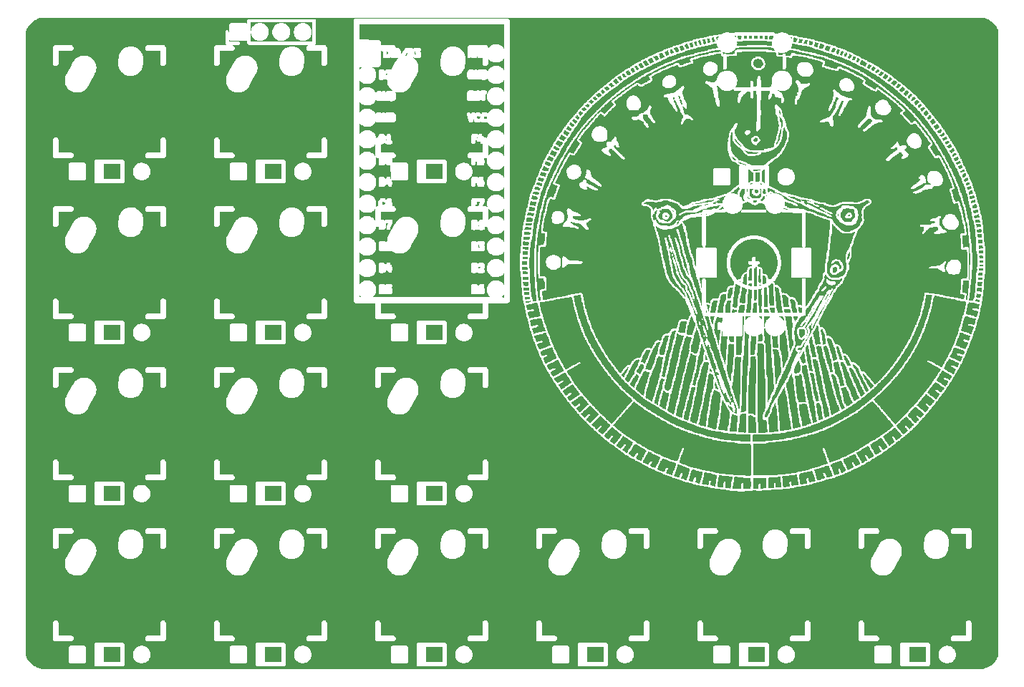
<source format=gbr>
%FSLAX46Y46*%
%MOMM*%
%ADD10C,0.381*%
%ADD11C,0.15*%
%ADD12C,0.12*%
%ADD13C,0.2032*%
D10*
%LPD*%
G01X83185000Y-66040000D02*
Y-96520000D01*
X100965000D01*
Y-66040000D01*
X85725000D02*
Y-68580000D01*
X83185000D01*
G36*
D11*
X97006568Y-71919360D02*
Y-72219360D01*
X96906568D01*
Y-71919360D01*
X97006568D01*
G37*
Y-72219360D01*
X96906568D01*
Y-71919360D01*
X97006568D01*
G36*
X96806568Y-72319360D02*
Y-72419360D01*
X96706568D01*
Y-72319360D01*
X96806568D01*
G37*
Y-72419360D01*
X96706568D01*
Y-72319360D01*
X96806568D01*
G36*
X97006568Y-71919360D02*
Y-72019360D01*
X96506568D01*
Y-71919360D01*
X97006568D01*
G37*
Y-72019360D01*
X96506568D01*
Y-71919360D01*
X97006568D01*
G36*
X96606568D02*
Y-72719360D01*
X96506568D01*
Y-71919360D01*
X96606568D01*
G37*
Y-72719360D01*
X96506568D01*
Y-71919360D01*
X96606568D01*
G36*
X97006568Y-72519360D02*
Y-72719360D01*
X96906568D01*
Y-72519360D01*
X97006568D01*
G37*
Y-72719360D01*
X96906568D01*
Y-72519360D01*
X97006568D01*
D10*
X100965000Y-66040000D02*
Y-63500000D01*
X83185000D01*
Y-66040000D01*
X85725000D02*
X83185000D01*
X142875000Y-123825000D02*
X144653000D01*
X153797000D02*
X155575000D01*
Y-125603000D01*
Y-134747000D02*
Y-136525000D01*
X153797000D01*
X144653000D02*
X142875000D01*
Y-134747000D01*
Y-125603000D02*
Y-123825000D01*
X123825000D02*
X125603000D01*
X134747000D02*
X136525000D01*
Y-125603000D01*
Y-134747000D02*
Y-136525000D01*
X134747000D01*
X125603000D02*
X123825000D01*
Y-134747000D01*
Y-125603000D02*
Y-123825000D01*
X104775000D02*
X106553000D01*
X115697000D02*
X117475000D01*
Y-125603000D01*
Y-134747000D02*
Y-136525000D01*
X115697000D01*
X106553000D02*
X104775000D01*
Y-134747000D01*
Y-125603000D02*
Y-123825000D01*
X85725000D02*
X87503000D01*
X96647000D02*
X98425000D01*
Y-125603000D01*
Y-134747000D02*
Y-136525000D01*
X96647000D01*
X87503000D02*
X85725000D01*
Y-134747000D01*
Y-125603000D02*
Y-123825000D01*
Y-104775000D02*
X87503000D01*
X96647000D02*
X98425000D01*
Y-106553000D01*
Y-115697000D02*
Y-117475000D01*
X96647000D01*
X87503000D02*
X85725000D01*
Y-115697000D01*
Y-106553000D02*
Y-104775000D01*
Y-85725000D02*
X87503000D01*
X96647000D02*
X98425000D01*
Y-87503000D01*
Y-96647000D02*
Y-98425000D01*
X96647000D01*
X87503000D02*
X85725000D01*
Y-96647000D01*
Y-87503000D02*
Y-85725000D01*
Y-66675000D02*
X87503000D01*
X96647000D02*
X98425000D01*
Y-68453000D01*
Y-77597000D02*
Y-79375000D01*
X96647000D01*
X87503000D02*
X85725000D01*
Y-77597000D01*
Y-68453000D02*
Y-66675000D01*
X66675000Y-123825000D02*
X68453000D01*
X77597000D02*
X79375000D01*
Y-125603000D01*
Y-134747000D02*
Y-136525000D01*
X77597000D01*
X68453000D02*
X66675000D01*
Y-134747000D01*
Y-125603000D02*
Y-123825000D01*
Y-104775000D02*
X68453000D01*
X77597000D02*
X79375000D01*
Y-106553000D01*
Y-115697000D02*
Y-117475000D01*
X77597000D01*
X68453000D02*
X66675000D01*
Y-115697000D01*
Y-106553000D02*
Y-104775000D01*
Y-85725000D02*
X68453000D01*
X77597000D02*
X79375000D01*
Y-87503000D01*
Y-96647000D02*
Y-98425000D01*
X77597000D01*
X68453000D02*
X66675000D01*
Y-96647000D01*
Y-87503000D02*
Y-85725000D01*
Y-66675000D02*
X68453000D01*
X77597000D02*
X79375000D01*
Y-68453000D01*
Y-77597000D02*
Y-79375000D01*
X77597000D01*
X68453000D02*
X66675000D01*
Y-77597000D01*
Y-68453000D02*
Y-66675000D01*
X47625000Y-123825000D02*
X49403000D01*
X58547000D02*
X60325000D01*
Y-125603000D01*
Y-134747000D02*
Y-136525000D01*
X58547000D01*
X49403000D02*
X47625000D01*
Y-134747000D01*
Y-125603000D02*
Y-123825000D01*
Y-104775000D02*
X49403000D01*
X58547000D02*
X60325000D01*
Y-106553000D01*
Y-115697000D02*
Y-117475000D01*
X58547000D01*
X49403000D02*
X47625000D01*
Y-115697000D01*
Y-106553000D02*
Y-104775000D01*
Y-85725000D02*
X49403000D01*
X58547000D02*
X60325000D01*
Y-87503000D01*
Y-96647000D02*
Y-98425000D01*
X58547000D01*
X49403000D02*
X47625000D01*
Y-96647000D01*
Y-87503000D02*
Y-85725000D01*
Y-66675000D02*
X49403000D01*
X58547000D02*
X60325000D01*
Y-68453000D01*
Y-77597000D02*
Y-79375000D01*
X58547000D01*
X49403000D02*
X47625000D01*
Y-77597000D01*
Y-68453000D02*
Y-66675000D01*
G75*
D12*
G01X133175000Y-92075000D02*
G03I-3000000J0D01*
G01X124275000Y-90075000D02*
Y-85975000D01*
X136075000D02*
Y-90075000D01*
Y-94075000D02*
Y-98175000D01*
X124275000Y-94075000D02*
Y-98175000D01*
X136075000D01*
X126375000Y-99575000D02*
X126075000Y-99875000D01*
Y-99275000D01*
X126375000Y-99575000D01*
X124275000Y-85975000D02*
X126675000D01*
X128875000D02*
X131475000D01*
X133675000D02*
X136075000D01*
X129675000Y-92075000D02*
X130675000D01*
X130175000Y-92575000D02*
Y-91575000D01*
X128000000Y-71540000D02*
X132500000D01*
X126750000Y-67540000D02*
Y-69040000D01*
X132500000Y-65040000D02*
X128000000D01*
X133750000Y-69040000D02*
Y-67540000D01*
X78165000Y-66100000D02*
Y-63440000D01*
X70485000Y-66100000D02*
X78165000D01*
X70485000Y-63440000D02*
X78165000D01*
X70485000Y-66100000D02*
Y-63440000D01*
X69215000Y-66100000D02*
X67885000D01*
Y-64770000D01*
D11*
X148325000Y-137330000D02*
Y-139530000D01*
X148125000D02*
Y-137330000D01*
X147925000Y-139430000D02*
Y-139530000D01*
Y-139430000D01*
Y-137330000D02*
Y-139430000D01*
D13*
X150749000Y-139573000D02*
X147701000D01*
Y-137287000D01*
X150749000D01*
Y-139573000D01*
D11*
X129275000Y-137330000D02*
Y-139530000D01*
X129075000D02*
Y-137330000D01*
X128875000Y-139430000D02*
Y-139530000D01*
Y-139430000D01*
Y-137330000D02*
Y-139430000D01*
D13*
X131699000Y-139573000D02*
X128651000D01*
Y-137287000D01*
X131699000D01*
Y-139573000D01*
D11*
X129275000Y-80815000D02*
Y-83015000D01*
X129075000D02*
Y-80815000D01*
X128875000Y-82915000D02*
Y-83015000D01*
Y-82915000D01*
Y-80815000D02*
Y-82915000D01*
D13*
X131699000Y-83058000D02*
X128651000D01*
Y-80772000D01*
X131699000D01*
Y-83058000D01*
D11*
X110225000Y-137330000D02*
Y-139530000D01*
X110025000D02*
Y-137330000D01*
X109825000Y-139430000D02*
Y-139530000D01*
Y-139430000D01*
Y-137330000D02*
Y-139430000D01*
D13*
X112649000Y-139573000D02*
X109601000D01*
Y-137287000D01*
X112649000D01*
Y-139573000D01*
D11*
X91175000Y-137330000D02*
Y-139530000D01*
X90975000D02*
Y-137330000D01*
X90775000Y-139430000D02*
Y-139530000D01*
Y-139430000D01*
Y-137330000D02*
Y-139430000D01*
D13*
X93599000Y-139573000D02*
X90551000D01*
Y-137287000D01*
X93599000D01*
Y-139573000D01*
D11*
X91175000Y-118280000D02*
Y-120480000D01*
X90975000D02*
Y-118280000D01*
X90775000Y-120380000D02*
Y-120480000D01*
Y-120380000D01*
Y-118280000D02*
Y-120380000D01*
D13*
X93599000Y-120523000D02*
X90551000D01*
Y-118237000D01*
X93599000D01*
Y-120523000D01*
D11*
X91175000Y-99230000D02*
Y-101430000D01*
X90975000D02*
Y-99230000D01*
X90775000Y-101330000D02*
Y-101430000D01*
Y-101330000D01*
Y-99230000D02*
Y-101330000D01*
D13*
X93599000Y-101473000D02*
X90551000D01*
Y-99187000D01*
X93599000D01*
Y-101473000D01*
D11*
X91175000Y-80180000D02*
Y-82380000D01*
X90975000D02*
Y-80180000D01*
X90775000Y-82280000D02*
Y-82380000D01*
Y-82280000D01*
Y-80180000D02*
Y-82280000D01*
D13*
X93599000Y-82423000D02*
X90551000D01*
Y-80137000D01*
X93599000D01*
Y-82423000D01*
D11*
X72125000Y-137330000D02*
Y-139530000D01*
X71925000D02*
Y-137330000D01*
X71725000Y-139430000D02*
Y-139530000D01*
Y-139430000D01*
Y-137330000D02*
Y-139430000D01*
D13*
X74549000Y-139573000D02*
X71501000D01*
Y-137287000D01*
X74549000D01*
Y-139573000D01*
D11*
X72125000Y-118280000D02*
Y-120480000D01*
X71925000D02*
Y-118280000D01*
X71725000Y-120380000D02*
Y-120480000D01*
Y-120380000D01*
Y-118280000D02*
Y-120380000D01*
D13*
X74549000Y-120523000D02*
X71501000D01*
Y-118237000D01*
X74549000D01*
Y-120523000D01*
D11*
X72125000Y-99230000D02*
Y-101430000D01*
X71925000D02*
Y-99230000D01*
X71725000Y-101330000D02*
Y-101430000D01*
Y-101330000D01*
Y-99230000D02*
Y-101330000D01*
D13*
X74549000Y-101473000D02*
X71501000D01*
Y-99187000D01*
X74549000D01*
Y-101473000D01*
D11*
X72125000Y-80180000D02*
Y-82380000D01*
X71925000D02*
Y-80180000D01*
X71725000Y-82280000D02*
Y-82380000D01*
Y-82280000D01*
Y-80180000D02*
Y-82280000D01*
D13*
X74549000Y-82423000D02*
X71501000D01*
Y-80137000D01*
X74549000D01*
Y-82423000D01*
D11*
X53075000Y-137330000D02*
Y-139530000D01*
X52875000D02*
Y-137330000D01*
X52675000Y-139430000D02*
Y-139530000D01*
Y-139430000D01*
Y-137330000D02*
Y-139430000D01*
D13*
X55499000Y-139573000D02*
X52451000D01*
Y-137287000D01*
X55499000D01*
Y-139573000D01*
D11*
X53075000Y-118280000D02*
Y-120480000D01*
X52875000D02*
Y-118280000D01*
X52675000Y-120380000D02*
Y-120480000D01*
Y-120380000D01*
Y-118280000D02*
Y-120380000D01*
D13*
X55499000Y-120523000D02*
X52451000D01*
Y-118237000D01*
X55499000D01*
Y-120523000D01*
D11*
X53075000Y-99230000D02*
Y-101430000D01*
X52875000D02*
Y-99230000D01*
X52675000Y-101330000D02*
Y-101430000D01*
Y-101330000D01*
Y-99230000D02*
Y-101330000D01*
D13*
X55499000Y-101473000D02*
X52451000D01*
Y-99187000D01*
X55499000D01*
Y-101473000D01*
D11*
X53075000Y-80180000D02*
Y-82380000D01*
X52875000D02*
Y-80180000D01*
X52675000Y-82280000D02*
Y-82380000D01*
Y-82280000D01*
Y-80180000D02*
Y-82280000D01*
D13*
X55499000Y-82423000D02*
X52451000D01*
Y-80137000D01*
X55499000D01*
Y-82423000D01*
D11*
X97212190Y-92652857D02*
X97326476Y-92690952D01*
X97364571Y-92729047D01*
X97402666Y-92805238D01*
Y-92919523D01*
X97364571Y-92995714D01*
X97326476Y-93033809D01*
X97250285Y-93071904D01*
X96945523D01*
Y-92271904D01*
X97212190D01*
X97288380Y-92310000D01*
X97326476Y-92348095D01*
X97364571Y-92424285D01*
Y-92500476D01*
X97326476Y-92576666D01*
X97288380Y-92614761D01*
X97212190Y-92652857D01*
X96945523D01*
X97707428Y-92348095D02*
X97745523Y-92310000D01*
X97821714Y-92271904D01*
X98012190D01*
X98088380Y-92310000D01*
X98126476Y-92348095D01*
X98164571Y-92424285D01*
Y-92500476D01*
X98126476Y-92614761D01*
X97669333Y-93071904D01*
X98164571D01*
X97269333Y-85032857D02*
X97002666D01*
Y-85451904D02*
Y-84651904D01*
X97383619D01*
X97612190D02*
X98145523D01*
X97802666Y-85451904D01*
X97269333Y-82492857D02*
X97002666D01*
Y-82911904D02*
Y-82111904D01*
X97383619D01*
X98031238D02*
X97878857D01*
X97802666Y-82150000D01*
X97764571Y-82188095D01*
X97688380Y-82302380D01*
X97650285Y-82454761D01*
Y-82759523D01*
X97688380Y-82835714D01*
X97726476Y-82873809D01*
X97802666Y-82911904D01*
X97955047D01*
X98031238Y-82873809D01*
X98069333Y-82835714D01*
X98107428Y-82759523D01*
Y-82569047D01*
X98069333Y-82492857D01*
X98031238Y-82454761D01*
X97955047Y-82416666D01*
X97802666D01*
X97726476Y-82454761D01*
X97688380Y-82492857D01*
X97650285Y-82569047D01*
X97269333Y-79952857D02*
X97002666D01*
Y-80371904D02*
Y-79571904D01*
X97383619D01*
X98069333D02*
X97688380D01*
X97650285Y-79952857D01*
X97688380Y-79914761D01*
X97764571Y-79876666D01*
X97955047D01*
X98031238Y-79914761D01*
X98069333Y-79952857D01*
X98107428Y-80029047D01*
Y-80219523D01*
X98069333Y-80295714D01*
X98031238Y-80333809D01*
X97955047Y-80371904D01*
X97764571D01*
X97688380Y-80333809D01*
X97650285Y-80295714D01*
X96983619Y-67671904D02*
X96716952Y-67290952D01*
X96526476Y-67671904D02*
Y-66871904D01*
X96831238D01*
X96907428Y-66910000D01*
X96945523Y-66948095D01*
X96983619Y-67024285D01*
Y-67138571D01*
X96945523Y-67214761D01*
X96907428Y-67252857D01*
X96831238Y-67290952D01*
X96526476D01*
X97288380Y-67443333D02*
X97669333D01*
X97212190Y-67671904D02*
X97478857Y-66871904D01*
X97745523Y-67671904D01*
X97936000Y-66871904D02*
X98126476Y-67671904D01*
X98278857Y-67100476D01*
X98431238Y-67671904D01*
X98621714Y-66871904D01*
X96926476Y-69450000D02*
X96850285Y-69411904D01*
X96736000D01*
X96621714Y-69450000D01*
X96545523Y-69526190D01*
X96507428Y-69602380D01*
X96469333Y-69754761D01*
Y-69869047D01*
X96507428Y-70021428D01*
X96545523Y-70097619D01*
X96621714Y-70173809D01*
X96736000Y-70211904D01*
X96812190D01*
X96926476Y-70173809D01*
X96964571Y-70135714D01*
Y-69869047D01*
X96812190D01*
X97307428Y-70211904D02*
Y-69411904D01*
X97764571Y-70211904D01*
Y-69411904D01*
X98145523Y-70211904D02*
Y-69411904D01*
X98336000D01*
X98450285Y-69450000D01*
X98526476Y-69526190D01*
X98564571Y-69602380D01*
X98602666Y-69754761D01*
Y-69869047D01*
X98564571Y-70021428D01*
X98526476Y-70097619D01*
X98450285Y-70173809D01*
X98336000Y-70211904D01*
X98145523D01*
X97274786Y-72683809D02*
X97389072Y-72721904D01*
X97579548D01*
X97655739Y-72683809D01*
X97693834Y-72645714D01*
X97731929Y-72569523D01*
Y-72493333D01*
X97693834Y-72417142D01*
X97655739Y-72379047D01*
X97579548Y-72340952D01*
X97427167Y-72302857D01*
X97350977Y-72264761D01*
X97312881Y-72226666D01*
X97274786Y-72150476D01*
Y-72074285D01*
X97312881Y-71998095D01*
X97350977Y-71960000D01*
X97427167Y-71921904D01*
X97617643D01*
X97731929Y-71960000D01*
X97960500Y-71921904D02*
X98417643D01*
X98189072Y-72721904D02*
Y-71921904D01*
X96469333Y-74491904D02*
X96736000Y-75291904D01*
X97002666Y-74491904D01*
X97726476Y-75215714D02*
X97688380Y-75253809D01*
X97574095Y-75291904D01*
X97497904D01*
X97383619Y-75253809D01*
X97307428Y-75177619D01*
X97269333Y-75101428D01*
X97231238Y-74949047D01*
Y-74834761D01*
X97269333Y-74682380D01*
X97307428Y-74606190D01*
X97383619Y-74530000D01*
X97497904Y-74491904D01*
X97574095D01*
X97688380Y-74530000D01*
X97726476Y-74568095D01*
X98526476Y-75215714D02*
X98488380Y-75253809D01*
X98374095Y-75291904D01*
X98297904D01*
X98183619Y-75253809D01*
X98107428Y-75177619D01*
X98069333Y-75101428D01*
X98031238Y-74949047D01*
Y-74834761D01*
X98069333Y-74682380D01*
X98107428Y-74606190D01*
X98183619Y-74530000D01*
X98297904Y-74491904D01*
X98374095D01*
X98488380Y-74530000D01*
X98526476Y-74568095D01*
X97269333Y-77412857D02*
X97002666D01*
Y-77831904D02*
Y-77031904D01*
X97383619D01*
X98031238Y-77298571D02*
Y-77831904D01*
X97840761Y-76993809D02*
X97650285Y-77565238D01*
X98145523D01*
X97212190Y-87572857D02*
X97326476Y-87610952D01*
X97364571Y-87649047D01*
X97402666Y-87725238D01*
Y-87839523D01*
X97364571Y-87915714D01*
X97326476Y-87953809D01*
X97250285Y-87991904D01*
X96945523D01*
Y-87191904D01*
X97212190D01*
X97288380Y-87230000D01*
X97326476Y-87268095D01*
X97364571Y-87344285D01*
Y-87420476D01*
X97326476Y-87496666D01*
X97288380Y-87534761D01*
X97212190Y-87572857D01*
X96945523D01*
X98164571Y-87991904D02*
X97707428D01*
X97936000D02*
Y-87191904D01*
X97859809Y-87306190D01*
X97783619Y-87382380D01*
X97707428Y-87420476D01*
X97212190Y-90112857D02*
X97326476Y-90150952D01*
X97364571Y-90189047D01*
X97402666Y-90265238D01*
Y-90379523D01*
X97364571Y-90455714D01*
X97326476Y-90493809D01*
X97250285Y-90531904D01*
X96945523D01*
Y-89731904D01*
X97212190D01*
X97288380Y-89770000D01*
X97326476Y-89808095D01*
X97364571Y-89884285D01*
Y-89960476D01*
X97326476Y-90036666D01*
X97288380Y-90074761D01*
X97212190Y-90112857D01*
X96945523D01*
X97669333Y-89731904D02*
X98164571D01*
X97897904Y-90036666D01*
X98012190D01*
X98088380Y-90074761D01*
X98126476Y-90112857D01*
X98164571Y-90189047D01*
Y-90379523D01*
X98126476Y-90455714D01*
X98088380Y-90493809D01*
X98012190Y-90531904D01*
X97783619D01*
X97707428Y-90493809D01*
X97669333Y-90455714D01*
X97212190Y-95192857D02*
X97326476Y-95230952D01*
X97364571Y-95269047D01*
X97402666Y-95345238D01*
Y-95459523D01*
X97364571Y-95535714D01*
X97326476Y-95573809D01*
X97250285Y-95611904D01*
X96945523D01*
Y-94811904D01*
X97212190D01*
X97288380Y-94850000D01*
X97326476Y-94888095D01*
X97364571Y-94964285D01*
Y-95040476D01*
X97326476Y-95116666D01*
X97288380Y-95154761D01*
X97212190Y-95192857D01*
X96945523D01*
X98088380Y-94811904D02*
X97936000D01*
X97859809Y-94850000D01*
X97821714Y-94888095D01*
X97745523Y-95002380D01*
X97707428Y-95154761D01*
Y-95459523D01*
X97745523Y-95535714D01*
X97783619Y-95573809D01*
X97859809Y-95611904D01*
X98012190D01*
X98088380Y-95573809D01*
X98126476Y-95535714D01*
X98164571Y-95459523D01*
Y-95269047D01*
X98126476Y-95192857D01*
X98088380Y-95154761D01*
X98012190Y-95116666D01*
X97859809D01*
X97783619Y-95154761D01*
X97745523Y-95192857D01*
X97707428Y-95269047D01*
X86290190Y-95192857D02*
X86404476Y-95230952D01*
X86442571Y-95269047D01*
X86480666Y-95345238D01*
Y-95459523D01*
X86442571Y-95535714D01*
X86404476Y-95573809D01*
X86328285Y-95611904D01*
X86023523D01*
Y-94811904D01*
X86290190D01*
X86366380Y-94850000D01*
X86404476Y-94888095D01*
X86442571Y-94964285D01*
Y-95040476D01*
X86404476Y-95116666D01*
X86366380Y-95154761D01*
X86290190Y-95192857D01*
X86023523D01*
X87204476Y-94811904D02*
X86823523D01*
X86785428Y-95192857D01*
X86823523Y-95154761D01*
X86899714Y-95116666D01*
X87090190D01*
X87166380Y-95154761D01*
X87204476Y-95192857D01*
X87242571Y-95269047D01*
Y-95459523D01*
X87204476Y-95535714D01*
X87166380Y-95573809D01*
X87090190Y-95611904D01*
X86899714D01*
X86823523Y-95573809D01*
X86785428Y-95535714D01*
X86290190Y-92652857D02*
X86404476Y-92690952D01*
X86442571Y-92729047D01*
X86480666Y-92805238D01*
Y-92919523D01*
X86442571Y-92995714D01*
X86404476Y-93033809D01*
X86328285Y-93071904D01*
X86023523D01*
Y-92271904D01*
X86290190D01*
X86366380Y-92310000D01*
X86404476Y-92348095D01*
X86442571Y-92424285D01*
Y-92500476D01*
X86404476Y-92576666D01*
X86366380Y-92614761D01*
X86290190Y-92652857D01*
X86023523D01*
X87166380Y-92538571D02*
Y-93071904D01*
X86975904Y-92233809D02*
X86785428Y-92805238D01*
X87280666D01*
X86061619Y-90112857D02*
X86328285D01*
X86442571Y-90531904D02*
X86061619D01*
Y-89731904D01*
X86442571D01*
X87128285D02*
X86975904D01*
X86899714Y-89770000D01*
X86861619Y-89808095D01*
X86785428Y-89922380D01*
X86747333Y-90074761D01*
Y-90379523D01*
X86785428Y-90455714D01*
X86823523Y-90493809D01*
X86899714Y-90531904D01*
X87052095D01*
X87128285Y-90493809D01*
X87166380Y-90455714D01*
X87204476Y-90379523D01*
Y-90189047D01*
X87166380Y-90112857D01*
X87128285Y-90074761D01*
X87052095Y-90036666D01*
X86899714D01*
X86823523Y-90074761D01*
X86785428Y-90112857D01*
X86747333Y-90189047D01*
X86023523Y-87991904D02*
Y-87191904D01*
X86214000D01*
X86328285Y-87230000D01*
X86404476Y-87306190D01*
X86442571Y-87382380D01*
X86480666Y-87534761D01*
Y-87649047D01*
X86442571Y-87801428D01*
X86404476Y-87877619D01*
X86328285Y-87953809D01*
X86214000Y-87991904D01*
X86023523D01*
X86747333Y-87191904D02*
X87280666D01*
X86937809Y-87991904D01*
X86480666Y-85375714D02*
X86442571Y-85413809D01*
X86328285Y-85451904D01*
X86252095D01*
X86137809Y-85413809D01*
X86061619Y-85337619D01*
X86023523Y-85261428D01*
X85985428Y-85109047D01*
Y-84994761D01*
X86023523Y-84842380D01*
X86061619Y-84766190D01*
X86137809Y-84690000D01*
X86252095Y-84651904D01*
X86328285D01*
X86442571Y-84690000D01*
X86480666Y-84728095D01*
X87166380Y-84651904D02*
X87014000D01*
X86937809Y-84690000D01*
X86899714Y-84728095D01*
X86823523Y-84842380D01*
X86785428Y-84994761D01*
Y-85299523D01*
X86823523Y-85375714D01*
X86861619Y-85413809D01*
X86937809Y-85451904D01*
X87090190D01*
X87166380Y-85413809D01*
X87204476Y-85375714D01*
X87242571Y-85299523D01*
Y-85109047D01*
X87204476Y-85032857D01*
X87166380Y-84994761D01*
X87090190Y-84956666D01*
X86937809D01*
X86861619Y-84994761D01*
X86823523Y-85032857D01*
X86785428Y-85109047D01*
X86023523Y-82911904D02*
Y-82111904D01*
X86214000D01*
X86328285Y-82150000D01*
X86404476Y-82226190D01*
X86442571Y-82302380D01*
X86480666Y-82454761D01*
Y-82569047D01*
X86442571Y-82721428D01*
X86404476Y-82797619D01*
X86328285Y-82873809D01*
X86214000Y-82911904D01*
X86023523D01*
X87166380Y-82378571D02*
Y-82911904D01*
X86975904Y-82073809D02*
X86785428Y-82645238D01*
X87280666D01*
X86004476Y-71990000D02*
X85928285Y-71951904D01*
X85814000D01*
X85699714Y-71990000D01*
X85623523Y-72066190D01*
X85585428Y-72142380D01*
X85547333Y-72294761D01*
Y-72409047D01*
X85585428Y-72561428D01*
X85623523Y-72637619D01*
X85699714Y-72713809D01*
X85814000Y-72751904D01*
X85890190D01*
X86004476Y-72713809D01*
X86042571Y-72675714D01*
Y-72409047D01*
X85890190D01*
X86385428Y-72751904D02*
Y-71951904D01*
X86842571Y-72751904D01*
Y-71951904D01*
X87223523Y-72751904D02*
Y-71951904D01*
X87414000D01*
X87528285Y-71990000D01*
X87604476Y-72066190D01*
X87642571Y-72142380D01*
X87680666Y-72294761D01*
Y-72409047D01*
X87642571Y-72561428D01*
X87604476Y-72637619D01*
X87528285Y-72713809D01*
X87414000Y-72751904D01*
X87223523D01*
X86004476Y-74530000D02*
X85928285Y-74491904D01*
X85814000D01*
X85699714Y-74530000D01*
X85623523Y-74606190D01*
X85585428Y-74682380D01*
X85547333Y-74834761D01*
Y-74949047D01*
X85585428Y-75101428D01*
X85623523Y-75177619D01*
X85699714Y-75253809D01*
X85814000Y-75291904D01*
X85890190D01*
X86004476Y-75253809D01*
X86042571Y-75215714D01*
Y-74949047D01*
X85890190D01*
X86385428Y-75291904D02*
Y-74491904D01*
X86842571Y-75291904D01*
Y-74491904D01*
X87223523Y-75291904D02*
Y-74491904D01*
X87414000D01*
X87528285Y-74530000D01*
X87604476Y-74606190D01*
X87642571Y-74682380D01*
X87680666Y-74834761D01*
Y-74949047D01*
X87642571Y-75101428D01*
X87604476Y-75177619D01*
X87528285Y-75253809D01*
X87414000Y-75291904D01*
X87223523D01*
X86023523Y-77831904D02*
Y-77031904D01*
X86214000D01*
X86328285Y-77070000D01*
X86404476Y-77146190D01*
X86442571Y-77222380D01*
X86480666Y-77374761D01*
Y-77489047D01*
X86442571Y-77641428D01*
X86404476Y-77717619D01*
X86328285Y-77793809D01*
X86214000Y-77831904D01*
X86023523D01*
X87242571D02*
X86785428D01*
X87014000D02*
Y-77031904D01*
X86937809Y-77146190D01*
X86861619Y-77222380D01*
X86785428Y-77260476D01*
X86023523Y-80371904D02*
Y-79571904D01*
X86214000D01*
X86328285Y-79610000D01*
X86404476Y-79686190D01*
X86442571Y-79762380D01*
X86480666Y-79914761D01*
Y-80029047D01*
X86442571Y-80181428D01*
X86404476Y-80257619D01*
X86328285Y-80333809D01*
X86214000Y-80371904D01*
X86023523D01*
X86975904Y-79571904D02*
X87052095D01*
X87128285Y-79610000D01*
X87166380Y-79648095D01*
X87204476Y-79724285D01*
X87242571Y-79876666D01*
Y-80067142D01*
X87204476Y-80219523D01*
X87166380Y-80295714D01*
X87128285Y-80333809D01*
X87052095Y-80371904D01*
X86975904D01*
X86899714Y-80333809D01*
X86861619Y-80295714D01*
X86823523Y-80219523D01*
X86785428Y-80067142D01*
Y-79876666D01*
X86823523Y-79724285D01*
X86861619Y-79648095D01*
X86899714Y-79610000D01*
X86975904Y-79571904D01*
X86023523Y-70211904D02*
Y-69411904D01*
X86214000D01*
X86328285Y-69450000D01*
X86404476Y-69526190D01*
X86442571Y-69602380D01*
X86480666Y-69754761D01*
Y-69869047D01*
X86442571Y-70021428D01*
X86404476Y-70097619D01*
X86328285Y-70173809D01*
X86214000Y-70211904D01*
X86023523D01*
X86785428Y-69488095D02*
X86823523Y-69450000D01*
X86899714Y-69411904D01*
X87090190D01*
X87166380Y-69450000D01*
X87204476Y-69488095D01*
X87242571Y-69564285D01*
Y-69640476D01*
X87204476Y-69754761D01*
X86747333Y-70211904D01*
X87242571D01*
X86312651Y-66871904D02*
X86769794D01*
X86541223Y-67671904D02*
Y-66871904D01*
X86960270D02*
X87493604Y-67671904D01*
Y-66871904D02*
X86960270Y-67671904D01*
X87950747Y-66871904D02*
X88026937D01*
X88103128Y-66910000D01*
X88141223Y-66948095D01*
X88179318Y-67024285D01*
X88217413Y-67176666D01*
Y-67367142D01*
X88179318Y-67519523D01*
X88141223Y-67595714D01*
X88103128Y-67633809D01*
X88026937Y-67671904D01*
X87950747D01*
X87874556Y-67633809D01*
X87836461Y-67595714D01*
X87798366Y-67519523D01*
X87760270Y-67367142D01*
Y-67176666D01*
X87798366Y-67024285D01*
X87836461Y-66948095D01*
X87874556Y-66910000D01*
X87950747Y-66871904D01*
X89131699Y-66833809D02*
X88445985Y-67862380D01*
X89398366Y-67671904D02*
Y-66871904D01*
X89588842D01*
X89703128Y-66910000D01*
X89779318Y-66986190D01*
X89817413Y-67062380D01*
X89855508Y-67214761D01*
Y-67329047D01*
X89817413Y-67481428D01*
X89779318Y-67557619D01*
X89703128Y-67633809D01*
X89588842Y-67671904D01*
X89398366D01*
X90122175Y-66871904D02*
X90617413D01*
X90350747Y-67176666D01*
X90465032D01*
X90541223Y-67214761D01*
X90579318Y-67252857D01*
X90617413Y-67329047D01*
Y-67519523D01*
X90579318Y-67595714D01*
X90541223Y-67633809D01*
X90465032Y-67671904D01*
X90236461D01*
X90160270Y-67633809D01*
X90122175Y-67595714D01*
G36*
D10*
X46108182Y-140147879D02*
X45986970Y-140132727D01*
X45911212Y-140117576D01*
X45835455Y-140102424D01*
X45774848Y-140087273D01*
X45714242Y-140072121D01*
X45577879Y-140026667D01*
X45456667Y-139981212D01*
X45365758Y-139935758D01*
X45183939Y-139844848D01*
X45108182Y-139799394D01*
X44971818Y-139708485D01*
X44911212Y-139663030D01*
X44835455Y-139602424D01*
X44532424Y-139299394D01*
X44471818Y-139223636D01*
X44426364Y-139163030D01*
X44335455Y-139026667D01*
X44290000Y-138950909D01*
X44183939Y-138738788D01*
X44138485Y-138632727D01*
X44123333Y-138587273D01*
X44108182Y-138541818D01*
Y-64647879D01*
X44123333Y-64602424D01*
X44153636Y-64526667D01*
X44183939Y-64450909D01*
X44274848Y-64269091D01*
X44320303Y-64193333D01*
X44441515Y-64011515D01*
X44486970Y-63950909D01*
X44562727Y-63860000D01*
X44805152Y-63617576D01*
X44896061Y-63541818D01*
X44956667Y-63496364D01*
X45138485Y-63375152D01*
X45214242Y-63329697D01*
X45396061Y-63238788D01*
X45471818Y-63208485D01*
X45547576Y-63178182D01*
X45729394Y-63117576D01*
X45790000Y-63102424D01*
X45850606Y-63087273D01*
X157335455D01*
X157396061Y-63102424D01*
X157456667Y-63117576D01*
X157638485Y-63178182D01*
X157714242Y-63208485D01*
X157790000Y-63238788D01*
X157850606Y-63269091D01*
X157941515Y-63314545D01*
X158047576Y-63375152D01*
X158229394Y-63496364D01*
X158290000Y-63541818D01*
X158380909Y-63617576D01*
X158623333Y-63860000D01*
X158683939Y-63935758D01*
X158729394Y-63996364D01*
X158774848Y-64056970D01*
X158865758Y-64193333D01*
X158926364Y-64299394D01*
X158986970Y-64420606D01*
X159032424Y-64526667D01*
X159047576Y-64572121D01*
Y-138632727D01*
X159002121Y-138738788D01*
X158911212Y-138920606D01*
X158865758Y-138996364D01*
X158820303Y-139072121D01*
X158790000Y-139117576D01*
X158744545Y-139178182D01*
X158699091Y-139238788D01*
X158638485Y-139314545D01*
X158350606Y-139602424D01*
X158274848Y-139663030D01*
X158214242Y-139708485D01*
X158077879Y-139799394D01*
X158002121Y-139844848D01*
X157729394Y-139981212D01*
X157653636Y-140011515D01*
X157471818Y-140072121D01*
X157411212Y-140087273D01*
X157350606Y-140102424D01*
X157274848Y-140117576D01*
X157199091Y-140132727D01*
X157077879Y-140147879D01*
X46108182D01*
G37*
%LPC*%
G36*
X68320303Y-65814545D02*
X70093030D01*
X70153636Y-65799394D01*
X70183939Y-65784242D01*
X70229394Y-65738788D01*
X70244545Y-65693333D01*
X70259697Y-65617576D01*
Y-63935758D01*
X70244545Y-63844848D01*
X70214242Y-63784242D01*
X70183939Y-63753939D01*
X70153636Y-63738788D01*
X70077879Y-63723636D01*
X68335455D01*
X68259697Y-63738788D01*
X68229394Y-63753939D01*
X68199091Y-63784242D01*
X68183939Y-63814545D01*
X68168788Y-63844848D01*
X68153636Y-63935758D01*
Y-65602424D01*
X68168788Y-65693333D01*
X68183939Y-65738788D01*
X68229394Y-65784242D01*
X68259697Y-65799394D01*
X68320303Y-65814545D01*
G37*
G36*
X70562727Y-66314545D02*
X78077879D01*
X78214242Y-66299394D01*
X78259697Y-66284242D01*
X78290000Y-66269091D01*
X78335455Y-66223636D01*
X78350606Y-66178182D01*
X78365758Y-66102424D01*
Y-63435758D01*
X78350606Y-63360000D01*
X78335455Y-63314545D01*
X78290000Y-63269091D01*
X78259697Y-63253939D01*
X78183939Y-63238788D01*
X70441515D01*
X70380909Y-63253939D01*
X70350606Y-63269091D01*
X70305152Y-63314545D01*
X70290000Y-63344848D01*
X70274848Y-63390303D01*
X70259697Y-63541818D01*
Y-65981212D01*
X70274848Y-66147879D01*
X70290000Y-66193333D01*
X70305152Y-66223636D01*
X70350606Y-66269091D01*
X70380909Y-66284242D01*
X70426364Y-66299394D01*
X70562727Y-66314545D01*
G37*
G36*
X67956667D02*
X69123333D01*
X69259697Y-66299394D01*
X69305152Y-66284242D01*
X69335455Y-66269091D01*
X69380909Y-66223636D01*
Y-65981212D01*
X69320303Y-65920606D01*
X69290000Y-65905455D01*
X69199091Y-65890303D01*
X68093030D01*
Y-64829697D01*
X68077879Y-64708485D01*
X68062727Y-64663030D01*
X67986970Y-64587273D01*
X67774848D01*
X67744545Y-64602424D01*
X67699091Y-64647879D01*
X67683939Y-64693333D01*
X67668788Y-64753939D01*
Y-66117576D01*
X67683939Y-66178182D01*
X67699091Y-66223636D01*
X67744545Y-66269091D01*
X67774848Y-66284242D01*
X67820303Y-66299394D01*
X67956667Y-66314545D01*
G37*
G36*
X79229394Y-68769091D02*
X79502121D01*
X79547576Y-68753939D01*
X79593030Y-68723636D01*
X79638485Y-68678182D01*
X79668788Y-68632727D01*
X79683939Y-68587273D01*
X79699091Y-68541818D01*
X79714242Y-68390303D01*
Y-66708485D01*
X79699091Y-66572121D01*
X79683939Y-66526667D01*
X79668788Y-66496364D01*
X79653636Y-66466061D01*
X79562727Y-66375152D01*
X79532424Y-66360000D01*
X79471818Y-66344848D01*
X79365758Y-66329697D01*
X77608182D01*
X77486970Y-66344848D01*
X77441515Y-66360000D01*
X77411212Y-66375152D01*
X77380909Y-66390303D01*
X77305152Y-66466061D01*
X77290000Y-66496364D01*
X77274848Y-66526667D01*
X77259697Y-66587273D01*
Y-66753939D01*
X77274848Y-66814545D01*
X77290000Y-66860000D01*
X77396061Y-66966061D01*
X77426364Y-66981212D01*
X77471818Y-66996364D01*
X77547576Y-67011515D01*
X79017273D01*
Y-68329697D01*
X79032424Y-68511515D01*
X79047576Y-68587273D01*
X79062727Y-68617576D01*
X79077879Y-68647879D01*
X79168788Y-68738788D01*
X79199091Y-68753939D01*
X79229394Y-68769091D01*
G37*
G36*
X66532424D02*
X66805152D01*
X66835455Y-68753939D01*
X66865758Y-68738788D01*
X66956667Y-68647879D01*
X66971818Y-68617576D01*
X66986970Y-68587273D01*
X67002121Y-68511515D01*
X67017273Y-68344848D01*
Y-67011515D01*
X68486970D01*
X68562727Y-66996364D01*
X68608182Y-66981212D01*
X68638485Y-66966061D01*
X68744545Y-66860000D01*
X68759697Y-66814545D01*
X68774848Y-66753939D01*
Y-66587273D01*
X68759697Y-66526667D01*
X68744545Y-66496364D01*
X68729394Y-66466061D01*
X68653636Y-66390303D01*
X68623333Y-66375152D01*
X68593030Y-66360000D01*
X68547576Y-66344848D01*
X68426364Y-66329697D01*
X66668788D01*
X66562727Y-66344848D01*
X66502121Y-66360000D01*
X66471818Y-66375152D01*
X66380909Y-66466061D01*
X66365758Y-66496364D01*
X66350606Y-66526667D01*
X66335455Y-66587273D01*
X66320303Y-66708485D01*
Y-68390303D01*
X66335455Y-68526667D01*
X66350606Y-68587273D01*
X66365758Y-68632727D01*
X66396061Y-68678182D01*
X66441515Y-68723636D01*
X66486970Y-68753939D01*
X66532424Y-68769091D01*
G37*
G36*
X60183939D02*
X60456667D01*
X60486970Y-68753939D01*
X60517273Y-68738788D01*
X60608182Y-68647879D01*
X60623333Y-68617576D01*
X60638485Y-68572121D01*
X60653636Y-68511515D01*
Y-66602424D01*
X60638485Y-66541818D01*
X60623333Y-66496364D01*
X60608182Y-66466061D01*
X60532424Y-66390303D01*
X60502121Y-66375152D01*
X60471818Y-66360000D01*
X60426364Y-66344848D01*
X60320303Y-66329697D01*
X58547576D01*
X58441515Y-66344848D01*
X58380909Y-66360000D01*
X58350606Y-66375152D01*
X58305152Y-66405455D01*
X58274848Y-66435758D01*
X58244545Y-66481212D01*
X58229394Y-66511515D01*
X58214242Y-66556970D01*
Y-66784242D01*
X58229394Y-66829697D01*
X58244545Y-66860000D01*
X58259697Y-66890303D01*
X58320303Y-66950909D01*
X58350606Y-66966061D01*
X58380909Y-66981212D01*
X58426364Y-66996364D01*
X58502121Y-67011515D01*
X59971818D01*
Y-68420606D01*
X59986970Y-68541818D01*
X60002121Y-68602424D01*
X60017273Y-68632727D01*
X60047576Y-68678182D01*
X60093030Y-68723636D01*
X60138485Y-68753939D01*
X60183939Y-68769091D01*
G37*
G36*
X47486970D02*
X47759697D01*
X47790000Y-68753939D01*
X47820303Y-68738788D01*
X47911212Y-68647879D01*
X47926364Y-68617576D01*
X47941515Y-68572121D01*
X47956667Y-68481212D01*
X47971818Y-67011515D01*
X49426364D01*
X49517273Y-66996364D01*
X49562727Y-66981212D01*
X49593030Y-66966061D01*
X49683939Y-66875152D01*
X49699091Y-66844848D01*
X49714242Y-66814545D01*
Y-66541818D01*
X49699091Y-66496364D01*
X49683939Y-66466061D01*
X49608182Y-66390303D01*
X49577879Y-66375152D01*
X49547576Y-66360000D01*
X49502121Y-66344848D01*
X49380909Y-66329697D01*
X47623333D01*
X47502121Y-66344848D01*
X47456667Y-66360000D01*
X47426364Y-66375152D01*
X47380909Y-66405455D01*
X47350606Y-66435758D01*
X47320303Y-66481212D01*
X47305152Y-66511515D01*
X47290000Y-66556970D01*
X47274848Y-66647879D01*
Y-68450909D01*
X47290000Y-68556970D01*
X47305152Y-68602424D01*
X47320303Y-68632727D01*
X47335455Y-68663030D01*
X47411212Y-68738788D01*
X47441515Y-68753939D01*
X47486970Y-68769091D01*
G37*
G36*
X75502121Y-69981212D02*
X75547576D01*
X75729394Y-69966061D01*
X75820303Y-69950909D01*
X75941515Y-69920606D01*
X76002121Y-69905455D01*
X76077879Y-69875152D01*
X76183939Y-69829697D01*
X76214242Y-69814545D01*
X76244545Y-69799394D01*
X76320303Y-69753939D01*
X76426364Y-69678182D01*
X76683939Y-69420606D01*
X76714242Y-69375152D01*
X76744545Y-69329697D01*
X76790000Y-69253939D01*
X76850606Y-69132727D01*
X76880909Y-69056970D01*
X76926364Y-68920606D01*
X76941515Y-68844848D01*
X76956667Y-68753939D01*
X76971818Y-68632727D01*
X76986970Y-68435758D01*
X77002121Y-68208485D01*
Y-67738788D01*
X76986970Y-67647879D01*
X76956667Y-67511515D01*
X76941515Y-67466061D01*
X76926364Y-67420606D01*
X76896061Y-67344848D01*
X76865758Y-67284242D01*
X76820303Y-67193333D01*
X76729394Y-67056970D01*
X76683939Y-66996364D01*
X76502121Y-66814545D01*
X76441515Y-66769091D01*
X76305152Y-66678182D01*
X76244545Y-66647879D01*
X76153636Y-66602424D01*
X76032424Y-66556970D01*
X75926364Y-66526667D01*
X75835455Y-66511515D01*
X75729394Y-66496364D01*
X75380909D01*
X75274848Y-66511515D01*
X75199091Y-66526667D01*
X75138485Y-66541818D01*
X75002121Y-66587273D01*
X74896061Y-66632727D01*
X74865758Y-66647879D01*
X74835455Y-66663030D01*
X74759697Y-66708485D01*
X74653636Y-66784242D01*
X74577879Y-66844848D01*
X74502121Y-66920606D01*
X74396061Y-67041818D01*
X74350606Y-67102424D01*
X74274848Y-67223636D01*
X74229394Y-67314545D01*
X74183939Y-67435758D01*
X74168788Y-67481212D01*
X74153636Y-67526667D01*
X74138485Y-67587273D01*
X74123333Y-67678182D01*
X74108182Y-67784242D01*
X74093030Y-67950909D01*
X74077879Y-68178182D01*
X74062727Y-68405455D01*
Y-68632727D01*
X74077879Y-68769091D01*
X74093030Y-68844848D01*
X74108182Y-68905455D01*
X74123333Y-68966061D01*
X74138485Y-69011515D01*
X74153636Y-69056970D01*
X74199091Y-69163030D01*
X74259697Y-69284242D01*
X74290000Y-69329697D01*
X74365758Y-69435758D01*
X74608182Y-69678182D01*
X74744545Y-69769091D01*
X74820303Y-69814545D01*
X74850606Y-69829697D01*
X74880909Y-69844848D01*
X74956667Y-69875152D01*
X75093030Y-69920606D01*
X75153636Y-69935758D01*
X75214242Y-69950909D01*
X75305152Y-69966061D01*
X75502121Y-69981212D01*
G37*
G36*
X56456667D02*
X56502121D01*
X56683939Y-69966061D01*
X56759697Y-69950909D01*
X56835455Y-69935758D01*
X56896061Y-69920606D01*
X57032424Y-69875152D01*
X57244545Y-69769091D01*
X57290000Y-69738788D01*
X57396061Y-69663030D01*
X57608182Y-69450909D01*
X57653636Y-69390303D01*
X57683939Y-69344848D01*
X57759697Y-69223636D01*
X57774848Y-69193333D01*
X57820303Y-69087273D01*
X57865758Y-68950909D01*
X57880909Y-68890303D01*
X57896061Y-68829697D01*
X57911212Y-68723636D01*
X57926364Y-68587273D01*
X57941515Y-68375152D01*
X57956667Y-68147879D01*
Y-67784242D01*
X57941515Y-67678182D01*
X57926364Y-67602424D01*
X57911212Y-67541818D01*
X57896061Y-67481212D01*
X57880909Y-67435758D01*
X57865758Y-67390303D01*
X57805152Y-67253939D01*
X57790000Y-67223636D01*
X57744545Y-67147879D01*
X57668788Y-67041818D01*
X57608182Y-66966061D01*
X57532424Y-66890303D01*
X57396061Y-66769091D01*
X57350606Y-66738788D01*
X57229394Y-66663030D01*
X57138485Y-66617576D01*
X57062727Y-66587273D01*
X56926364Y-66541818D01*
X56865758Y-66526667D01*
X56790000Y-66511515D01*
X56683939Y-66496364D01*
X56335455D01*
X56229394Y-66511515D01*
X56153636Y-66526667D01*
X56093030Y-66541818D01*
X56032424Y-66556970D01*
X55986970Y-66572121D01*
X55880909Y-66617576D01*
X55759697Y-66678182D01*
X55623333Y-66769091D01*
X55562727Y-66814545D01*
X55380909Y-66996364D01*
X55335455Y-67056970D01*
X55244545Y-67193333D01*
X55214242Y-67253939D01*
X55168788Y-67344848D01*
X55138485Y-67420606D01*
X55123333Y-67466061D01*
X55108182Y-67511515D01*
X55093030Y-67572121D01*
X55077879Y-67647879D01*
X55062727Y-67753939D01*
X55047576Y-67890303D01*
X55032424Y-68102424D01*
X55017273Y-68329697D01*
Y-68678182D01*
X55032424Y-68784242D01*
X55047576Y-68860000D01*
X55062727Y-68920606D01*
X55077879Y-68981212D01*
X55093030Y-69026667D01*
X55108182Y-69072121D01*
X55168788Y-69208485D01*
X55183939Y-69238788D01*
X55229394Y-69314545D01*
X55305152Y-69420606D01*
X55365758Y-69496364D01*
X55456667Y-69587273D01*
X55471818D01*
X55577879Y-69693333D01*
X55623333Y-69723636D01*
X55668788Y-69753939D01*
X55744545Y-69799394D01*
X55835455Y-69844848D01*
X55911212Y-69875152D01*
X55986970Y-69905455D01*
X56032424Y-69920606D01*
X56093030Y-69935758D01*
X56168788Y-69950909D01*
X56259697Y-69966061D01*
X56456667Y-69981212D01*
G37*
G36*
X69077879Y-71935758D02*
X69335455D01*
X69456667Y-71920606D01*
X69532424Y-71905455D01*
X69608182Y-71890303D01*
X69744545Y-71844848D01*
X69820303Y-71814545D01*
X69941515Y-71753939D01*
X70062727Y-71678182D01*
X70123333Y-71632727D01*
X70350606Y-71405455D01*
X70396061Y-71344848D01*
X70426364Y-71299394D01*
X70456667Y-71253939D01*
X70532424Y-71117576D01*
X70683939Y-70844848D01*
X71290000Y-69753939D01*
X71350606Y-69632727D01*
X71380909Y-69556970D01*
X71426364Y-69420606D01*
X71441515Y-69344848D01*
X71456667Y-69269091D01*
X71471818Y-69132727D01*
Y-68905455D01*
X71456667Y-68784242D01*
X71441515Y-68693333D01*
X71426364Y-68632727D01*
X71411212Y-68572121D01*
X71396061Y-68526667D01*
X71365758Y-68450909D01*
X71335455Y-68375152D01*
X71320303Y-68344848D01*
X71305152Y-68314545D01*
X71259697Y-68238788D01*
X71229394Y-68193333D01*
X71199091Y-68147879D01*
X71153636Y-68087273D01*
X70956667Y-67890303D01*
X70896061Y-67844848D01*
X70759697Y-67753939D01*
X70638485Y-67693333D01*
X70562727Y-67663030D01*
X70426364Y-67617576D01*
X70365758Y-67602424D01*
X70290000Y-67587273D01*
X70153636Y-67572121D01*
X69880909D01*
X69759697Y-67587273D01*
X69668788Y-67602424D01*
X69608182Y-67617576D01*
X69471818Y-67663030D01*
X69396061Y-67693333D01*
X69274848Y-67753939D01*
X69138485Y-67844848D01*
X69077879Y-67890303D01*
X68880909Y-68087273D01*
X68805152Y-68193333D01*
X68759697Y-68269091D01*
X68699091Y-68375152D01*
X68547576Y-68647879D01*
X67941515Y-69738788D01*
X67911212Y-69799394D01*
X67865758Y-69890303D01*
X67835455Y-69966061D01*
X67820303Y-70011515D01*
X67774848Y-70193333D01*
X67759697Y-70299394D01*
Y-70663030D01*
X67774848Y-70769091D01*
X67790000Y-70844848D01*
X67805152Y-70905455D01*
X67820303Y-70950909D01*
X67835455Y-70996364D01*
X67865758Y-71072121D01*
X67956667Y-71253939D01*
X67986970Y-71299394D01*
X68017273Y-71344848D01*
X68062727Y-71405455D01*
X68290000Y-71632727D01*
X68471818Y-71753939D01*
X68562727Y-71799394D01*
X68668788Y-71844848D01*
X68714242Y-71860000D01*
X68759697Y-71875152D01*
X68820303Y-71890303D01*
X68880909Y-71905455D01*
X68956667Y-71920606D01*
X69077879Y-71935758D01*
G37*
G36*
X50032424D02*
X50274848D01*
X50411212Y-71920606D01*
X50486970Y-71905455D01*
X50547576Y-71890303D01*
X50608182Y-71875152D01*
X50653636Y-71860000D01*
X50729394Y-71829697D01*
X50805152Y-71799394D01*
X50835455Y-71784242D01*
X50865758Y-71769091D01*
X50941515Y-71723636D01*
X50986970Y-71693333D01*
X51032424Y-71663030D01*
X51093030Y-71617576D01*
X51290000Y-71420606D01*
X51335455Y-71360000D01*
X51365758Y-71314545D01*
X51396061Y-71269091D01*
X51441515Y-71193333D01*
X51517273Y-71056970D01*
X51593030Y-70920606D01*
X52214242Y-69799394D01*
X52320303Y-69587273D01*
X52365758Y-69450909D01*
X52380909Y-69390303D01*
X52396061Y-69329697D01*
X52411212Y-69238788D01*
X52426364Y-69072121D01*
Y-68981212D01*
X52411212Y-68814545D01*
X52396061Y-68723636D01*
X52380909Y-68647879D01*
X52365758Y-68587273D01*
X52350606Y-68541818D01*
X52335455Y-68496364D01*
X52305152Y-68420606D01*
X52274848Y-68360000D01*
X52229394Y-68269091D01*
X52138485Y-68132727D01*
X52077879Y-68056970D01*
X51926364Y-67905455D01*
X51865758Y-67860000D01*
X51805152Y-67814545D01*
X51759697Y-67784242D01*
X51683939Y-67738788D01*
X51653636Y-67723636D01*
X51623333Y-67708485D01*
X51517273Y-67663030D01*
X51380909Y-67617576D01*
X51305152Y-67602424D01*
X51229394Y-67587273D01*
X51108182Y-67572121D01*
X50835455D01*
X50699091Y-67587273D01*
X50623333Y-67602424D01*
X50562727Y-67617576D01*
X50502121Y-67632727D01*
X50426364Y-67663030D01*
X50350606Y-67693333D01*
X50229394Y-67753939D01*
X50108182Y-67829697D01*
X50047576Y-67875152D01*
X49820303Y-68102424D01*
X49699091Y-68284242D01*
X49623333Y-68420606D01*
X49471818Y-68693333D01*
X48865758Y-69784242D01*
X48850606Y-69814545D01*
X48790000Y-69950909D01*
X48774848Y-69996364D01*
X48759697Y-70041818D01*
X48744545Y-70102424D01*
X48729394Y-70178182D01*
X48714242Y-70253939D01*
X48699091Y-70420606D01*
Y-70541818D01*
X48714242Y-70708485D01*
X48729394Y-70784242D01*
X48744545Y-70860000D01*
X48759697Y-70920606D01*
X48774848Y-70966061D01*
X48820303Y-71087273D01*
X48880909Y-71208485D01*
X48926364Y-71284242D01*
X48956667Y-71329697D01*
X48986970Y-71375152D01*
X49138485Y-71541818D01*
X49168788Y-71572121D01*
X49259697Y-71647879D01*
X49396061Y-71738788D01*
X49456667Y-71769091D01*
X49547576Y-71814545D01*
X49623333Y-71844848D01*
X49759697Y-71890303D01*
X49835455Y-71905455D01*
X49911212Y-71920606D01*
X50032424Y-71935758D01*
G37*
G36*
X77532424Y-79708485D02*
X79441515D01*
X79502121Y-79693333D01*
X79547576Y-79678182D01*
X79593030Y-79647879D01*
X79638485Y-79602424D01*
X79668788Y-79556970D01*
X79683939Y-79526667D01*
X79699091Y-79466061D01*
X79714242Y-79329697D01*
Y-77647879D01*
X79699091Y-77511515D01*
X79683939Y-77450909D01*
X79668788Y-77420606D01*
X79653636Y-77390303D01*
X79562727Y-77299394D01*
X79532424Y-77284242D01*
X79471818Y-77269091D01*
X79259697D01*
X79214242Y-77284242D01*
X79183939Y-77299394D01*
X79153636Y-77314545D01*
X79077879Y-77390303D01*
X79062727Y-77420606D01*
X79047576Y-77466061D01*
X79032424Y-77526667D01*
X79017273Y-77723636D01*
Y-79041818D01*
X77532424D01*
X77456667Y-79056970D01*
X77411212Y-79072121D01*
X77380909Y-79087273D01*
X77305152Y-79163030D01*
X77290000Y-79193333D01*
X77274848Y-79223636D01*
X77259697Y-79284242D01*
Y-79466061D01*
X77274848Y-79526667D01*
X77290000Y-79556970D01*
X77320303Y-79602424D01*
X77365758Y-79647879D01*
X77456667Y-79693333D01*
X77532424Y-79708485D01*
G37*
G36*
X66593030D02*
X68502121D01*
X68577879Y-79693333D01*
X68668788Y-79647879D01*
X68714242Y-79602424D01*
X68744545Y-79556970D01*
X68759697Y-79526667D01*
X68774848Y-79466061D01*
Y-79284242D01*
X68759697Y-79223636D01*
X68744545Y-79193333D01*
X68729394Y-79163030D01*
X68653636Y-79087273D01*
X68623333Y-79072121D01*
X68577879Y-79056970D01*
X68502121Y-79041818D01*
X67017273D01*
Y-77708485D01*
X67002121Y-77526667D01*
X66986970Y-77466061D01*
X66971818Y-77420606D01*
X66956667Y-77390303D01*
X66880909Y-77314545D01*
X66850606Y-77299394D01*
X66820303Y-77284242D01*
X66774848Y-77269091D01*
X66562727D01*
X66502121Y-77284242D01*
X66471818Y-77299394D01*
X66380909Y-77390303D01*
X66365758Y-77420606D01*
X66350606Y-77450909D01*
X66335455Y-77511515D01*
X66320303Y-77647879D01*
Y-79329697D01*
X66335455Y-79466061D01*
X66350606Y-79526667D01*
X66365758Y-79556970D01*
X66396061Y-79602424D01*
X66441515Y-79647879D01*
X66486970Y-79678182D01*
X66532424Y-79693333D01*
X66593030Y-79708485D01*
G37*
G36*
X58486970D02*
X60380909D01*
X60456667Y-79693333D01*
X60486970Y-79678182D01*
X60517273Y-79663030D01*
X60608182Y-79572121D01*
X60623333Y-79541818D01*
X60638485Y-79511515D01*
X60653636Y-79435758D01*
Y-77541818D01*
X60638485Y-77466061D01*
X60623333Y-77420606D01*
X60593030Y-77375152D01*
X60532424Y-77314545D01*
X60502121Y-77299394D01*
X60471818Y-77284242D01*
X60426364Y-77269091D01*
X60214242D01*
X60153636Y-77284242D01*
X60123333Y-77299394D01*
X60032424Y-77390303D01*
X60017273Y-77420606D01*
X60002121Y-77450909D01*
X59986970Y-77496364D01*
X59971818Y-77632727D01*
Y-79041818D01*
X58486970D01*
X58411212Y-79056970D01*
X58365758Y-79072121D01*
X58335455Y-79087273D01*
X58244545Y-79178182D01*
X58229394Y-79208485D01*
X58214242Y-79253939D01*
Y-79481212D01*
X58229394Y-79526667D01*
X58244545Y-79556970D01*
X58259697Y-79587273D01*
X58320303Y-79647879D01*
X58365758Y-79678182D01*
X58411212Y-79693333D01*
X58486970Y-79708485D01*
G37*
G36*
X47547576D02*
X49456667D01*
X49517273Y-79693333D01*
X49562727Y-79678182D01*
X49593030Y-79663030D01*
X49683939Y-79572121D01*
X49699091Y-79541818D01*
X49714242Y-79511515D01*
Y-79238788D01*
X49699091Y-79193333D01*
X49668788Y-79147879D01*
X49623333Y-79102424D01*
X49577879Y-79072121D01*
X49532424Y-79056970D01*
X49456667Y-79041818D01*
X47956667Y-79026667D01*
Y-77572121D01*
X47941515Y-77481212D01*
X47926364Y-77435758D01*
X47911212Y-77405455D01*
X47896061Y-77375152D01*
X47835455Y-77314545D01*
X47805152Y-77299394D01*
X47774848Y-77284242D01*
X47729394Y-77269091D01*
X47517273D01*
X47456667Y-77284242D01*
X47426364Y-77299394D01*
X47380909Y-77329697D01*
X47350606Y-77360000D01*
X47320303Y-77405455D01*
X47305152Y-77435758D01*
X47290000Y-77481212D01*
X47274848Y-77587273D01*
Y-79390303D01*
X47290000Y-79496364D01*
X47335455Y-79587273D01*
X47411212Y-79663030D01*
X47441515Y-79678182D01*
X47486970Y-79693333D01*
X47547576Y-79708485D01*
G37*
G36*
X76683939Y-82299394D02*
X76971818D01*
X77062727Y-82284242D01*
X77123333Y-82269091D01*
X77183939Y-82253939D01*
X77259697Y-82223636D01*
X77380909Y-82163030D01*
X77426364Y-82132727D01*
X77486970Y-82087273D01*
X77638485Y-81935758D01*
X77683939Y-81875152D01*
X77714242Y-81829697D01*
X77774848Y-81708485D01*
X77820303Y-81572121D01*
X77835455Y-81511515D01*
X77850606Y-81405455D01*
Y-81147879D01*
X77835455Y-81041818D01*
X77820303Y-80981212D01*
X77774848Y-80844848D01*
X77729394Y-80753939D01*
X77638485Y-80617576D01*
X77486970Y-80466061D01*
X77426364Y-80420606D01*
X77350606Y-80375152D01*
X77259697Y-80329697D01*
X77123333Y-80284242D01*
X77062727Y-80269091D01*
X76941515Y-80253939D01*
X76714242D01*
X76593030Y-80269091D01*
X76532424Y-80284242D01*
X76396061Y-80329697D01*
X76305152Y-80375152D01*
X76229394Y-80420606D01*
X76168788Y-80466061D01*
X76017273Y-80617576D01*
X75971818Y-80678182D01*
X75941515Y-80723636D01*
X75880909Y-80844848D01*
X75850606Y-80920606D01*
X75835455Y-80981212D01*
X75820303Y-81041818D01*
X75805152Y-81132727D01*
Y-81420606D01*
X75820303Y-81511515D01*
X75835455Y-81572121D01*
X75850606Y-81632727D01*
X75880909Y-81708485D01*
X75941515Y-81829697D01*
X75971818Y-81875152D01*
X76017273Y-81935758D01*
X76168788Y-82087273D01*
X76229394Y-82132727D01*
X76274848Y-82163030D01*
X76396061Y-82223636D01*
X76471818Y-82253939D01*
X76532424Y-82269091D01*
X76593030Y-82284242D01*
X76683939Y-82299394D01*
G37*
G36*
X68335455D02*
X70077879D01*
X70138485Y-82284242D01*
X70214242Y-82208485D01*
X70229394Y-82147879D01*
Y-80405455D01*
X70214242Y-80360000D01*
X70199091Y-80329697D01*
X70153636Y-80284242D01*
X70123333Y-80269091D01*
X70047576Y-80253939D01*
X68380909D01*
X68290000Y-80269091D01*
X68259697Y-80284242D01*
X68214242Y-80329697D01*
X68199091Y-80360000D01*
X68183939Y-80420606D01*
Y-82132727D01*
X68199091Y-82193333D01*
X68214242Y-82223636D01*
X68259697Y-82269091D01*
X68290000Y-82284242D01*
X68335455Y-82299394D01*
G37*
G36*
X57623333D02*
X57926364D01*
X58017273Y-82284242D01*
X58077879Y-82269091D01*
X58214242Y-82223636D01*
X58305152Y-82178182D01*
X58350606Y-82147879D01*
X58396061Y-82117576D01*
X58456667Y-82072121D01*
X58562727Y-81966061D01*
X58623333Y-81890303D01*
X58653636Y-81844848D01*
X58683939Y-81784242D01*
X58729394Y-81693333D01*
X58759697Y-81617576D01*
X58774848Y-81556970D01*
X58790000Y-81496364D01*
X58805152Y-81360000D01*
Y-81193333D01*
X58790000Y-81072121D01*
X58774848Y-80996364D01*
X58729394Y-80860000D01*
X58699091Y-80799394D01*
X58653636Y-80708485D01*
X58623333Y-80663030D01*
X58562727Y-80587273D01*
X58471818Y-80496364D01*
X58396061Y-80435758D01*
X58350606Y-80405455D01*
X58274848Y-80360000D01*
X58244545Y-80344848D01*
X58168788Y-80314545D01*
X58123333Y-80299394D01*
X58077879Y-80284242D01*
X58002121Y-80269091D01*
X57896061Y-80253939D01*
X57653636D01*
X57547576Y-80269091D01*
X57486970Y-80284242D01*
X57426364Y-80299394D01*
X57350606Y-80329697D01*
X57229394Y-80390303D01*
X57183939Y-80420606D01*
X57138485Y-80450909D01*
X56956667Y-80632727D01*
X56911212Y-80693333D01*
X56865758Y-80769091D01*
X56850606Y-80799394D01*
X56820303Y-80875152D01*
X56774848Y-81011515D01*
X56759697Y-81087273D01*
X56744545Y-81284242D01*
X56759697Y-81466061D01*
X56774848Y-81541818D01*
X56805152Y-81647879D01*
X56835455Y-81723636D01*
X56850606Y-81753939D01*
X56865758Y-81784242D01*
X56911212Y-81860000D01*
X56941515Y-81905455D01*
X57138485Y-82102424D01*
X57183939Y-82132727D01*
X57229394Y-82163030D01*
X57290000Y-82193333D01*
X57380909Y-82238788D01*
X57426364Y-82253939D01*
X57471818Y-82269091D01*
X57532424Y-82284242D01*
X57623333Y-82299394D01*
G37*
G36*
X49290000D02*
X51032424D01*
X51077879Y-82284242D01*
X51108182Y-82269091D01*
X51153636Y-82223636D01*
X51168788Y-82178182D01*
X51183939Y-82102424D01*
Y-80450909D01*
X51168788Y-80375152D01*
X51153636Y-80344848D01*
X51138485Y-80314545D01*
X51123333Y-80299394D01*
X51093030Y-80284242D01*
X51062727Y-80269091D01*
X50986970Y-80253939D01*
X49320303D01*
X49244545Y-80269091D01*
X49214242Y-80284242D01*
X49168788Y-80329697D01*
X49153636Y-80360000D01*
X49138485Y-80405455D01*
X49123333Y-80556970D01*
Y-82011515D01*
X49138485Y-82163030D01*
X49153636Y-82208485D01*
X49229394Y-82284242D01*
X49290000Y-82299394D01*
G37*
G36*
X71547576Y-82678182D02*
X74486970D01*
X74608182Y-82663030D01*
X74668788Y-82647879D01*
X74699091Y-82632727D01*
X74744545Y-82587273D01*
X74759697Y-82556970D01*
X74774848Y-82526667D01*
X74790000Y-82450909D01*
Y-80102424D01*
X74774848Y-80026667D01*
X74744545Y-79966061D01*
X74714242Y-79935758D01*
X74683939Y-79920606D01*
X74653636Y-79905455D01*
X74577879Y-79890303D01*
X71456667D01*
X71380909Y-79905455D01*
X71320303Y-79935758D01*
X71290000Y-79966061D01*
X71274848Y-79996364D01*
X71259697Y-80026667D01*
X71244545Y-80087273D01*
Y-82466061D01*
X71259697Y-82526667D01*
X71274848Y-82556970D01*
X71290000Y-82587273D01*
X71335455Y-82632727D01*
X71365758Y-82647879D01*
X71426364Y-82663030D01*
X71547576Y-82678182D01*
G37*
G36*
X52502121D02*
X55441515D01*
X55562727Y-82663030D01*
X55608182Y-82647879D01*
X55638485Y-82632727D01*
X55668788Y-82617576D01*
X55683939Y-82602424D01*
Y-82587273D01*
X55714242Y-82556970D01*
X55729394Y-82511515D01*
X55744545Y-82420606D01*
Y-80132727D01*
X55729394Y-80041818D01*
X55714242Y-79996364D01*
X55638485Y-79920606D01*
X55608182Y-79905455D01*
X55532424Y-79890303D01*
X52396061D01*
X52335455Y-79905455D01*
X52290000Y-79920606D01*
X52229394Y-79981212D01*
X52214242Y-80011515D01*
X52199091Y-80072121D01*
X52183939Y-80238788D01*
Y-82314545D01*
X52199091Y-82481212D01*
X52214242Y-82541818D01*
X52229394Y-82572121D01*
X52290000Y-82632727D01*
X52320303Y-82647879D01*
X52365758Y-82663030D01*
X52502121Y-82678182D01*
G37*
G36*
X79274848Y-87829697D02*
X79456667D01*
X79517273Y-87814545D01*
X79547576Y-87799394D01*
X79577879Y-87784242D01*
X79653636Y-87708485D01*
X79668788Y-87678182D01*
X79683939Y-87647879D01*
X79699091Y-87587273D01*
X79714242Y-87450909D01*
Y-85769091D01*
X79699091Y-85632727D01*
X79683939Y-85572121D01*
X79668788Y-85541818D01*
X79653636Y-85511515D01*
X79577879Y-85435758D01*
X79547576Y-85420606D01*
X79517273Y-85405455D01*
X79441515Y-85390303D01*
X77532424D01*
X77456667Y-85405455D01*
X77411212Y-85420606D01*
X77380909Y-85435758D01*
X77305152Y-85511515D01*
X77290000Y-85541818D01*
X77274848Y-85572121D01*
X77259697Y-85632727D01*
Y-85814545D01*
X77274848Y-85875152D01*
X77290000Y-85905455D01*
X77320303Y-85950909D01*
X77365758Y-85996364D01*
X77411212Y-86026667D01*
X77456667Y-86041818D01*
X77517273Y-86056970D01*
X77699091Y-86072121D01*
X79017273D01*
Y-87375152D01*
X79032424Y-87572121D01*
X79047576Y-87632727D01*
X79062727Y-87678182D01*
X79093030Y-87723636D01*
X79138485Y-87769091D01*
X79183939Y-87799394D01*
X79214242Y-87814545D01*
X79274848Y-87829697D01*
G37*
G36*
X66577879D02*
X66759697D01*
X66820303Y-87814545D01*
X66850606Y-87799394D01*
X66896061Y-87769091D01*
X66941515Y-87723636D01*
X66971818Y-87678182D01*
X66986970Y-87632727D01*
X67002121Y-87572121D01*
X67017273Y-87390303D01*
Y-86072121D01*
X68335455D01*
X68517273Y-86056970D01*
X68577879Y-86041818D01*
X68623333Y-86026667D01*
X68668788Y-85996364D01*
X68714242Y-85950909D01*
X68744545Y-85905455D01*
X68759697Y-85875152D01*
X68774848Y-85814545D01*
Y-85632727D01*
X68759697Y-85572121D01*
X68744545Y-85541818D01*
X68729394Y-85511515D01*
X68653636Y-85435758D01*
X68623333Y-85420606D01*
X68577879Y-85405455D01*
X68502121Y-85390303D01*
X66593030D01*
X66517273Y-85405455D01*
X66486970Y-85420606D01*
X66456667Y-85435758D01*
X66380909Y-85511515D01*
X66365758Y-85541818D01*
X66350606Y-85572121D01*
X66335455Y-85632727D01*
X66320303Y-85769091D01*
Y-87450909D01*
X66335455Y-87587273D01*
X66350606Y-87647879D01*
X66365758Y-87678182D01*
X66380909Y-87708485D01*
X66456667Y-87784242D01*
X66486970Y-87799394D01*
X66517273Y-87814545D01*
X66577879Y-87829697D01*
G37*
G36*
X60229394D02*
X60411212D01*
X60471818Y-87814545D01*
X60502121Y-87799394D01*
X60547576Y-87769091D01*
X60593030Y-87723636D01*
X60638485Y-87632727D01*
X60653636Y-87556970D01*
Y-85647879D01*
X60638485Y-85587273D01*
X60623333Y-85541818D01*
X60593030Y-85496364D01*
X60547576Y-85450909D01*
X60502121Y-85420606D01*
X60456667Y-85405455D01*
X60396061Y-85390303D01*
X58486970D01*
X58411212Y-85405455D01*
X58365758Y-85420606D01*
X58335455Y-85435758D01*
X58244545Y-85526667D01*
X58229394Y-85556970D01*
X58214242Y-85602424D01*
Y-85829697D01*
X58229394Y-85875152D01*
X58244545Y-85905455D01*
X58259697Y-85935758D01*
X58335455Y-86011515D01*
X58365758Y-86026667D01*
X58411212Y-86041818D01*
X58471818Y-86056970D01*
X58638485Y-86072121D01*
X59971818D01*
Y-87466061D01*
X59986970Y-87587273D01*
X60002121Y-87647879D01*
X60017273Y-87678182D01*
X60032424Y-87708485D01*
X60108182Y-87784242D01*
X60138485Y-87799394D01*
X60168788Y-87814545D01*
X60229394Y-87829697D01*
G37*
G36*
X47532424D02*
X47714242D01*
X47759697Y-87814545D01*
X47805152Y-87799394D01*
X47911212Y-87693333D01*
X47926364Y-87663030D01*
X47941515Y-87617576D01*
X47956667Y-87526667D01*
Y-86072121D01*
X49290000D01*
X49456667Y-86056970D01*
X49532424Y-86041818D01*
X49562727Y-86026667D01*
X49593030Y-86011515D01*
X49683939Y-85920606D01*
X49699091Y-85890303D01*
X49714242Y-85860000D01*
Y-85587273D01*
X49699091Y-85541818D01*
X49668788Y-85496364D01*
X49623333Y-85450909D01*
X49532424Y-85405455D01*
X49441515Y-85390303D01*
X47547576D01*
X47471818Y-85405455D01*
X47441515Y-85420606D01*
X47411212Y-85435758D01*
X47320303Y-85526667D01*
X47305152Y-85556970D01*
X47290000Y-85602424D01*
X47274848Y-85693333D01*
Y-87511515D01*
X47290000Y-87602424D01*
X47305152Y-87647879D01*
X47320303Y-87678182D01*
X47335455Y-87708485D01*
X47411212Y-87784242D01*
X47441515Y-87799394D01*
X47471818Y-87814545D01*
X47532424Y-87829697D01*
G37*
G36*
X75411212Y-89026667D02*
X75623333D01*
X75759697Y-89011515D01*
X75835455Y-88996364D01*
X75956667Y-88966061D01*
X76017273Y-88950909D01*
X76093030Y-88920606D01*
X76274848Y-88829697D01*
X76411212Y-88738788D01*
X76471818Y-88693333D01*
X76608182Y-88556970D01*
X76683939Y-88466061D01*
X76774848Y-88329697D01*
X76865758Y-88147879D01*
X76926364Y-87966061D01*
X76941515Y-87905455D01*
X76956667Y-87814545D01*
X76971818Y-87678182D01*
X76986970Y-87481212D01*
X77002121Y-87269091D01*
Y-86784242D01*
X76986970Y-86693333D01*
X76941515Y-86511515D01*
X76926364Y-86466061D01*
X76865758Y-86329697D01*
X76820303Y-86238788D01*
X76790000Y-86193333D01*
X76714242Y-86087273D01*
X76653636Y-86011515D01*
X76577879Y-85935758D01*
X76456667Y-85829697D01*
X76320303Y-85738788D01*
X76244545Y-85693333D01*
X76214242Y-85678182D01*
X76138485Y-85647879D01*
X76062727Y-85617576D01*
X76017273Y-85602424D01*
X75956667Y-85587273D01*
X75896061Y-85572121D01*
X75820303Y-85556970D01*
X75683939Y-85541818D01*
X75426364D01*
X75290000Y-85556970D01*
X75153636Y-85587273D01*
X75047576Y-85617576D01*
X74941515Y-85663030D01*
X74880909Y-85693333D01*
X74790000Y-85738788D01*
X74744545Y-85769091D01*
X74638485Y-85844848D01*
X74396061Y-86087273D01*
X74365758Y-86132727D01*
X74335455Y-86178182D01*
X74290000Y-86253939D01*
X74259697Y-86314545D01*
X74214242Y-86405455D01*
X74168788Y-86526667D01*
X74153636Y-86587273D01*
X74138485Y-86647879D01*
X74123333Y-86723636D01*
X74108182Y-86829697D01*
X74093030Y-86996364D01*
X74077879Y-87223636D01*
X74062727Y-87450909D01*
Y-87678182D01*
X74077879Y-87814545D01*
X74093030Y-87890303D01*
X74108182Y-87950909D01*
X74123333Y-88011515D01*
X74168788Y-88147879D01*
X74259697Y-88329697D01*
X74290000Y-88375152D01*
X74320303Y-88420606D01*
X74411212Y-88541818D01*
X74502121Y-88632727D01*
X74517273D01*
X74623333Y-88738788D01*
X74759697Y-88829697D01*
X74820303Y-88860000D01*
X74911212Y-88905455D01*
X74986970Y-88935758D01*
X75123333Y-88981212D01*
X75199091Y-88996364D01*
X75290000Y-89011515D01*
X75411212Y-89026667D01*
G37*
G36*
X56365758D02*
X56577879D01*
X56714242Y-89011515D01*
X56790000Y-88996364D01*
X56850606Y-88981212D01*
X56911212Y-88966061D01*
X56956667Y-88950909D01*
X57002121Y-88935758D01*
X57077879Y-88905455D01*
X57138485Y-88875152D01*
X57229394Y-88829697D01*
X57274848Y-88799394D01*
X57380909Y-88723636D01*
X57623333Y-88481212D01*
X57668788Y-88420606D01*
X57744545Y-88299394D01*
X57790000Y-88208485D01*
X57850606Y-88056970D01*
X57880909Y-87950909D01*
X57896061Y-87875152D01*
X57911212Y-87769091D01*
X57926364Y-87632727D01*
X57941515Y-87420606D01*
X57956667Y-87193333D01*
Y-86829697D01*
X57941515Y-86723636D01*
X57926364Y-86647879D01*
X57911212Y-86587273D01*
X57896061Y-86526667D01*
X57880909Y-86481212D01*
X57850606Y-86405455D01*
X57759697Y-86223636D01*
X57729394Y-86178182D01*
X57653636Y-86072121D01*
X57426364Y-85844848D01*
X57365758Y-85799394D01*
X57320303Y-85769091D01*
X57244545Y-85723636D01*
X57183939Y-85693333D01*
X57093030Y-85647879D01*
X56911212Y-85587273D01*
X56850606Y-85572121D01*
X56774848Y-85556970D01*
X56638485Y-85541818D01*
X56380909D01*
X56244545Y-85556970D01*
X56168788Y-85572121D01*
X56108182Y-85587273D01*
X56047576Y-85602424D01*
X56002121Y-85617576D01*
X55926364Y-85647879D01*
X55744545Y-85738788D01*
X55608182Y-85829697D01*
X55532424Y-85890303D01*
X55456667Y-85966061D01*
X55335455Y-86102424D01*
X55305152Y-86147879D01*
X55274848Y-86193333D01*
X55229394Y-86269091D01*
X55168788Y-86390303D01*
X55123333Y-86511515D01*
X55108182Y-86556970D01*
X55093030Y-86617576D01*
X55077879Y-86693333D01*
X55062727Y-86799394D01*
X55047576Y-86950909D01*
X55032424Y-87163030D01*
X55017273Y-87375152D01*
Y-87723636D01*
X55032424Y-87844848D01*
X55062727Y-87981212D01*
X55108182Y-88117576D01*
X55153636Y-88223636D01*
X55199091Y-88314545D01*
X55290000Y-88450909D01*
X55335455Y-88511515D01*
X55517273Y-88693333D01*
X55593030Y-88753939D01*
X55638485Y-88784242D01*
X55759697Y-88860000D01*
X55790000Y-88875152D01*
X55820303Y-88890303D01*
X55896061Y-88920606D01*
X56017273Y-88966061D01*
X56077879Y-88981212D01*
X56153636Y-88996364D01*
X56229394Y-89011515D01*
X56365758Y-89026667D01*
G37*
G36*
X69032424Y-90981212D02*
X69380909D01*
X69486970Y-90966061D01*
X69562727Y-90950909D01*
X69623333Y-90935758D01*
X69668788Y-90920606D01*
X69714242Y-90905455D01*
X69790000Y-90875152D01*
X69865758Y-90844848D01*
X69896061Y-90829697D01*
X69926364Y-90814545D01*
X70108182Y-90693333D01*
X70229394Y-90587273D01*
X70305152Y-90511515D01*
X70365758Y-90435758D01*
X70456667Y-90299394D01*
X70502121Y-90223636D01*
X70577879Y-90087273D01*
X70729394Y-89814545D01*
X71259697Y-88860000D01*
X71365758Y-88647879D01*
X71396061Y-88572121D01*
X71411212Y-88526667D01*
X71426364Y-88466061D01*
X71441515Y-88390303D01*
X71456667Y-88314545D01*
X71471818Y-88178182D01*
Y-87966061D01*
X71456667Y-87829697D01*
X71441515Y-87738788D01*
X71426364Y-87678182D01*
X71411212Y-87617576D01*
X71365758Y-87496364D01*
X71320303Y-87390303D01*
X71274848Y-87314545D01*
X71183939Y-87178182D01*
X71123333Y-87102424D01*
X70971818Y-86950909D01*
X70911212Y-86905455D01*
X70774848Y-86814545D01*
X70593030Y-86723636D01*
X70517273Y-86693333D01*
X70411212Y-86663030D01*
X70335455Y-86647879D01*
X70259697Y-86632727D01*
X70108182Y-86617576D01*
X69926364D01*
X69774848Y-86632727D01*
X69699091Y-86647879D01*
X69623333Y-86663030D01*
X69486970Y-86708485D01*
X69411212Y-86738788D01*
X69350606Y-86769091D01*
X69259697Y-86814545D01*
X69123333Y-86905455D01*
X69017273Y-86996364D01*
X68911212Y-87102424D01*
X68850606Y-87178182D01*
X68820303Y-87223636D01*
X68790000Y-87269091D01*
X68744545Y-87344848D01*
X68683939Y-87450909D01*
X68532424Y-87723636D01*
X68002121Y-88678182D01*
X67926364Y-88814545D01*
X67880909Y-88905455D01*
X67820303Y-89056970D01*
X67805152Y-89117576D01*
X67790000Y-89178182D01*
X67774848Y-89253939D01*
X67759697Y-89344848D01*
Y-89723636D01*
X67774848Y-89814545D01*
X67790000Y-89890303D01*
X67805152Y-89950909D01*
X67850606Y-90087273D01*
X67880909Y-90163030D01*
X67926364Y-90253939D01*
X68047576Y-90435758D01*
X68183939Y-90587273D01*
X68229394Y-90632727D01*
X68244545D01*
X68305152Y-90693333D01*
X68486970Y-90814545D01*
X68517273Y-90829697D01*
X68653636Y-90890303D01*
X68790000Y-90935758D01*
X68926364Y-90966061D01*
X69032424Y-90981212D01*
G37*
G36*
X49986970D02*
X50335455D01*
X50426364Y-90966061D01*
X50502121Y-90950909D01*
X50577879Y-90935758D01*
X50623333Y-90920606D01*
X50668788Y-90905455D01*
X50744545Y-90875152D01*
X50926364Y-90784242D01*
X51062727Y-90693333D01*
X51305152Y-90450909D01*
X51380909Y-90344848D01*
X51426364Y-90269091D01*
X51502121Y-90132727D01*
X51653636Y-89860000D01*
X52259697Y-88769091D01*
X52274848Y-88738788D01*
X52335455Y-88602424D01*
X52350606Y-88556970D01*
X52365758Y-88511515D01*
X52380909Y-88450909D01*
X52396061Y-88375152D01*
X52411212Y-88284242D01*
X52426364Y-88117576D01*
Y-88026667D01*
X52411212Y-87860000D01*
X52396061Y-87769091D01*
X52380909Y-87693333D01*
X52365758Y-87632727D01*
X52350606Y-87587273D01*
X52320303Y-87511515D01*
X52290000Y-87435758D01*
X52244545Y-87344848D01*
X52168788Y-87223636D01*
X52123333Y-87163030D01*
X51880909Y-86920606D01*
X51820303Y-86875152D01*
X51774848Y-86844848D01*
X51729394Y-86814545D01*
X51668788Y-86784242D01*
X51577879Y-86738788D01*
X51502121Y-86708485D01*
X51456667Y-86693333D01*
X51411212Y-86678182D01*
X51350606Y-86663030D01*
X51290000Y-86647879D01*
X51214242Y-86632727D01*
X51062727Y-86617576D01*
X50880909D01*
X50729394Y-86632727D01*
X50653636Y-86647879D01*
X50577879Y-86663030D01*
X50517273Y-86678182D01*
X50471818Y-86693333D01*
X50396061Y-86723636D01*
X50320303Y-86753939D01*
X50290000Y-86769091D01*
X50259697Y-86784242D01*
X50138485Y-86860000D01*
X50093030Y-86890303D01*
X50032424Y-86935758D01*
X49835455Y-87132727D01*
X49790000Y-87193333D01*
X49759697Y-87238788D01*
X49729394Y-87284242D01*
X49683939Y-87360000D01*
X49608182Y-87496364D01*
X49441515Y-87799394D01*
X48911212Y-88753939D01*
X48805152Y-88966061D01*
X48774848Y-89041818D01*
X48759697Y-89102424D01*
X48729394Y-89223636D01*
X48714242Y-89314545D01*
Y-89450909D01*
X48699091Y-89466061D01*
Y-89587273D01*
X48714242Y-89753939D01*
X48729394Y-89844848D01*
X48744545Y-89905455D01*
X48759697Y-89966061D01*
X48774848Y-90011515D01*
X48790000Y-90056970D01*
X48820303Y-90132727D01*
X48850606Y-90193333D01*
X48896061Y-90284242D01*
X48986970Y-90420606D01*
X49032424Y-90481212D01*
X49214242Y-90663030D01*
X49274848Y-90708485D01*
X49411212Y-90799394D01*
X49502121Y-90844848D01*
X49608182Y-90890303D01*
X49744545Y-90935758D01*
X49805152Y-90950909D01*
X49880909Y-90966061D01*
X49986970Y-90981212D01*
G37*
G36*
X85759697Y-98769091D02*
X87441515D01*
X87577879Y-98753939D01*
X87638485Y-98738788D01*
X87668788Y-98723636D01*
X87699091Y-98708485D01*
X87790000Y-98617576D01*
X87805152Y-98587273D01*
X87820303Y-98526667D01*
Y-98314545D01*
X87805152Y-98269091D01*
X87790000Y-98238788D01*
X87774848Y-98208485D01*
X87699091Y-98132727D01*
X87668788Y-98117576D01*
X87623333Y-98102424D01*
X87532424Y-98087273D01*
X86062727D01*
Y-96860000D01*
X98077879Y-96875152D01*
X98062727Y-98087273D01*
X96593030D01*
X96517273Y-98102424D01*
X96471818Y-98117576D01*
X96441515Y-98132727D01*
X96350606Y-98223636D01*
X96335455Y-98253939D01*
X96320303Y-98284242D01*
Y-98556970D01*
X96365758Y-98647879D01*
X96411212Y-98693333D01*
X96456667Y-98723636D01*
X96502121Y-98738788D01*
X96547576Y-98753939D01*
X96683939Y-98769091D01*
X98380909D01*
X98517273Y-98753939D01*
X98562727Y-98738788D01*
X98593030Y-98723636D01*
X98623333Y-98708485D01*
X98714242Y-98617576D01*
X98729394Y-98587273D01*
X98744545Y-98541818D01*
X98759697Y-98435758D01*
Y-96860000D01*
X100971818D01*
X101077879Y-96844848D01*
X101123333Y-96829697D01*
X101153636Y-96814545D01*
X101244545Y-96723636D01*
X101259697Y-96693333D01*
X101274848Y-96663030D01*
X101290000Y-96602424D01*
X101305152Y-96466061D01*
Y-63556970D01*
X101290000Y-63405455D01*
X101274848Y-63344848D01*
X101259697Y-63314545D01*
X101244545Y-63284242D01*
X101183939Y-63223636D01*
X101138485Y-63193333D01*
X101093030Y-63178182D01*
X101017273Y-63163030D01*
X83108182D01*
X83032424Y-63178182D01*
X83002121Y-63193333D01*
X82971818Y-63208485D01*
X82880909Y-63299394D01*
X82865758Y-63329697D01*
X82850606Y-63375152D01*
X82835455Y-63466061D01*
Y-96541818D01*
X82850606Y-96632727D01*
X82865758Y-96678182D01*
X82880909Y-96708485D01*
X82911212Y-96753939D01*
X82941515Y-96784242D01*
X82986970Y-96814545D01*
X83017273Y-96829697D01*
X83062727Y-96844848D01*
X83153636Y-96860000D01*
X85380909Y-96875152D01*
Y-98496364D01*
X85396061Y-98556970D01*
X85411212Y-98602424D01*
X85441515Y-98647879D01*
X85486970Y-98693333D01*
X85532424Y-98723636D01*
X85562727Y-98738788D01*
X85623333Y-98753939D01*
X85759697Y-98769091D01*
G37*
G36*
X77638485D02*
X79335455D01*
X79456667Y-98753939D01*
X79517273Y-98738788D01*
X79547576Y-98723636D01*
X79577879Y-98708485D01*
X79653636Y-98632727D01*
X79668788Y-98602424D01*
X79683939Y-98572121D01*
X79699091Y-98511515D01*
X79714242Y-98375152D01*
Y-96693333D01*
X79699091Y-96556970D01*
X79683939Y-96496364D01*
X79668788Y-96466061D01*
X79653636Y-96435758D01*
X79577879Y-96360000D01*
X79547576Y-96344848D01*
X79502121Y-96329697D01*
X79229394D01*
X79183939Y-96344848D01*
X79138485Y-96375152D01*
X79093030Y-96420606D01*
X79062727Y-96466061D01*
X79047576Y-96511515D01*
X79032424Y-96572121D01*
X79017273Y-96769091D01*
Y-98087273D01*
X77547576D01*
X77456667Y-98102424D01*
X77365758Y-98147879D01*
X77320303Y-98193333D01*
X77290000Y-98238788D01*
X77274848Y-98269091D01*
X77259697Y-98329697D01*
Y-98511515D01*
X77274848Y-98572121D01*
X77290000Y-98602424D01*
X77305152Y-98632727D01*
X77380909Y-98708485D01*
X77411212Y-98723636D01*
X77441515Y-98738788D01*
X77502121Y-98753939D01*
X77638485Y-98769091D01*
G37*
G36*
X66699091D02*
X68396061D01*
X68532424Y-98753939D01*
X68593030Y-98738788D01*
X68623333Y-98723636D01*
X68653636Y-98708485D01*
X68729394Y-98632727D01*
X68744545Y-98602424D01*
X68759697Y-98572121D01*
X68774848Y-98511515D01*
Y-98329697D01*
X68759697Y-98269091D01*
X68744545Y-98238788D01*
X68714242Y-98193333D01*
X68668788Y-98147879D01*
X68577879Y-98102424D01*
X68486970Y-98087273D01*
X67017273D01*
Y-96753939D01*
X67002121Y-96572121D01*
X66986970Y-96511515D01*
X66971818Y-96466061D01*
X66941515Y-96420606D01*
X66896061Y-96375152D01*
X66850606Y-96344848D01*
X66805152Y-96329697D01*
X66532424D01*
X66486970Y-96344848D01*
X66456667Y-96360000D01*
X66380909Y-96435758D01*
X66365758Y-96466061D01*
X66350606Y-96496364D01*
X66335455Y-96556970D01*
X66320303Y-96693333D01*
Y-98375152D01*
X66335455Y-98511515D01*
X66350606Y-98572121D01*
X66365758Y-98602424D01*
X66380909Y-98632727D01*
X66456667Y-98708485D01*
X66486970Y-98723636D01*
X66517273Y-98738788D01*
X66577879Y-98753939D01*
X66699091Y-98769091D01*
G37*
G36*
X58593030D02*
X60274848D01*
X60411212Y-98753939D01*
X60471818Y-98738788D01*
X60502121Y-98723636D01*
X60547576Y-98693333D01*
X60593030Y-98647879D01*
X60623333Y-98602424D01*
X60638485Y-98556970D01*
X60653636Y-98496364D01*
Y-96587273D01*
X60638485Y-96511515D01*
X60593030Y-96420606D01*
X60547576Y-96375152D01*
X60502121Y-96344848D01*
X60456667Y-96329697D01*
X60183939D01*
X60138485Y-96344848D01*
X60108182Y-96360000D01*
X60032424Y-96435758D01*
X60017273Y-96466061D01*
X60002121Y-96496364D01*
X59986970Y-96556970D01*
X59971818Y-96678182D01*
Y-98087273D01*
X58502121D01*
X58411212Y-98102424D01*
X58365758Y-98117576D01*
X58335455Y-98132727D01*
X58259697Y-98208485D01*
X58244545Y-98238788D01*
X58229394Y-98269091D01*
X58214242Y-98314545D01*
Y-98541818D01*
X58229394Y-98587273D01*
X58244545Y-98617576D01*
X58335455Y-98708485D01*
X58365758Y-98723636D01*
X58396061Y-98738788D01*
X58456667Y-98753939D01*
X58593030Y-98769091D01*
G37*
G36*
X47653636D02*
X49350606D01*
X49486970Y-98753939D01*
X49532424Y-98738788D01*
X49577879Y-98723636D01*
X49623333Y-98693333D01*
X49668788Y-98647879D01*
X49699091Y-98602424D01*
X49714242Y-98556970D01*
Y-98284242D01*
X49699091Y-98253939D01*
X49683939Y-98223636D01*
X49593030Y-98132727D01*
X49562727Y-98117576D01*
X49517273Y-98102424D01*
X49441515Y-98087273D01*
X47956667Y-98072121D01*
Y-96617576D01*
X47941515Y-96526667D01*
X47926364Y-96481212D01*
X47911212Y-96450909D01*
X47820303Y-96360000D01*
X47790000Y-96344848D01*
X47759697Y-96329697D01*
X47486970D01*
X47441515Y-96344848D01*
X47411212Y-96360000D01*
X47335455Y-96435758D01*
X47320303Y-96466061D01*
X47305152Y-96496364D01*
X47290000Y-96541818D01*
X47274848Y-96632727D01*
Y-98450909D01*
X47290000Y-98541818D01*
X47305152Y-98587273D01*
X47320303Y-98617576D01*
X47411212Y-98708485D01*
X47441515Y-98723636D01*
X47471818Y-98738788D01*
X47517273Y-98753939D01*
X47653636Y-98769091D01*
G37*
G36*
X95850606Y-101360000D02*
X95896061D01*
X96062727Y-101344848D01*
X96138485Y-101329697D01*
X96199091Y-101314545D01*
X96244545Y-101299394D01*
X96320303Y-101269091D01*
X96411212Y-101223636D01*
X96456667Y-101193333D01*
X96502121Y-101163030D01*
X96562727Y-101117576D01*
X96653636Y-101026667D01*
X96714242Y-100950909D01*
X96744545Y-100905455D01*
X96774848Y-100860000D01*
X96820303Y-100769091D01*
X96850606Y-100693333D01*
X96865758Y-100647879D01*
X96880909Y-100587273D01*
X96896061Y-100496364D01*
Y-100147879D01*
X96880909Y-100072121D01*
X96865758Y-100011515D01*
X96850606Y-99966061D01*
X96835455Y-99920606D01*
X96805152Y-99860000D01*
X96759697Y-99769091D01*
X96729394Y-99723636D01*
X96683939Y-99663030D01*
X96532424Y-99511515D01*
X96396061Y-99420606D01*
X96365758Y-99405455D01*
X96335455Y-99390303D01*
X96259697Y-99360000D01*
X96214242Y-99344848D01*
X96153636Y-99329697D01*
X96093030Y-99314545D01*
X95956667Y-99299394D01*
X95805152D01*
X95668788Y-99314545D01*
X95593030Y-99329697D01*
X95456667Y-99375152D01*
X95335455Y-99435758D01*
X95290000Y-99466061D01*
X95244545Y-99496364D01*
X95047576Y-99693333D01*
X95017273Y-99738788D01*
X94986970Y-99784242D01*
X94926364Y-99905455D01*
X94880909Y-100041818D01*
X94865758Y-100102424D01*
X94850606Y-100223636D01*
Y-100435758D01*
X94865758Y-100541818D01*
X94880909Y-100617576D01*
X94896061Y-100663030D01*
X94911212Y-100708485D01*
X94941515Y-100784242D01*
X94956667Y-100814545D01*
X94971818Y-100844848D01*
X95062727Y-100981212D01*
X95229394Y-101147879D01*
X95274848Y-101178182D01*
X95320303Y-101208485D01*
X95380909Y-101238788D01*
X95471818Y-101284242D01*
X95517273Y-101299394D01*
X95562727Y-101314545D01*
X95623333Y-101329697D01*
X95699091Y-101344848D01*
X95850606Y-101360000D01*
G37*
G36*
X87486970D02*
X89032424D01*
X89153636Y-101344848D01*
X89214242Y-101314545D01*
X89244545Y-101284242D01*
X89259697Y-101253939D01*
X89274848Y-101223636D01*
X89290000Y-101102424D01*
Y-99556970D01*
X89274848Y-99435758D01*
X89259697Y-99390303D01*
X89199091Y-99329697D01*
X89153636Y-99314545D01*
X89062727Y-99299394D01*
X87456667D01*
X87350606Y-99314545D01*
X87320303Y-99329697D01*
X87259697Y-99390303D01*
X87244545Y-99420606D01*
X87229394Y-99496364D01*
Y-101147879D01*
X87244545Y-101238788D01*
X87259697Y-101269091D01*
X87320303Y-101329697D01*
X87365758Y-101344848D01*
X87486970Y-101360000D01*
G37*
G36*
X76805152D02*
X76850606D01*
X77017273Y-101344848D01*
X77093030Y-101329697D01*
X77199091Y-101299394D01*
X77274848Y-101269091D01*
X77305152Y-101253939D01*
X77335455Y-101238788D01*
X77411212Y-101193333D01*
X77471818Y-101147879D01*
X77653636Y-100966061D01*
X77683939Y-100920606D01*
X77714242Y-100875152D01*
X77744545Y-100814545D01*
X77790000Y-100723636D01*
X77805152Y-100678182D01*
X77820303Y-100617576D01*
X77835455Y-100556970D01*
X77850606Y-100466061D01*
Y-100193333D01*
X77835455Y-100087273D01*
X77820303Y-100026667D01*
X77805152Y-99981212D01*
X77790000Y-99935758D01*
X77759697Y-99860000D01*
X77744545Y-99829697D01*
X77699091Y-99753939D01*
X77668788Y-99708485D01*
X77608182Y-99632727D01*
X77517273Y-99541818D01*
X77441515Y-99481212D01*
X77396061Y-99450909D01*
X77335455Y-99420606D01*
X77244545Y-99375152D01*
X77108182Y-99329697D01*
X77032424Y-99314545D01*
X76911212Y-99299394D01*
X76744545D01*
X76623333Y-99314545D01*
X76547576Y-99329697D01*
X76411212Y-99375152D01*
X76350606Y-99405455D01*
X76259697Y-99450909D01*
X76214242Y-99481212D01*
X76138485Y-99541818D01*
X76032424Y-99647879D01*
X75986970Y-99708485D01*
X75956667Y-99753939D01*
X75926364Y-99799394D01*
X75911212Y-99829697D01*
X75896061Y-99860000D01*
X75865758Y-99935758D01*
X75850606Y-99981212D01*
X75835455Y-100026667D01*
X75820303Y-100087273D01*
X75805152Y-100178182D01*
Y-100481212D01*
X75820303Y-100572121D01*
X75835455Y-100632727D01*
X75850606Y-100678182D01*
X75865758Y-100723636D01*
X75896061Y-100784242D01*
X75941515Y-100875152D01*
X75971818Y-100920606D01*
X76002121Y-100966061D01*
X76199091Y-101163030D01*
X76244545Y-101193333D01*
X76320303Y-101238788D01*
X76350606Y-101253939D01*
X76380909Y-101269091D01*
X76456667Y-101299394D01*
X76562727Y-101329697D01*
X76638485Y-101344848D01*
X76805152Y-101360000D01*
G37*
G36*
X68426364D02*
X69986970D01*
X70093030Y-101344848D01*
X70138485Y-101329697D01*
X70168788Y-101314545D01*
X70199091Y-101284242D01*
X70214242Y-101253939D01*
X70229394Y-101193333D01*
Y-99466061D01*
X70214242Y-99405455D01*
X70199091Y-99375152D01*
X70168788Y-99344848D01*
X70138485Y-99329697D01*
X70108182Y-99314545D01*
X70017273Y-99299394D01*
X68396061D01*
X68305152Y-99314545D01*
X68244545Y-99344848D01*
X68214242Y-99375152D01*
X68199091Y-99405455D01*
X68183939Y-99466061D01*
Y-101193333D01*
X68199091Y-101253939D01*
X68229394Y-101284242D01*
Y-101299394D01*
X68244545Y-101314545D01*
X68274848Y-101329697D01*
X68320303Y-101344848D01*
X68426364Y-101360000D01*
G37*
G36*
X57759697D02*
X57790000D01*
X57956667Y-101344848D01*
X58032424Y-101329697D01*
X58093030Y-101314545D01*
X58138485Y-101299394D01*
X58183939Y-101284242D01*
X58244545Y-101253939D01*
X58335455Y-101208485D01*
X58380909Y-101178182D01*
X58426364Y-101147879D01*
X58593030Y-100981212D01*
X58683939Y-100844848D01*
X58699091Y-100814545D01*
X58714242Y-100784242D01*
X58744545Y-100708485D01*
X58759697Y-100663030D01*
X58774848Y-100602424D01*
X58790000Y-100541818D01*
X58805152Y-100420606D01*
Y-100238788D01*
X58790000Y-100117576D01*
X58774848Y-100041818D01*
X58729394Y-99905455D01*
X58668788Y-99784242D01*
X58638485Y-99738788D01*
X58608182Y-99693333D01*
X58411212Y-99496364D01*
X58365758Y-99466061D01*
X58320303Y-99435758D01*
X58199091Y-99375152D01*
X58062727Y-99329697D01*
X57986970Y-99314545D01*
X57850606Y-99299394D01*
X57699091D01*
X57562727Y-99314545D01*
X57502121Y-99329697D01*
X57441515Y-99344848D01*
X57396061Y-99360000D01*
X57320303Y-99390303D01*
X57290000Y-99405455D01*
X57259697Y-99420606D01*
X57123333Y-99511515D01*
X56971818Y-99663030D01*
X56926364Y-99723636D01*
X56896061Y-99769091D01*
X56865758Y-99829697D01*
X56820303Y-99920606D01*
X56805152Y-99966061D01*
X56790000Y-100011515D01*
X56774848Y-100072121D01*
X56759697Y-100147879D01*
X56744545Y-100314545D01*
Y-100344848D01*
X56759697Y-100511515D01*
X56774848Y-100587273D01*
X56790000Y-100647879D01*
X56805152Y-100693333D01*
X56835455Y-100769091D01*
X56880909Y-100860000D01*
X56911212Y-100905455D01*
X56941515Y-100950909D01*
X56986970Y-101011515D01*
X57093030Y-101117576D01*
X57153636Y-101163030D01*
X57199091Y-101193333D01*
X57244545Y-101223636D01*
X57335455Y-101269091D01*
X57411212Y-101299394D01*
X57456667Y-101314545D01*
X57517273Y-101329697D01*
X57593030Y-101344848D01*
X57759697Y-101360000D01*
G37*
G36*
X49380909D02*
X50926364D01*
X51047576Y-101344848D01*
X51093030Y-101329697D01*
X51153636Y-101269091D01*
X51168788Y-101238788D01*
X51183939Y-101163030D01*
Y-99496364D01*
X51168788Y-99420606D01*
X51153636Y-99390303D01*
X51093030Y-99329697D01*
X51062727Y-99314545D01*
X50956667Y-99299394D01*
X49350606D01*
X49259697Y-99314545D01*
X49214242Y-99329697D01*
X49168788Y-99375152D01*
X49153636Y-99405455D01*
X49138485Y-99450909D01*
X49123333Y-99602424D01*
Y-101056970D01*
X49138485Y-101208485D01*
X49153636Y-101253939D01*
X49168788Y-101284242D01*
X49199091Y-101314545D01*
X49229394Y-101329697D01*
X49274848Y-101344848D01*
X49380909Y-101360000D01*
G37*
G36*
X90547576Y-101723636D02*
X93593030D01*
X93683939Y-101708485D01*
X93729394Y-101693333D01*
X93805152Y-101617576D01*
X93820303Y-101587273D01*
X93835455Y-101526667D01*
X93850606Y-101390303D01*
Y-99269091D01*
X93835455Y-99117576D01*
X93820303Y-99072121D01*
X93790000Y-99011515D01*
X93759697Y-98981212D01*
X93729394Y-98966061D01*
X93699091Y-98950909D01*
X93608182Y-98935758D01*
X90517273D01*
X90441515Y-98950909D01*
X90396061Y-98966061D01*
X90335455Y-99026667D01*
X90320303Y-99056970D01*
X90305152Y-99087273D01*
X90290000Y-99178182D01*
Y-101466061D01*
X90305152Y-101556970D01*
X90320303Y-101602424D01*
X90335455Y-101632727D01*
X90380909Y-101678182D01*
X90411212Y-101693333D01*
X90456667Y-101708485D01*
X90547576Y-101723636D01*
G37*
G36*
X71486970D02*
X74547576D01*
X74638485Y-101708485D01*
X74668788Y-101693333D01*
X74699091Y-101678182D01*
X74759697Y-101617576D01*
X74774848Y-101572121D01*
X74790000Y-101511515D01*
Y-99147879D01*
X74774848Y-99072121D01*
X74759697Y-99041818D01*
X74683939Y-98966061D01*
X74638485Y-98950909D01*
X74562727Y-98935758D01*
X71471818D01*
X71396061Y-98950909D01*
X71350606Y-98966061D01*
X71274848Y-99041818D01*
X71259697Y-99072121D01*
X71244545Y-99147879D01*
Y-101511515D01*
X71259697Y-101572121D01*
X71274848Y-101617576D01*
X71335455Y-101678182D01*
X71365758Y-101693333D01*
X71396061Y-101708485D01*
X71486970Y-101723636D01*
G37*
G36*
X52441515D02*
X55486970D01*
X55577879Y-101708485D01*
X55623333Y-101693333D01*
X55653636Y-101678182D01*
X55699091Y-101632727D01*
X55714242Y-101602424D01*
X55729394Y-101556970D01*
X55744545Y-101466061D01*
Y-99193333D01*
X55729394Y-99087273D01*
X55714242Y-99056970D01*
X55699091Y-99026667D01*
X55638485Y-98966061D01*
X55593030Y-98950909D01*
X55517273Y-98935758D01*
X52426364D01*
X52335455Y-98950909D01*
X52274848Y-98981212D01*
X52244545Y-99011515D01*
X52229394Y-99041818D01*
X52214242Y-99072121D01*
X52199091Y-99132727D01*
X52183939Y-99284242D01*
Y-101375152D01*
X52199091Y-101526667D01*
X52214242Y-101587273D01*
X52229394Y-101617576D01*
X52305152Y-101693333D01*
X52350606Y-101708485D01*
X52441515Y-101723636D01*
G37*
G36*
X98305152Y-106875152D02*
X98532424D01*
X98577879Y-106860000D01*
X98608182Y-106844848D01*
X98653636Y-106814545D01*
X98683939Y-106784242D01*
X98714242Y-106738788D01*
X98729394Y-106708485D01*
X98744545Y-106647879D01*
X98759697Y-106556970D01*
Y-104753939D01*
X98744545Y-104663030D01*
X98729394Y-104617576D01*
X98714242Y-104587273D01*
X98699091Y-104556970D01*
X98623333Y-104481212D01*
X98593030Y-104466061D01*
X98547576Y-104450909D01*
X98471818Y-104435758D01*
X96608182D01*
X96517273Y-104450909D01*
X96471818Y-104466061D01*
X96441515Y-104481212D01*
X96350606Y-104572121D01*
X96335455Y-104602424D01*
X96320303Y-104632727D01*
Y-104905455D01*
X96335455Y-104950909D01*
X96365758Y-104996364D01*
X96411212Y-105041818D01*
X96456667Y-105072121D01*
X96486970Y-105087273D01*
X96547576Y-105102424D01*
X96668788Y-105117576D01*
X98077879D01*
Y-106587273D01*
X98093030Y-106663030D01*
X98108182Y-106708485D01*
X98123333Y-106738788D01*
X98138485Y-106769091D01*
X98199091Y-106829697D01*
X98229394Y-106844848D01*
X98259697Y-106860000D01*
X98305152Y-106875152D01*
G37*
G36*
X85608182D02*
X85835455D01*
X85880909Y-106860000D01*
X85911212Y-106844848D01*
X86002121Y-106753939D01*
X86017273Y-106723636D01*
X86032424Y-106693333D01*
X86047576Y-106647879D01*
X86062727Y-106511515D01*
Y-105117576D01*
X87471818D01*
X87593030Y-105102424D01*
X87638485Y-105087273D01*
X87668788Y-105072121D01*
X87699091Y-105056970D01*
X87790000Y-104966061D01*
X87805152Y-104935758D01*
X87820303Y-104890303D01*
Y-104663030D01*
X87805152Y-104617576D01*
X87790000Y-104587273D01*
X87774848Y-104556970D01*
X87714242Y-104496364D01*
X87623333Y-104450909D01*
X87532424Y-104435758D01*
X85668788D01*
X85577879Y-104450909D01*
X85547576Y-104466061D01*
X85517273Y-104481212D01*
X85426364Y-104572121D01*
X85411212Y-104602424D01*
X85396061Y-104632727D01*
X85380909Y-104708485D01*
Y-106602424D01*
X85396061Y-106678182D01*
X85411212Y-106723636D01*
X85441515Y-106769091D01*
X85502121Y-106829697D01*
X85532424Y-106844848D01*
X85562727Y-106860000D01*
X85608182Y-106875152D01*
G37*
G36*
X79259697D02*
X79486970D01*
X79532424Y-106860000D01*
X79562727Y-106844848D01*
X79653636Y-106753939D01*
X79668788Y-106723636D01*
X79683939Y-106693333D01*
X79699091Y-106632727D01*
X79714242Y-106496364D01*
Y-104814545D01*
X79699091Y-104678182D01*
X79683939Y-104617576D01*
X79668788Y-104587273D01*
X79638485Y-104541818D01*
X79593030Y-104496364D01*
X79502121Y-104450909D01*
X79426364Y-104435758D01*
X77562727D01*
X77471818Y-104450909D01*
X77426364Y-104466061D01*
X77396061Y-104481212D01*
X77350606Y-104511515D01*
X77320303Y-104541818D01*
X77290000Y-104587273D01*
X77274848Y-104617576D01*
X77259697Y-104678182D01*
Y-104860000D01*
X77274848Y-104920606D01*
X77290000Y-104950909D01*
X77305152Y-104981212D01*
X77380909Y-105056970D01*
X77411212Y-105072121D01*
X77441515Y-105087273D01*
X77502121Y-105102424D01*
X77623333Y-105117576D01*
X79017273D01*
Y-106420606D01*
X79032424Y-106617576D01*
X79047576Y-106678182D01*
X79062727Y-106723636D01*
X79077879Y-106753939D01*
X79153636Y-106829697D01*
X79183939Y-106844848D01*
X79214242Y-106860000D01*
X79259697Y-106875152D01*
G37*
G36*
X66547576D02*
X66774848D01*
X66820303Y-106860000D01*
X66850606Y-106844848D01*
X66880909Y-106829697D01*
X66956667Y-106753939D01*
X66971818Y-106723636D01*
X66986970Y-106678182D01*
X67002121Y-106617576D01*
X67017273Y-106435758D01*
Y-105117576D01*
X68411212D01*
X68532424Y-105102424D01*
X68593030Y-105087273D01*
X68623333Y-105072121D01*
X68653636Y-105056970D01*
X68729394Y-104981212D01*
X68744545Y-104950909D01*
X68759697Y-104920606D01*
X68774848Y-104860000D01*
Y-104678182D01*
X68759697Y-104617576D01*
X68744545Y-104587273D01*
X68714242Y-104541818D01*
X68668788Y-104496364D01*
X68638485Y-104481212D01*
X68608182Y-104466061D01*
X68562727Y-104450909D01*
X68471818Y-104435758D01*
X66608182D01*
X66532424Y-104450909D01*
X66441515Y-104496364D01*
X66396061Y-104541818D01*
X66365758Y-104587273D01*
X66350606Y-104617576D01*
X66335455Y-104678182D01*
X66320303Y-104814545D01*
Y-106496364D01*
X66335455Y-106632727D01*
X66350606Y-106693333D01*
X66365758Y-106723636D01*
X66380909Y-106753939D01*
X66471818Y-106844848D01*
X66502121Y-106860000D01*
X66547576Y-106875152D01*
G37*
G36*
X60199091D02*
X60426364D01*
X60471818Y-106860000D01*
X60502121Y-106844848D01*
X60532424Y-106829697D01*
X60593030Y-106769091D01*
X60623333Y-106723636D01*
X60638485Y-106678182D01*
X60653636Y-106602424D01*
Y-104708485D01*
X60638485Y-104632727D01*
X60623333Y-104602424D01*
X60608182Y-104572121D01*
X60517273Y-104481212D01*
X60486970Y-104466061D01*
X60456667Y-104450909D01*
X60365758Y-104435758D01*
X58502121D01*
X58411212Y-104450909D01*
X58320303Y-104496364D01*
X58259697Y-104556970D01*
X58244545Y-104587273D01*
X58229394Y-104617576D01*
X58214242Y-104663030D01*
Y-104890303D01*
X58229394Y-104935758D01*
X58244545Y-104966061D01*
X58335455Y-105056970D01*
X58365758Y-105072121D01*
X58396061Y-105087273D01*
X58441515Y-105102424D01*
X58562727Y-105117576D01*
X59971818D01*
Y-106511515D01*
X59986970Y-106647879D01*
X60002121Y-106693333D01*
X60017273Y-106723636D01*
X60032424Y-106753939D01*
X60123333Y-106844848D01*
X60153636Y-106860000D01*
X60199091Y-106875152D01*
G37*
G36*
X47502121D02*
X47729394D01*
X47774848Y-106860000D01*
X47805152Y-106844848D01*
X47835455Y-106829697D01*
X47896061Y-106769091D01*
X47911212Y-106738788D01*
X47926364Y-106708485D01*
X47941515Y-106663030D01*
X47956667Y-106572121D01*
Y-105117576D01*
X49365758D01*
X49486970Y-105102424D01*
X49547576Y-105087273D01*
X49577879Y-105072121D01*
X49623333Y-105041818D01*
X49668788Y-104996364D01*
X49699091Y-104950909D01*
X49714242Y-104905455D01*
Y-104632727D01*
X49699091Y-104602424D01*
X49683939Y-104572121D01*
X49593030Y-104481212D01*
X49562727Y-104466061D01*
X49517273Y-104450909D01*
X49426364Y-104435758D01*
X47562727D01*
X47486970Y-104450909D01*
X47441515Y-104466061D01*
X47411212Y-104481212D01*
X47335455Y-104556970D01*
X47290000Y-104647879D01*
X47274848Y-104753939D01*
Y-106556970D01*
X47290000Y-106663030D01*
X47305152Y-106708485D01*
X47320303Y-106738788D01*
X47350606Y-106784242D01*
X47380909Y-106814545D01*
X47426364Y-106844848D01*
X47456667Y-106860000D01*
X47502121Y-106875152D01*
G37*
G36*
X94411212Y-108072121D02*
X94729394D01*
X94835455Y-108056970D01*
X94911212Y-108041818D01*
X94971818Y-108026667D01*
X95032424Y-108011515D01*
X95077879Y-107996364D01*
X95153636Y-107966061D01*
X95335455Y-107875152D01*
X95380909Y-107844848D01*
X95486970Y-107769091D01*
X95729394Y-107526667D01*
X95759697Y-107481212D01*
X95790000Y-107435758D01*
X95835455Y-107360000D01*
X95865758Y-107299394D01*
X95911212Y-107208485D01*
X95956667Y-107087273D01*
X95971818Y-107026667D01*
X95986970Y-106966061D01*
X96002121Y-106890303D01*
X96017273Y-106769091D01*
X96032424Y-106602424D01*
X96047576Y-106375152D01*
X96062727Y-106132727D01*
Y-105950909D01*
X96047576Y-105799394D01*
X96032424Y-105723636D01*
X96017273Y-105663030D01*
X96002121Y-105602424D01*
X95986970Y-105556970D01*
X95971818Y-105511515D01*
X95941515Y-105435758D01*
X95911212Y-105375152D01*
X95865758Y-105284242D01*
X95835455Y-105238788D01*
X95805152Y-105193333D01*
X95759697Y-105132727D01*
X95714242Y-105072121D01*
X95638485Y-104996364D01*
X95502121Y-104875152D01*
X95456667Y-104844848D01*
X95411212Y-104814545D01*
X95335455Y-104769091D01*
X95214242Y-104708485D01*
X95138485Y-104678182D01*
X95002121Y-104632727D01*
X94926364Y-104617576D01*
X94835455Y-104602424D01*
X94683939Y-104587273D01*
X94517273D01*
X94365758Y-104602424D01*
X94290000Y-104617576D01*
X94229394Y-104632727D01*
X94168788Y-104647879D01*
X94123333Y-104663030D01*
X94077879Y-104678182D01*
X94002121Y-104708485D01*
X93941515Y-104738788D01*
X93850606Y-104784242D01*
X93714242Y-104875152D01*
X93638485Y-104935758D01*
X93532424Y-105041818D01*
X93441515Y-105147879D01*
X93350606Y-105284242D01*
X93305152Y-105360000D01*
X93259697Y-105466061D01*
X93214242Y-105587273D01*
X93199091Y-105647879D01*
X93183939Y-105708485D01*
X93168788Y-105799394D01*
X93153636Y-105935758D01*
X93138485Y-106117576D01*
X93123333Y-106344848D01*
Y-106829697D01*
X93138485Y-106920606D01*
X93183939Y-107102424D01*
X93199091Y-107147879D01*
X93244545Y-107253939D01*
X93305152Y-107375152D01*
X93335455Y-107420606D01*
X93365758Y-107466061D01*
X93411212Y-107526667D01*
X93456667Y-107587273D01*
X93562727Y-107693333D01*
X93668788Y-107784242D01*
X93729394Y-107829697D01*
X93805152Y-107875152D01*
X93880909Y-107920606D01*
X93911212Y-107935758D01*
X93986970Y-107966061D01*
X94062727Y-107996364D01*
X94108182Y-108011515D01*
X94153636Y-108026667D01*
X94229394Y-108041818D01*
X94305152Y-108056970D01*
X94411212Y-108072121D01*
G37*
G36*
X75365758D02*
X75668788D01*
X75790000Y-108056970D01*
X75865758Y-108041818D01*
X75926364Y-108026667D01*
X76062727Y-107981212D01*
X76138485Y-107950909D01*
X76259697Y-107890303D01*
X76396061Y-107799394D01*
X76456667Y-107753939D01*
X76653636Y-107556970D01*
X76699091Y-107496364D01*
X76729394Y-107450909D01*
X76759697Y-107405455D01*
X76805152Y-107329697D01*
X76820303Y-107299394D01*
X76835455Y-107269091D01*
X76865758Y-107193333D01*
X76896061Y-107117576D01*
X76911212Y-107072121D01*
X76926364Y-107011515D01*
X76941515Y-106950909D01*
X76956667Y-106860000D01*
X76971818Y-106723636D01*
X76986970Y-106541818D01*
X77002121Y-106314545D01*
Y-105844848D01*
X76986970Y-105753939D01*
X76971818Y-105678182D01*
X76956667Y-105617576D01*
X76911212Y-105481212D01*
X76850606Y-105344848D01*
X76805152Y-105269091D01*
X76774848Y-105223636D01*
X76744545Y-105178182D01*
X76699091Y-105117576D01*
X76471818Y-104890303D01*
X76411212Y-104844848D01*
X76290000Y-104769091D01*
X76168788Y-104708485D01*
X76047576Y-104663030D01*
X76002121Y-104647879D01*
X75941515Y-104632727D01*
X75880909Y-104617576D01*
X75790000Y-104602424D01*
X75638485Y-104587273D01*
X75471818D01*
X75320303Y-104602424D01*
X75244545Y-104617576D01*
X75168788Y-104632727D01*
X75062727Y-104663030D01*
X74986970Y-104693333D01*
X74850606Y-104753939D01*
X74774848Y-104799394D01*
X74729394Y-104829697D01*
X74623333Y-104905455D01*
X74426364Y-105102424D01*
X74380909Y-105163030D01*
X74290000Y-105299394D01*
X74229394Y-105420606D01*
X74199091Y-105496364D01*
X74153636Y-105632727D01*
X74138485Y-105693333D01*
X74123333Y-105769091D01*
X74108182Y-105890303D01*
X74093030Y-106056970D01*
X74077879Y-106269091D01*
Y-106496364D01*
X74062727Y-106511515D01*
Y-106723636D01*
X74077879Y-106860000D01*
X74093030Y-106935758D01*
X74108182Y-107011515D01*
X74123333Y-107072121D01*
X74138485Y-107117576D01*
X74168788Y-107193333D01*
X74229394Y-107329697D01*
X74274848Y-107405455D01*
X74305152Y-107450909D01*
X74350606Y-107511515D01*
X74396061Y-107572121D01*
X74577879Y-107753939D01*
X74638485Y-107799394D01*
X74683939Y-107829697D01*
X74729394Y-107860000D01*
X74805152Y-107905455D01*
X74896061Y-107950909D01*
X74971818Y-107981212D01*
X75108182Y-108026667D01*
X75168788Y-108041818D01*
X75259697Y-108056970D01*
X75365758Y-108072121D01*
G37*
G36*
X56305152D02*
X56623333D01*
X56729394Y-108056970D01*
X56805152Y-108041818D01*
X56865758Y-108026667D01*
X56926364Y-108011515D01*
X56971818Y-107996364D01*
X57017273Y-107981212D01*
X57153636Y-107920606D01*
X57183939Y-107905455D01*
X57259697Y-107860000D01*
X57365758Y-107784242D01*
X57426364Y-107738788D01*
X57547576Y-107617576D01*
X57638485Y-107511515D01*
X57668788Y-107466061D01*
X57699091Y-107420606D01*
X57744545Y-107344848D01*
X57805152Y-107223636D01*
X57850606Y-107102424D01*
X57865758Y-107056970D01*
X57880909Y-106996364D01*
X57896061Y-106920606D01*
X57911212Y-106829697D01*
X57926364Y-106678182D01*
X57941515Y-106466061D01*
X57956667Y-106238788D01*
Y-105890303D01*
X57941515Y-105769091D01*
X57926364Y-105693333D01*
X57911212Y-105632727D01*
X57865758Y-105496364D01*
X57835455Y-105420606D01*
X57774848Y-105299394D01*
X57683939Y-105163030D01*
X57638485Y-105102424D01*
X57441515Y-104905455D01*
X57380909Y-104860000D01*
X57335455Y-104829697D01*
X57214242Y-104753939D01*
X57183939Y-104738788D01*
X57153636Y-104723636D01*
X57077879Y-104693333D01*
X56896061Y-104632727D01*
X56835455Y-104617576D01*
X56744545Y-104602424D01*
X56593030Y-104587273D01*
X56426364D01*
X56274848Y-104602424D01*
X56199091Y-104617576D01*
X56123333Y-104632727D01*
X56062727Y-104647879D01*
X56017273Y-104663030D01*
X55971818Y-104678182D01*
X55865758Y-104723636D01*
X55774848Y-104769091D01*
X55699091Y-104814545D01*
X55593030Y-104890303D01*
X55350606Y-105132727D01*
X55259697Y-105269091D01*
X55214242Y-105344848D01*
X55199091Y-105375152D01*
X55183939Y-105405455D01*
X55153636Y-105481212D01*
X55108182Y-105617576D01*
X55093030Y-105678182D01*
X55077879Y-105738788D01*
X55062727Y-105844848D01*
X55047576Y-105996364D01*
X55032424Y-106208485D01*
X55017273Y-106435758D01*
Y-106784242D01*
X55032424Y-106890303D01*
X55047576Y-106966061D01*
X55062727Y-107026667D01*
X55077879Y-107087273D01*
X55093030Y-107132727D01*
X55138485Y-107238788D01*
X55168788Y-107299394D01*
X55214242Y-107390303D01*
X55244545Y-107435758D01*
X55320303Y-107541818D01*
X55547576Y-107769091D01*
X55608182Y-107814545D01*
X55653636Y-107844848D01*
X55729394Y-107890303D01*
X55850606Y-107950909D01*
X55926364Y-107981212D01*
X56062727Y-108026667D01*
X56123333Y-108041818D01*
X56199091Y-108056970D01*
X56305152Y-108072121D01*
G37*
G36*
X88229394Y-110041818D02*
X88274848D01*
X88471818Y-110026667D01*
X88562727Y-110011515D01*
X88623333Y-109996364D01*
X88683939Y-109981212D01*
X88820303Y-109935758D01*
X88926364Y-109890303D01*
X88956667Y-109875152D01*
X89032424Y-109829697D01*
X89168788Y-109738788D01*
X89396061Y-109511515D01*
X89441515Y-109450909D01*
X89471818Y-109405455D01*
X89502121Y-109360000D01*
X89562727Y-109253939D01*
X89714242Y-108981212D01*
X90320303Y-107890303D01*
X90411212Y-107708485D01*
X90441515Y-107632727D01*
X90456667Y-107587273D01*
X90471818Y-107526667D01*
X90486970Y-107466061D01*
X90502121Y-107390303D01*
X90517273Y-107284242D01*
Y-106966061D01*
X90502121Y-106860000D01*
X90486970Y-106769091D01*
X90471818Y-106708485D01*
X90426364Y-106572121D01*
X90396061Y-106496364D01*
X90350606Y-106405455D01*
X90274848Y-106284242D01*
X90244545Y-106238788D01*
X90183939Y-106163030D01*
X90017273Y-105996364D01*
X89956667Y-105950909D01*
X89820303Y-105860000D01*
X89699091Y-105799394D01*
X89593030Y-105753939D01*
X89547576Y-105738788D01*
X89502121Y-105723636D01*
X89441515Y-105708485D01*
X89365758Y-105693333D01*
X89259697Y-105678182D01*
X88880909D01*
X88774848Y-105693333D01*
X88699091Y-105708485D01*
X88638485Y-105723636D01*
X88593030Y-105738788D01*
X88547576Y-105753939D01*
X88471818Y-105784242D01*
X88411212Y-105814545D01*
X88320303Y-105860000D01*
X88244545Y-105905455D01*
X88199091Y-105935758D01*
X88138485Y-105981212D01*
X87926364Y-106193333D01*
X87805152Y-106375152D01*
X87744545Y-106481212D01*
X87593030Y-106753939D01*
X86986970Y-107844848D01*
X86926364Y-107966061D01*
X86896061Y-108041818D01*
X86850606Y-108178182D01*
X86835455Y-108253939D01*
X86820303Y-108329697D01*
X86805152Y-108435758D01*
Y-108723636D01*
X86820303Y-108844848D01*
X86835455Y-108920606D01*
X86850606Y-108981212D01*
X86865758Y-109041818D01*
X86880909Y-109087273D01*
X86911212Y-109163030D01*
X87002121Y-109344848D01*
X87093030Y-109481212D01*
X87229394Y-109632727D01*
X87274848Y-109678182D01*
X87290000D01*
X87350606Y-109738788D01*
X87456667Y-109814545D01*
X87502121Y-109844848D01*
X87623333Y-109905455D01*
X87774848Y-109966061D01*
X87835455Y-109981212D01*
X87956667Y-110011515D01*
X88047576Y-110026667D01*
X88229394Y-110041818D01*
G37*
G36*
X69168788D02*
X69229394D01*
X69411212Y-110026667D01*
X69502121Y-110011515D01*
X69577879Y-109996364D01*
X69638485Y-109981212D01*
X69683939Y-109966061D01*
X69729394Y-109950909D01*
X69805152Y-109920606D01*
X69865758Y-109890303D01*
X69956667Y-109844848D01*
X70093030Y-109753939D01*
X70153636Y-109708485D01*
X70335455Y-109526667D01*
X70380909Y-109466061D01*
X70411212Y-109420606D01*
X70441515Y-109375152D01*
X70486970Y-109299394D01*
X70562727Y-109163030D01*
X70714242Y-108890303D01*
X71244545Y-107935758D01*
X71380909Y-107663030D01*
X71396061Y-107617576D01*
X71411212Y-107572121D01*
X71426364Y-107511515D01*
X71441515Y-107450909D01*
X71456667Y-107375152D01*
X71471818Y-107238788D01*
Y-107011515D01*
X71456667Y-106875152D01*
X71441515Y-106799394D01*
X71426364Y-106723636D01*
X71380909Y-106587273D01*
X71350606Y-106511515D01*
X71290000Y-106390303D01*
X71244545Y-106314545D01*
X71214242Y-106269091D01*
X71183939Y-106223636D01*
X70926364Y-105966061D01*
X70744545Y-105844848D01*
X70653636Y-105799394D01*
X70502121Y-105738788D01*
X70441515Y-105723636D01*
X70320303Y-105693333D01*
X70214242Y-105678182D01*
X69835455D01*
X69729394Y-105693333D01*
X69653636Y-105708485D01*
X69593030Y-105723636D01*
X69456667Y-105769091D01*
X69380909Y-105799394D01*
X69290000Y-105844848D01*
X69108182Y-105966061D01*
X68865758Y-106208485D01*
X68774848Y-106344848D01*
X68729394Y-106420606D01*
X68653636Y-106556970D01*
X68502121Y-106829697D01*
X67971818Y-107784242D01*
X67926364Y-107875152D01*
X67850606Y-108026667D01*
X67805152Y-108163030D01*
X67790000Y-108223636D01*
X67774848Y-108299394D01*
X67759697Y-108390303D01*
Y-108769091D01*
X67774848Y-108860000D01*
X67790000Y-108935758D01*
X67805152Y-108996364D01*
X67820303Y-109056970D01*
X67850606Y-109132727D01*
X67880909Y-109208485D01*
X67941515Y-109329697D01*
X68032424Y-109466061D01*
X68077879Y-109526667D01*
X68259697Y-109708485D01*
X68320303Y-109753939D01*
X68456667Y-109844848D01*
X68517273Y-109875152D01*
X68608182Y-109920606D01*
X68683939Y-109950909D01*
X68729394Y-109966061D01*
X68774848Y-109981212D01*
X68835455Y-109996364D01*
X68911212Y-110011515D01*
X69002121Y-110026667D01*
X69168788Y-110041818D01*
G37*
G36*
X50123333D02*
X50168788D01*
X50365758Y-110026667D01*
X50456667Y-110011515D01*
X50532424Y-109996364D01*
X50593030Y-109981212D01*
X50638485Y-109966061D01*
X50714242Y-109935758D01*
X50790000Y-109905455D01*
X50880909Y-109860000D01*
X50956667Y-109814545D01*
X51002121Y-109784242D01*
X51047576Y-109753939D01*
X51183939Y-109632727D01*
X51259697Y-109556970D01*
X51320303Y-109481212D01*
X51411212Y-109344848D01*
X51471818Y-109238788D01*
X51547576Y-109102424D01*
X52244545Y-107844848D01*
X52305152Y-107723636D01*
X52335455Y-107647879D01*
X52350606Y-107602424D01*
X52365758Y-107556970D01*
X52380909Y-107496364D01*
X52396061Y-107420606D01*
X52411212Y-107344848D01*
X52426364Y-107178182D01*
Y-107087273D01*
X52411212Y-106905455D01*
X52396061Y-106814545D01*
X52380909Y-106753939D01*
X52365758Y-106693333D01*
X52320303Y-106556970D01*
X52274848Y-106450909D01*
X52259697Y-106420606D01*
X52214242Y-106344848D01*
X52183939Y-106299394D01*
X52153636Y-106253939D01*
X52108182Y-106193333D01*
X51896061Y-105981212D01*
X51835455Y-105935758D01*
X51790000Y-105905455D01*
X51744545Y-105875152D01*
X51668788Y-105829697D01*
X51532424Y-105769091D01*
X51396061Y-105723636D01*
X51335455Y-105708485D01*
X51259697Y-105693333D01*
X51153636Y-105678182D01*
X50790000D01*
X50668788Y-105693333D01*
X50593030Y-105708485D01*
X50532424Y-105723636D01*
X50486970Y-105738788D01*
X50411212Y-105769091D01*
X50335455Y-105799394D01*
X50244545Y-105844848D01*
X50168788Y-105890303D01*
X50123333Y-105920606D01*
X50077879Y-105950909D01*
X49971818Y-106041818D01*
X49865758Y-106147879D01*
X49805152Y-106223636D01*
X49714242Y-106360000D01*
X49653636Y-106466061D01*
X49502121Y-106738788D01*
X48896061Y-107829697D01*
X48865758Y-107890303D01*
X48820303Y-107981212D01*
X48790000Y-108056970D01*
X48774848Y-108102424D01*
X48759697Y-108147879D01*
X48744545Y-108208485D01*
X48729394Y-108269091D01*
X48714242Y-108360000D01*
Y-108496364D01*
X48699091Y-108511515D01*
Y-108632727D01*
X48714242Y-108799394D01*
X48729394Y-108890303D01*
X48744545Y-108966061D01*
X48805152Y-109147879D01*
X48835455Y-109223636D01*
X48850606Y-109253939D01*
X48865758Y-109284242D01*
X48911212Y-109360000D01*
X48941515Y-109405455D01*
X48971818Y-109450909D01*
X49017273Y-109511515D01*
X49229394Y-109723636D01*
X49335455Y-109799394D01*
X49380909Y-109829697D01*
X49456667Y-109875152D01*
X49593030Y-109935758D01*
X49729394Y-109981212D01*
X49790000Y-109996364D01*
X49865758Y-110011515D01*
X49941515Y-110026667D01*
X50123333Y-110041818D01*
G37*
G36*
X96638485Y-117814545D02*
X98441515D01*
X98532424Y-117799394D01*
X98577879Y-117784242D01*
X98608182Y-117769091D01*
X98653636Y-117738788D01*
X98683939Y-117708485D01*
X98714242Y-117663030D01*
X98729394Y-117632727D01*
X98744545Y-117587273D01*
X98759697Y-117496364D01*
Y-115693333D01*
X98744545Y-115587273D01*
X98729394Y-115541818D01*
X98714242Y-115511515D01*
X98699091Y-115481212D01*
X98638485Y-115420606D01*
X98593030Y-115390303D01*
X98547576Y-115375152D01*
X98290000D01*
X98244545Y-115390303D01*
X98214242Y-115405455D01*
X98138485Y-115481212D01*
X98108182Y-115526667D01*
X98093030Y-115572121D01*
X98077879Y-115663030D01*
X98062727Y-117132727D01*
X96623333D01*
X96532424Y-117147879D01*
X96486970Y-117163030D01*
X96456667Y-117178182D01*
X96426364Y-117193333D01*
X96350606Y-117269091D01*
X96335455Y-117299394D01*
X96320303Y-117329697D01*
Y-117602424D01*
X96335455Y-117647879D01*
X96350606Y-117678182D01*
X96426364Y-117753939D01*
X96456667Y-117769091D01*
X96486970Y-117784242D01*
X96532424Y-117799394D01*
X96638485Y-117814545D01*
G37*
G36*
X85699091D02*
X87502121D01*
X87608182Y-117799394D01*
X87653636Y-117784242D01*
X87683939Y-117769091D01*
X87729394Y-117738788D01*
X87759697Y-117708485D01*
X87790000Y-117663030D01*
X87805152Y-117632727D01*
X87820303Y-117587273D01*
Y-117360000D01*
X87805152Y-117314545D01*
X87790000Y-117284242D01*
X87774848Y-117253939D01*
X87714242Y-117193333D01*
X87683939Y-117178182D01*
X87653636Y-117163030D01*
X87608182Y-117147879D01*
X87502121Y-117132727D01*
X86062727D01*
Y-115723636D01*
X86047576Y-115602424D01*
X86032424Y-115541818D01*
X86017273Y-115511515D01*
X85986970Y-115466061D01*
X85941515Y-115420606D01*
X85850606Y-115375152D01*
X85593030D01*
X85547576Y-115390303D01*
X85517273Y-115405455D01*
X85426364Y-115496364D01*
X85411212Y-115526667D01*
X85396061Y-115572121D01*
X85380909Y-115632727D01*
Y-117541818D01*
X85396061Y-117602424D01*
X85411212Y-117647879D01*
X85426364Y-117678182D01*
X85502121Y-117753939D01*
X85593030Y-117799394D01*
X85699091Y-117814545D01*
G37*
G36*
X77577879D02*
X79396061D01*
X79486970Y-117799394D01*
X79532424Y-117784242D01*
X79562727Y-117769091D01*
X79653636Y-117678182D01*
X79668788Y-117647879D01*
X79683939Y-117617576D01*
X79699091Y-117572121D01*
X79714242Y-117435758D01*
Y-115753939D01*
X79699091Y-115602424D01*
X79683939Y-115556970D01*
X79668788Y-115511515D01*
X79638485Y-115466061D01*
X79593030Y-115420606D01*
X79502121Y-115375152D01*
X79244545D01*
X79199091Y-115390303D01*
X79168788Y-115405455D01*
X79077879Y-115496364D01*
X79062727Y-115526667D01*
X79047576Y-115556970D01*
X79032424Y-115632727D01*
X79017273Y-115814545D01*
Y-117132727D01*
X77577879D01*
X77471818Y-117147879D01*
X77426364Y-117163030D01*
X77396061Y-117178182D01*
X77290000Y-117284242D01*
X77274848Y-117329697D01*
X77259697Y-117390303D01*
Y-117556970D01*
X77274848Y-117617576D01*
X77290000Y-117647879D01*
X77305152Y-117678182D01*
X77380909Y-117753939D01*
X77411212Y-117769091D01*
X77441515Y-117784242D01*
X77486970Y-117799394D01*
X77577879Y-117814545D01*
G37*
G36*
X66638485D02*
X68456667D01*
X68547576Y-117799394D01*
X68593030Y-117784242D01*
X68638485Y-117769091D01*
X68729394Y-117678182D01*
X68744545Y-117647879D01*
X68759697Y-117617576D01*
X68774848Y-117556970D01*
Y-117390303D01*
X68759697Y-117329697D01*
X68744545Y-117284242D01*
X68638485Y-117178182D01*
X68608182Y-117163030D01*
X68562727Y-117147879D01*
X68456667Y-117132727D01*
X67017273D01*
Y-115799394D01*
X67002121Y-115632727D01*
X66986970Y-115556970D01*
X66971818Y-115526667D01*
X66956667Y-115496364D01*
X66865758Y-115405455D01*
X66835455Y-115390303D01*
X66790000Y-115375152D01*
X66547576D01*
X66502121Y-115390303D01*
X66471818Y-115405455D01*
X66441515Y-115420606D01*
X66396061Y-115466061D01*
X66365758Y-115511515D01*
X66350606Y-115556970D01*
X66335455Y-115617576D01*
X66320303Y-115753939D01*
Y-117435758D01*
X66335455Y-117572121D01*
X66350606Y-117617576D01*
X66365758Y-117647879D01*
X66380909Y-117678182D01*
X66471818Y-117769091D01*
X66502121Y-117784242D01*
X66547576Y-117799394D01*
X66638485Y-117814545D01*
G37*
G36*
X58532424D02*
X60335455D01*
X60441515Y-117799394D01*
X60532424Y-117753939D01*
X60608182Y-117678182D01*
X60623333Y-117647879D01*
X60638485Y-117602424D01*
X60653636Y-117541818D01*
Y-115632727D01*
X60638485Y-115572121D01*
X60623333Y-115526667D01*
X60608182Y-115496364D01*
X60517273Y-115405455D01*
X60486970Y-115390303D01*
X60441515Y-115375152D01*
X60183939D01*
X60093030Y-115420606D01*
X60047576Y-115466061D01*
X60017273Y-115511515D01*
X60002121Y-115541818D01*
X59986970Y-115602424D01*
X59971818Y-115723636D01*
Y-117132727D01*
X58532424D01*
X58426364Y-117147879D01*
X58380909Y-117163030D01*
X58350606Y-117178182D01*
X58320303Y-117193333D01*
X58259697Y-117253939D01*
X58244545Y-117284242D01*
X58229394Y-117314545D01*
X58214242Y-117360000D01*
Y-117587273D01*
X58229394Y-117632727D01*
X58244545Y-117663030D01*
X58274848Y-117708485D01*
X58305152Y-117738788D01*
X58350606Y-117769091D01*
X58380909Y-117784242D01*
X58426364Y-117799394D01*
X58532424Y-117814545D01*
G37*
G36*
X47593030D02*
X49396061D01*
X49502121Y-117799394D01*
X49547576Y-117784242D01*
X49577879Y-117769091D01*
X49608182Y-117753939D01*
X49683939Y-117678182D01*
X49699091Y-117647879D01*
X49714242Y-117602424D01*
Y-117329697D01*
X49699091Y-117299394D01*
X49683939Y-117269091D01*
X49608182Y-117193333D01*
X49577879Y-117178182D01*
X49547576Y-117163030D01*
X49502121Y-117147879D01*
X49411212Y-117132727D01*
X47956667Y-117117576D01*
Y-115663030D01*
X47941515Y-115572121D01*
X47926364Y-115526667D01*
X47911212Y-115496364D01*
X47820303Y-115405455D01*
X47790000Y-115390303D01*
X47744545Y-115375152D01*
X47486970D01*
X47441515Y-115390303D01*
X47396061Y-115420606D01*
X47335455Y-115481212D01*
X47320303Y-115511515D01*
X47305152Y-115541818D01*
X47290000Y-115587273D01*
X47274848Y-115693333D01*
Y-117496364D01*
X47290000Y-117587273D01*
X47305152Y-117632727D01*
X47320303Y-117663030D01*
X47350606Y-117708485D01*
X47380909Y-117738788D01*
X47426364Y-117769091D01*
X47456667Y-117784242D01*
X47502121Y-117799394D01*
X47593030Y-117814545D01*
G37*
G36*
X128380909Y-119132727D02*
X128880909D01*
X129199091Y-119117576D01*
X129396061Y-119102424D01*
X129532424Y-119087273D01*
X129790000Y-119041818D01*
X130244545Y-119026667D01*
X130699091Y-119041818D01*
X130729394D01*
X131441515Y-119026667D01*
X131714242Y-119011515D01*
X131971818Y-118996364D01*
X132047576Y-118981212D01*
X132108182Y-118950909D01*
X132229394Y-118935758D01*
X132850606D01*
X133199091Y-118920606D01*
X133380909Y-118905455D01*
X133441515Y-118890303D01*
X133486970Y-118875152D01*
X133532424Y-118844848D01*
X133577879Y-118829697D01*
X133865758Y-118814545D01*
X134199091D01*
X134290000Y-118799394D01*
X134335455Y-118784242D01*
X134441515Y-118723636D01*
X134668788Y-118708485D01*
X134896061D01*
X134956667Y-118693333D01*
X135017273Y-118678182D01*
X135062727Y-118663030D01*
X135123333Y-118617576D01*
X135290000Y-118602424D01*
X135517273D01*
X135638485Y-118587273D01*
X135683939Y-118572121D01*
X135759697Y-118511515D01*
X135880909Y-118496364D01*
X136093030D01*
X136199091Y-118481212D01*
X136259697Y-118450909D01*
X136290000Y-118405455D01*
X136350606D01*
X136365758Y-118390303D01*
X136593030D01*
X136668788Y-118375152D01*
X136699091Y-118360000D01*
X136729394Y-118344848D01*
X136774848Y-118299394D01*
X136835455Y-118284242D01*
X137002121D01*
X137077879Y-118269091D01*
X137108182Y-118253939D01*
X137153636Y-118208485D01*
X137183939Y-118193333D01*
X137244545Y-118178182D01*
X137380909D01*
X137456667Y-118163030D01*
X137502121Y-118147879D01*
X137562727Y-118087273D01*
X137608182Y-118072121D01*
X137744545D01*
X137820303Y-118056970D01*
X137850606Y-118041818D01*
X137880909Y-118026667D01*
X137926364Y-117981212D01*
X137971818Y-117966061D01*
X138077879D01*
X138183939Y-117950909D01*
X138214242Y-117935758D01*
X138244545Y-117920606D01*
X138290000Y-117875152D01*
X138320303Y-117860000D01*
X138441515D01*
X138547576Y-117844848D01*
X138608182Y-117814545D01*
X138638485Y-117769091D01*
X138668788D01*
X138683939Y-117753939D01*
X138805152D01*
X138896061Y-117738788D01*
X138956667Y-117723636D01*
X138986970Y-117708485D01*
X139032424Y-117663030D01*
X139062727Y-117647879D01*
X139199091D01*
X139290000Y-117632727D01*
X139320303Y-117617576D01*
X139350606Y-117602424D01*
X139411212Y-117541818D01*
X139623333Y-117526667D01*
X139668788Y-117511515D01*
X139744545Y-117435758D01*
X139850606Y-117420606D01*
X139941515D01*
X139986970Y-117405455D01*
X140062727Y-117329697D01*
X140153636Y-117314545D01*
X140244545D01*
X140274848Y-117299394D01*
X140305152Y-117284242D01*
X140350606Y-117223636D01*
X140426364D01*
X140502121Y-117208485D01*
X140547576Y-117193333D01*
X140608182Y-117163030D01*
X140638485Y-117117576D01*
X140683939D01*
X140699091Y-117102424D01*
X140774848D01*
X140820303Y-117087273D01*
X140896061Y-117011515D01*
X140956667Y-116996364D01*
X141032424D01*
X141062727Y-116981212D01*
X141108182Y-116920606D01*
X141183939Y-116890303D01*
X141259697D01*
X141305152Y-116875152D01*
X141380909Y-116799394D01*
X141411212Y-116784242D01*
X141486970D01*
X141517273Y-116769091D01*
X141547576Y-116753939D01*
X141608182Y-116693333D01*
X141638485Y-116678182D01*
X141714242D01*
X141744545Y-116663030D01*
X141774848Y-116647879D01*
X141835455Y-116587273D01*
X141865758Y-116572121D01*
X141926364D01*
X142002121Y-116541818D01*
X142047576Y-116481212D01*
X142077879Y-116466061D01*
X142138485D01*
X142183939Y-116450909D01*
X142214242Y-116435758D01*
X142290000Y-116360000D01*
X142365758D01*
X142411212Y-116344848D01*
X142441515Y-116329697D01*
X142486970Y-116269091D01*
X142577879Y-116253939D01*
X142623333Y-116238788D01*
X142653636Y-116223636D01*
X142699091Y-116163030D01*
X142774848Y-116147879D01*
X142820303Y-116132727D01*
X142850606Y-116117576D01*
X142880909Y-116102424D01*
X142896061Y-116087273D01*
Y-116072121D01*
X142926364Y-116041818D01*
X142986970D01*
X143062727Y-116011515D01*
X143108182Y-115950909D01*
X143123333Y-115935758D01*
X143153636Y-115920606D01*
X143229394D01*
X143274848Y-115890303D01*
X143305152Y-115860000D01*
Y-115844848D01*
X143365758Y-115814545D01*
X143411212D01*
X143441515Y-115799394D01*
X143471818Y-115769091D01*
X143486970Y-115723636D01*
X143547576D01*
X143608182Y-115708485D01*
X143668788Y-115632727D01*
X143759697Y-115602424D01*
X143790000Y-115587273D01*
X143820303Y-115572121D01*
X143865758Y-115511515D01*
X143896061Y-115496364D01*
X143941515D01*
X143971818Y-115481212D01*
X144002121Y-115450909D01*
Y-115435758D01*
X144032424Y-115405455D01*
X144062727Y-115390303D01*
X144138485Y-115375152D01*
X144199091Y-115299394D01*
X144259697Y-115284242D01*
X144290000Y-115269091D01*
X144320303Y-115253939D01*
X144380909Y-115193333D01*
X144411212Y-115178182D01*
X144441515D01*
X144471818Y-115163030D01*
X144502121Y-115147879D01*
X144517273Y-115132727D01*
X144532424Y-115087273D01*
X144608182Y-115072121D01*
X144638485Y-115056970D01*
X144668788Y-115041818D01*
X144744545Y-114966061D01*
X144820303Y-114950909D01*
X144865758Y-114890303D01*
X144880909Y-114875152D01*
X144911212Y-114860000D01*
X144986970Y-114844848D01*
X145017273Y-114829697D01*
X145062727Y-114769091D01*
X145153636Y-114738788D01*
X145244545Y-114647879D01*
X145274848Y-114632727D01*
X145305152D01*
X145335455Y-114617576D01*
X145380909Y-114556970D01*
X145426364Y-114541818D01*
X145456667Y-114526667D01*
X145517273Y-114450909D01*
X145547576Y-114435758D01*
X145577879Y-114420606D01*
X145608182D01*
X145638485Y-114405455D01*
X145683939Y-114360000D01*
Y-114344848D01*
X145714242Y-114314545D01*
X145759697D01*
X145820303Y-114253939D01*
Y-114223636D01*
X145850606D01*
X145896061Y-114208485D01*
X145986970Y-114117576D01*
X146017273Y-114102424D01*
X146077879Y-114087273D01*
X146123333Y-114041818D01*
Y-114026667D01*
X146153636Y-113996364D01*
X146183939D01*
X146214242Y-113981212D01*
X146244545Y-113950909D01*
X146259697Y-113905455D01*
X146290000Y-113890303D01*
X146320303D01*
X146411212Y-113799394D01*
X146441515Y-113784242D01*
X146502121Y-113769091D01*
X146547576Y-113723636D01*
Y-113708485D01*
X146577879Y-113678182D01*
X146638485Y-113663030D01*
X146668788Y-113632727D01*
X146683939Y-113587273D01*
X146714242Y-113572121D01*
X146744545D01*
X146850606Y-113466061D01*
X146926364Y-113435758D01*
X146971818Y-113375152D01*
X146986970Y-113360000D01*
X147017273Y-113344848D01*
X147047576D01*
X147108182Y-113269091D01*
X147153636Y-113253939D01*
X147183939Y-113238788D01*
X147214242Y-113208485D01*
X147229394Y-113163030D01*
X147259697Y-113147879D01*
X147290000D01*
X147335455Y-113117576D01*
X147426364Y-113026667D01*
X147456667D01*
X147486970Y-113011515D01*
X147517273Y-112981212D01*
Y-112950909D01*
X147547576Y-112920606D01*
X147593030D01*
X147638485Y-112875152D01*
X147653636Y-112829697D01*
X147714242Y-112814545D01*
X147744545Y-112799394D01*
X147835455Y-112708485D01*
X147911212Y-112678182D01*
X147941515Y-112647879D01*
Y-112632727D01*
X147971818Y-112602424D01*
X148017273Y-112587273D01*
X148062727Y-112541818D01*
X148077879Y-112496364D01*
X148123333D01*
X148168788Y-112450909D01*
X148183939Y-112405455D01*
X148229394Y-112390303D01*
X148259697Y-112375152D01*
X148290000Y-112344848D01*
X148305152Y-112299394D01*
X148350606Y-112284242D01*
X148396061Y-112223636D01*
X148426364Y-112193333D01*
X148471818Y-112178182D01*
X148547576Y-112117576D01*
X148562727Y-112087273D01*
X148593030Y-112072121D01*
X148638485Y-112041818D01*
X148683939Y-111996364D01*
Y-111981212D01*
X148729394Y-111935758D01*
X148744545D01*
X148790000Y-111890303D01*
Y-111875152D01*
X148820303Y-111844848D01*
X148865758Y-111829697D01*
X148896061Y-111799394D01*
X148911212Y-111753939D01*
X148956667Y-111738788D01*
X149017273Y-111663030D01*
X149047576Y-111632727D01*
X149123333Y-111556970D01*
X149153636Y-111526667D01*
X149199091Y-111511515D01*
X149229394Y-111481212D01*
X149244545Y-111435758D01*
X149259697Y-111420606D01*
X149305152Y-111405455D01*
X149335455Y-111375152D01*
X149350606Y-111329697D01*
X149365758Y-111314545D01*
X149411212Y-111299394D01*
X149441515Y-111269091D01*
X149456667Y-111223636D01*
X149486970Y-111193333D01*
X149532424Y-111178182D01*
X149547576Y-111163030D01*
X149562727Y-111117576D01*
X149577879Y-111102424D01*
X149623333Y-111087273D01*
X149653636Y-111056970D01*
X149668788Y-111011515D01*
X149699091Y-110981212D01*
X149759697Y-110935758D01*
X149774848Y-110890303D01*
X149790000Y-110875152D01*
X149835455Y-110860000D01*
X149865758Y-110829697D01*
Y-110799394D01*
X149986970Y-110678182D01*
X150017273Y-110617576D01*
X150093030Y-110556970D01*
X150123333Y-110481212D01*
X150168788Y-110466061D01*
X150199091Y-110435758D01*
X150214242Y-110405455D01*
X150229394Y-110360000D01*
X150274848Y-110344848D01*
X150305152Y-110314545D01*
X150335455Y-110238788D01*
X150365758D01*
X150411212Y-110193333D01*
X150426364Y-110147879D01*
X150456667Y-110117576D01*
X150471818D01*
X150502121Y-110087273D01*
X150517273Y-110041818D01*
X150547576Y-109996364D01*
X150638485Y-109905455D01*
X150653636Y-109860000D01*
X150683939Y-109829697D01*
X150699091D01*
X150744545Y-109784242D01*
Y-109753939D01*
X150759697Y-109723636D01*
X150805152Y-109708485D01*
X150835455Y-109678182D01*
X150850606Y-109647879D01*
Y-109617576D01*
X150880909Y-109587273D01*
X150956667Y-109526667D01*
Y-109496364D01*
X151047576Y-109405455D01*
X151077879Y-109360000D01*
X151093030Y-109314545D01*
X151108182Y-109299394D01*
X151168788Y-109253939D01*
X151199091Y-109178182D01*
X151229394D01*
X151274848Y-109132727D01*
Y-109102424D01*
X151290000Y-109072121D01*
X151305152Y-109056970D01*
X151350606Y-109041818D01*
X151365758Y-109026667D01*
X151380909Y-108996364D01*
Y-108966061D01*
X151411212Y-108935758D01*
X151471818Y-108890303D01*
X151502121Y-108814545D01*
X151608182Y-108708485D01*
Y-108678182D01*
X151623333Y-108647879D01*
X151668788Y-108632727D01*
X151699091Y-108602424D01*
X151714242Y-108572121D01*
X151729394Y-108526667D01*
X151774848Y-108511515D01*
X151805152Y-108481212D01*
X151835455Y-108390303D01*
X151911212Y-108329697D01*
X151956667Y-108223636D01*
X151986970D01*
X152032424Y-108178182D01*
Y-108147879D01*
X152047576Y-108117576D01*
X152062727Y-108102424D01*
X152138485Y-108041818D01*
Y-108011515D01*
X152168788Y-107981212D01*
X152183939D01*
X152229394Y-107935758D01*
Y-107905455D01*
X152244545Y-107875152D01*
X152350606Y-107769091D01*
X152365758Y-107738788D01*
Y-107693333D01*
X152411212Y-107678182D01*
X152456667Y-107632727D01*
Y-107587273D01*
X152471818Y-107556970D01*
X152502121D01*
X152562727Y-107496364D01*
Y-107466061D01*
X152577879Y-107435758D01*
X152638485Y-107375152D01*
X152668788Y-107329697D01*
X152699091Y-107253939D01*
X152744545Y-107238788D01*
X152759697Y-107223636D01*
X152774848Y-107193333D01*
Y-107163030D01*
X152790000Y-107132727D01*
X152805152Y-107117576D01*
X152865758Y-107072121D01*
X152880909Y-107041818D01*
X152896061Y-107011515D01*
Y-106966061D01*
X152911212Y-106935758D01*
X152956667Y-106920606D01*
X152986970Y-106890303D01*
X153002121Y-106814545D01*
X153032424Y-106784242D01*
X153047576D01*
X153077879Y-106753939D01*
X153093030Y-106723636D01*
X153108182Y-106632727D01*
X153138485Y-106602424D01*
X153199091Y-106556970D01*
X153214242Y-106481212D01*
X153244545Y-106450909D01*
X153259697D01*
X153274848Y-106435758D01*
Y-106420606D01*
X153305152Y-106390303D01*
X153320303Y-106360000D01*
Y-106299394D01*
X153350606Y-106269091D01*
X153365758D01*
X153411212Y-106223636D01*
X153426364Y-106193333D01*
X153441515Y-106117576D01*
X153517273Y-106041818D01*
X153532424Y-106011515D01*
Y-105966061D01*
X153562727Y-105935758D01*
X153623333Y-105890303D01*
X153638485Y-105814545D01*
X153653636Y-105753939D01*
X153683939D01*
X153729394Y-105708485D01*
X153744545Y-105678182D01*
X153759697Y-105602424D01*
X153820303Y-105556970D01*
X153850606Y-105511515D01*
X153865758Y-105420606D01*
X153911212Y-105405455D01*
X153926364Y-105390303D01*
X153941515Y-105360000D01*
X153956667Y-105329697D01*
X153971818Y-105253939D01*
X154002121Y-105223636D01*
X154017273D01*
X154047576Y-105193333D01*
X154062727Y-105163030D01*
Y-105117576D01*
X154077879Y-105087273D01*
X154153636Y-105011515D01*
X154168788Y-104981212D01*
Y-104935758D01*
X154199091Y-104875152D01*
X154259697Y-104829697D01*
X154274848Y-104799394D01*
X154290000Y-104708485D01*
X154320303Y-104678182D01*
X154335455D01*
X154365758Y-104647879D01*
X154380909Y-104617576D01*
X154396061Y-104541818D01*
X154411212Y-104511515D01*
X154486970Y-104435758D01*
X154502121Y-104390303D01*
Y-104344848D01*
X154517273Y-104314545D01*
X154562727Y-104284242D01*
X154577879Y-104253939D01*
X154593030Y-104223636D01*
X154608182Y-104132727D01*
X154683939Y-104056970D01*
X154699091Y-104026667D01*
X154714242Y-103981212D01*
Y-103935758D01*
X154729394Y-103905455D01*
X154790000Y-103844848D01*
X154805152Y-103814545D01*
X154820303Y-103769091D01*
Y-103708485D01*
X154835455Y-103678182D01*
X154850606Y-103663030D01*
X154865758D01*
X154880909Y-103647879D01*
Y-103632727D01*
X154911212Y-103602424D01*
X154926364Y-103556970D01*
Y-103481212D01*
X154941515Y-103450909D01*
X155017273Y-103375152D01*
X155032424Y-103329697D01*
X155047576Y-103253939D01*
Y-103193333D01*
X155093030Y-103178182D01*
X155108182Y-103163030D01*
X155123333Y-103132727D01*
X155138485Y-103102424D01*
Y-103026667D01*
X155153636Y-103011515D01*
Y-102950909D01*
X155199091Y-102935758D01*
X155214242Y-102920606D01*
X155229394Y-102890303D01*
X155244545Y-102844848D01*
Y-102784242D01*
X155259697Y-102723636D01*
X155320303Y-102663030D01*
X155335455Y-102632727D01*
X155350606Y-102602424D01*
Y-102526667D01*
X155365758Y-102450909D01*
X155441515Y-102375152D01*
X155456667Y-102329697D01*
X155471818Y-102178182D01*
X155532424Y-102117576D01*
X155547576Y-102087273D01*
X155562727Y-102056970D01*
X155577879Y-101981212D01*
Y-101890303D01*
X155608182Y-101860000D01*
X155623333D01*
X155653636Y-101829697D01*
X155668788Y-101784242D01*
Y-101693333D01*
X155683939Y-101632727D01*
X155699091Y-101602424D01*
X155759697Y-101541818D01*
X155774848Y-101511515D01*
X155790000Y-101344848D01*
X155865758Y-101269091D01*
X155880909Y-101238788D01*
X155896061Y-101147879D01*
Y-101056970D01*
X155911212Y-101026667D01*
X155971818Y-100981212D01*
X155986970Y-100950909D01*
X156002121Y-100890303D01*
Y-100799394D01*
X156017273Y-100753939D01*
X156077879Y-100693333D01*
X156093030Y-100663030D01*
X156108182Y-100617576D01*
Y-100511515D01*
X156123333Y-100466061D01*
X156183939Y-100405455D01*
X156199091Y-100375152D01*
X156214242Y-100329697D01*
Y-100223636D01*
X156229394Y-100208485D01*
Y-100163030D01*
X156274848Y-100132727D01*
X156290000Y-100102424D01*
X156305152Y-100072121D01*
X156320303Y-100011515D01*
Y-99920606D01*
X156335455Y-99905455D01*
Y-99844848D01*
X156380909Y-99814545D01*
X156396061Y-99784242D01*
X156411212Y-99753939D01*
X156426364Y-99693333D01*
Y-99572121D01*
X156441515Y-99556970D01*
Y-99496364D01*
X156486970Y-99466061D01*
X156502121Y-99435758D01*
X156517273Y-99405455D01*
X156532424Y-99344848D01*
Y-99193333D01*
X156547576Y-99087273D01*
X156608182Y-99026667D01*
X156623333Y-98996364D01*
X156638485Y-98920606D01*
Y-98799394D01*
X156653636Y-98738788D01*
X156714242Y-98678182D01*
X156729394Y-98647879D01*
X156744545Y-98587273D01*
Y-98466061D01*
X156759697Y-98360000D01*
X156805152Y-98314545D01*
X156820303Y-98284242D01*
X156835455Y-98253939D01*
X156850606Y-98208485D01*
Y-98041818D01*
X156865758Y-97950909D01*
X156911212Y-97905455D01*
X156926364Y-97875152D01*
X156941515Y-97844848D01*
X156956667Y-97784242D01*
X156971818Y-97663030D01*
Y-97435758D01*
X156986970Y-97390303D01*
X157032424Y-97344848D01*
X157047576Y-97299394D01*
X157062727Y-97223636D01*
X157077879Y-97056970D01*
Y-96799394D01*
X157093030Y-96753939D01*
X157138485Y-96693333D01*
X157153636Y-96632727D01*
X157168788Y-96541818D01*
X157183939Y-96360000D01*
Y-96132727D01*
X157199091Y-96087273D01*
X157244545Y-96011515D01*
X157259697Y-95966061D01*
X157274848Y-95905455D01*
X157290000Y-95723636D01*
Y-95390303D01*
X157305152Y-95284242D01*
X157335455Y-95238788D01*
X157350606Y-95132727D01*
X157365758Y-95041818D01*
X157380909Y-94920606D01*
X157396061Y-94602424D01*
Y-94132727D01*
X157411212Y-93950909D01*
X157456667Y-93890303D01*
Y-93753939D01*
X157486970Y-93632727D01*
X157502121Y-93253939D01*
Y-90269091D01*
X157486970Y-89966061D01*
X157471818Y-89860000D01*
X157441515Y-89784242D01*
Y-89738788D01*
X157456667Y-89723636D01*
Y-89678182D01*
X157411212Y-89602424D01*
X157396061Y-89526667D01*
Y-88996364D01*
X157380909Y-88769091D01*
X157365758Y-88663030D01*
X157350606Y-88587273D01*
X157305152Y-88496364D01*
X157290000Y-88405455D01*
Y-87996364D01*
X157274848Y-87723636D01*
X157259697Y-87617576D01*
X157244545Y-87572121D01*
X157214242Y-87526667D01*
X157199091Y-87481212D01*
X157183939Y-87390303D01*
Y-87102424D01*
X157168788Y-86950909D01*
X157153636Y-86875152D01*
X157138485Y-86829697D01*
X157093030Y-86769091D01*
X157077879Y-86738788D01*
Y-86556970D01*
X157062727Y-86420606D01*
X157047576Y-86360000D01*
X157032424Y-86329697D01*
X156986970Y-86269091D01*
X156971818Y-86238788D01*
Y-86087273D01*
X156956667Y-85966061D01*
X156941515Y-85905455D01*
X156926364Y-85875152D01*
X156911212Y-85844848D01*
X156896061Y-85829697D01*
X156880909D01*
X156865758Y-85663030D01*
X156850606Y-85526667D01*
X156835455Y-85466061D01*
X156820303Y-85435758D01*
X156805152Y-85405455D01*
X156759697Y-85360000D01*
X156744545Y-85253939D01*
Y-85132727D01*
X156729394Y-85072121D01*
X156714242Y-85026667D01*
X156653636Y-84966061D01*
X156638485Y-84860000D01*
Y-84738788D01*
X156623333Y-84678182D01*
X156608182Y-84647879D01*
X156577879Y-84617576D01*
X156547576Y-84587273D01*
Y-84526667D01*
X156532424Y-84511515D01*
Y-84375152D01*
X156517273Y-84329697D01*
X156486970Y-84269091D01*
X156441515Y-84238788D01*
Y-84178182D01*
X156426364Y-84163030D01*
Y-84056970D01*
X156411212Y-83981212D01*
X156396061Y-83950909D01*
X156365758Y-83920606D01*
X156350606D01*
X156320303Y-83829697D01*
Y-83723636D01*
X156305152Y-83663030D01*
X156290000Y-83632727D01*
X156229394Y-83572121D01*
X156214242Y-83526667D01*
Y-83405455D01*
X156199091Y-83344848D01*
X156183939Y-83314545D01*
X156168788Y-83284242D01*
X156138485Y-83269091D01*
X156108182Y-83193333D01*
Y-83102424D01*
X156093030Y-83041818D01*
X156077879Y-82996364D01*
X156017273Y-82935758D01*
X156002121Y-82890303D01*
Y-82799394D01*
X155986970Y-82723636D01*
X155971818Y-82693333D01*
X155896061Y-82617576D01*
Y-82511515D01*
X155880909Y-82450909D01*
X155865758Y-82420606D01*
X155805152Y-82344848D01*
X155790000Y-82314545D01*
X155774848Y-82193333D01*
X155759697Y-82147879D01*
X155683939Y-82072121D01*
Y-81996364D01*
X155668788Y-81935758D01*
X155653636Y-81905455D01*
X155593030Y-81860000D01*
X155577879Y-81769091D01*
X155562727Y-81693333D01*
X155547576Y-81663030D01*
X155517273Y-81632727D01*
X155502121D01*
X155471818Y-81602424D01*
X155456667Y-81526667D01*
Y-81466061D01*
X155441515Y-81435758D01*
X155426364Y-81405455D01*
X155365758Y-81344848D01*
X155350606Y-81299394D01*
Y-81238788D01*
X155335455Y-81193333D01*
X155259697Y-81132727D01*
Y-81087273D01*
X155244545Y-81072121D01*
Y-81011515D01*
X155229394Y-80966061D01*
X155153636Y-80890303D01*
X155138485Y-80829697D01*
Y-80784242D01*
X155123333Y-80738788D01*
X155047576Y-80678182D01*
Y-80617576D01*
X155032424Y-80541818D01*
X155017273Y-80511515D01*
X154941515Y-80450909D01*
Y-80405455D01*
X154926364Y-80390303D01*
Y-80329697D01*
X154911212Y-80284242D01*
X154835455Y-80208485D01*
X154820303Y-80163030D01*
Y-80102424D01*
X154805152Y-80056970D01*
X154774848Y-80011515D01*
X154729394Y-79966061D01*
X154714242Y-79935758D01*
Y-79875152D01*
X154699091Y-79829697D01*
X154683939Y-79799394D01*
X154623333Y-79753939D01*
X154608182Y-79723636D01*
Y-79663030D01*
X154593030Y-79602424D01*
X154577879Y-79572121D01*
X154517273Y-79526667D01*
X154502121Y-79496364D01*
Y-79435758D01*
X154486970Y-79375152D01*
X154396061Y-79284242D01*
Y-79208485D01*
X154380909Y-79163030D01*
X154365758Y-79132727D01*
X154305152Y-79087273D01*
X154290000Y-79011515D01*
X154274848Y-78966061D01*
X154244545Y-78905455D01*
X154214242Y-78875152D01*
X154199091D01*
X154183939Y-78799394D01*
X154168788Y-78753939D01*
X154153636Y-78723636D01*
X154077879Y-78663030D01*
X154062727Y-78572121D01*
X154047576Y-78541818D01*
X154017273Y-78511515D01*
Y-78496364D01*
X153986970Y-78481212D01*
X153956667Y-78390303D01*
X153941515Y-78360000D01*
X153911212Y-78329697D01*
X153865758Y-78314545D01*
Y-78253939D01*
X153835455Y-78178182D01*
X153790000Y-78132727D01*
X153759697D01*
X153744545Y-78102424D01*
Y-78041818D01*
X153653636Y-77950909D01*
X153638485Y-77875152D01*
X153623333Y-77844848D01*
X153608182Y-77814545D01*
X153593030Y-77799394D01*
X153547576Y-77784242D01*
Y-77738788D01*
X153532424Y-77708485D01*
X153502121Y-77663030D01*
X153426364Y-77587273D01*
Y-77541818D01*
X153411212Y-77511515D01*
X153350606Y-77466061D01*
X153320303Y-77375152D01*
X153290000Y-77314545D01*
X153259697Y-77284242D01*
X153244545D01*
X153214242Y-77253939D01*
Y-77208485D01*
X153199091Y-77178182D01*
X153138485Y-77132727D01*
X153123333Y-77117576D01*
X153108182Y-77087273D01*
X153093030Y-77011515D01*
X153077879Y-76981212D01*
X153047576Y-76950909D01*
X153032424D01*
X153002121Y-76920606D01*
Y-76875152D01*
X152986970Y-76844848D01*
X152911212Y-76784242D01*
X152896061Y-76753939D01*
X152880909Y-76723636D01*
Y-76678182D01*
X152865758Y-76647879D01*
X152850606Y-76632727D01*
X152805152Y-76617576D01*
X152790000Y-76556970D01*
X152774848Y-76526667D01*
X152759697Y-76496364D01*
X152683939Y-76420606D01*
X152668788Y-76390303D01*
Y-76360000D01*
X152653636Y-76329697D01*
X152623333Y-76299394D01*
X152577879Y-76284242D01*
Y-76238788D01*
X152562727Y-76208485D01*
X152547576Y-76178182D01*
X152471818Y-76102424D01*
X152456667Y-76072121D01*
Y-76026667D01*
X152396061Y-75966061D01*
X152365758D01*
Y-75935758D01*
X152350606Y-75890303D01*
X152259697Y-75799394D01*
X152244545Y-75769091D01*
X152229394Y-75708485D01*
X152183939Y-75663030D01*
X152153636Y-75647879D01*
X152138485Y-75632727D01*
Y-75602424D01*
X152123333Y-75572121D01*
X152093030Y-75541818D01*
X152047576Y-75526667D01*
X152032424Y-75496364D01*
Y-75466061D01*
X151986970Y-75420606D01*
X151941515Y-75405455D01*
X151926364Y-75344848D01*
X151896061Y-75299394D01*
X151805152Y-75208485D01*
Y-75178182D01*
X151759697Y-75132727D01*
X151744545D01*
X151714242Y-75102424D01*
X151699091Y-75056970D01*
X151683939Y-75026667D01*
X151668788Y-75011515D01*
X151623333Y-74996364D01*
X151608182Y-74935758D01*
X151562727Y-74890303D01*
X151517273Y-74875152D01*
X151502121Y-74844848D01*
Y-74814545D01*
X151396061Y-74708485D01*
X151365758Y-74632727D01*
X151335455Y-74602424D01*
X151290000Y-74587273D01*
X151274848Y-74556970D01*
Y-74526667D01*
X151214242Y-74466061D01*
X151183939D01*
X151168788Y-74435758D01*
Y-74405455D01*
X151153636Y-74375152D01*
X151138485Y-74360000D01*
X151077879Y-74344848D01*
Y-74299394D01*
X151002121Y-74238788D01*
X150971818Y-74208485D01*
X150956667Y-74147879D01*
X150926364Y-74102424D01*
X150896061Y-74072121D01*
X150880909D01*
X150850606Y-74041818D01*
X150835455Y-73996364D01*
X150774848Y-73950909D01*
X150744545Y-73920606D01*
Y-73890303D01*
X150729394Y-73860000D01*
X150699091Y-73829697D01*
X150653636Y-73814545D01*
X150623333Y-73738788D01*
X150608182Y-73723636D01*
X150547576Y-73708485D01*
X150532424Y-73647879D01*
X150517273Y-73617576D01*
X150502121Y-73602424D01*
X150486970D01*
X150471818Y-73572121D01*
X150441515Y-73526667D01*
X150396061Y-73466061D01*
X150365758Y-73435758D01*
X150350606D01*
X150320303Y-73405455D01*
X150305152Y-73360000D01*
X150290000Y-73329697D01*
X150274848Y-73314545D01*
X150229394Y-73299394D01*
X150214242Y-73284242D01*
X150199091Y-73253939D01*
Y-73223636D01*
X150168788Y-73193333D01*
X150108182Y-73178182D01*
X150093030Y-73117576D01*
X150032424Y-73072121D01*
X150002121Y-73041818D01*
Y-73011515D01*
X149956667Y-72966061D01*
X149911212Y-72950909D01*
X149880909Y-72875152D01*
X149865758Y-72860000D01*
X149835455Y-72844848D01*
X149805152D01*
X149790000Y-72814545D01*
X149774848Y-72769091D01*
X149744545Y-72738788D01*
X149699091Y-72708485D01*
X149683939Y-72693333D01*
X149517273Y-72526667D01*
X149199091Y-72208485D01*
X149153636Y-72163030D01*
Y-72147879D01*
X149108182Y-72102424D01*
X149062727Y-72087273D01*
X149047576Y-72072121D01*
X148986970Y-71996364D01*
X148941515D01*
X148926364Y-71966061D01*
Y-71935758D01*
X148896061Y-71905455D01*
X148820303Y-71875152D01*
Y-71844848D01*
X148774848Y-71799394D01*
X148699091Y-71769091D01*
Y-71738788D01*
X148653636Y-71693333D01*
X148608182Y-71678182D01*
X148593030Y-71663030D01*
X148532424Y-71587273D01*
X148502121D01*
X148456667Y-71556970D01*
X148426364Y-71511515D01*
X148335455Y-71450909D01*
X148244545Y-71360000D01*
X148183939Y-71344848D01*
Y-71314545D01*
X148123333Y-71253939D01*
X148062727Y-71238788D01*
Y-71208485D01*
X148017273Y-71163030D01*
X147941515Y-71132727D01*
Y-71102424D01*
X147896061Y-71056970D01*
X147850606Y-71041818D01*
X147820303Y-71026667D01*
X147805152Y-71011515D01*
Y-70996364D01*
X147790000Y-70981212D01*
X147714242Y-70920606D01*
X147683939D01*
X147653636Y-70905455D01*
X147638485Y-70860000D01*
X147608182Y-70829697D01*
X147532424Y-70799394D01*
Y-70769091D01*
X147486970Y-70723636D01*
X147441515D01*
X147411212Y-70693333D01*
X147350606Y-70617576D01*
X147320303D01*
X147229394Y-70526667D01*
X147123333Y-70481212D01*
X147108182Y-70435758D01*
X147077879Y-70405455D01*
X147047576Y-70390303D01*
X147017273D01*
X146986970Y-70360000D01*
X146941515Y-70299394D01*
X146911212D01*
X146880909Y-70284242D01*
X146865758Y-70269091D01*
X146820303Y-70208485D01*
X146714242Y-70163030D01*
X146683939Y-70132727D01*
Y-70117576D01*
X146653636Y-70087273D01*
X146623333Y-70072121D01*
X146593030D01*
X146562727Y-70056970D01*
Y-70026667D01*
X146517273Y-69981212D01*
X146486970Y-69966061D01*
X146456667D01*
X146426364Y-69950909D01*
X146411212Y-69935758D01*
Y-69920606D01*
X146396061Y-69905455D01*
X146335455Y-69860000D01*
X146259697Y-69844848D01*
X146244545Y-69799394D01*
X146229394Y-69784242D01*
X146199091Y-69769091D01*
X146168788Y-69753939D01*
X146138485D01*
X146108182Y-69738788D01*
X146062727Y-69678182D01*
X146017273Y-69647879D01*
X145926364Y-69617576D01*
Y-69587273D01*
X145896061Y-69556970D01*
X145865758Y-69541818D01*
X145820303D01*
X145790000Y-69526667D01*
X145729394Y-69450909D01*
X145699091Y-69435758D01*
X145608182Y-69420606D01*
Y-69390303D01*
X145547576Y-69329697D01*
X145502121D01*
X145471818Y-69314545D01*
X145456667Y-69299394D01*
Y-69284242D01*
X145426364Y-69253939D01*
X145380909Y-69223636D01*
X145290000Y-69208485D01*
X145274848Y-69163030D01*
X145244545Y-69132727D01*
X145214242Y-69117576D01*
X145183939D01*
X145153636Y-69102424D01*
X145093030Y-69041818D01*
X145047576Y-69011515D01*
X144941515Y-68981212D01*
Y-68950909D01*
X144911212Y-68920606D01*
X144880909Y-68905455D01*
X144850606Y-68890303D01*
X144805152D01*
X144790000Y-68875152D01*
X144759697D01*
X144744545Y-68829697D01*
X144729394Y-68814545D01*
X144699091Y-68799394D01*
X144668788Y-68784242D01*
X144638485D01*
X144608182Y-68769091D01*
X144577879Y-68723636D01*
X144532424Y-68693333D01*
X144486970Y-68678182D01*
X144411212Y-68663030D01*
X144396061Y-68617576D01*
X144380909Y-68602424D01*
X144350606Y-68587273D01*
X144305152Y-68572121D01*
X144259697D01*
X144244545Y-68556970D01*
X144214242D01*
Y-68526667D01*
X144168788Y-68481212D01*
X144123333Y-68466061D01*
X144077879D01*
X144032424Y-68450909D01*
X144002121Y-68420606D01*
Y-68405455D01*
X143971818Y-68375152D01*
X143926364Y-68360000D01*
X143880909D01*
X143865758Y-68344848D01*
X143835455D01*
X143774848Y-68269091D01*
X143744545Y-68253939D01*
X143668788D01*
X143638485Y-68238788D01*
X143562727Y-68163030D01*
X143532424Y-68147879D01*
X143426364Y-68132727D01*
X143365758Y-68072121D01*
X143320303Y-68041818D01*
X143214242Y-68026667D01*
X143108182Y-67935758D01*
X143047576D01*
X143002121Y-67920606D01*
X142926364Y-67844848D01*
X142896061Y-67829697D01*
X142850606D01*
X142774848Y-67799394D01*
Y-67784242D01*
X142744545Y-67753939D01*
X142699091Y-67723636D01*
X142593030Y-67708485D01*
X142517273Y-67632727D01*
X142486970Y-67617576D01*
X142441515Y-67602424D01*
X142396061D01*
X142365758Y-67587273D01*
X142320303Y-67526667D01*
X142290000Y-67511515D01*
X142259697Y-67496364D01*
X142183939D01*
X142153636Y-67481212D01*
Y-67450909D01*
X142123333Y-67420606D01*
X142093030Y-67405455D01*
X142062727Y-67390303D01*
X141971818D01*
X141941515Y-67375152D01*
X141880909Y-67299394D01*
X141835455Y-67284242D01*
X141774848D01*
X141744545Y-67269091D01*
X141729394Y-67253939D01*
Y-67238788D01*
X141699091Y-67208485D01*
X141668788Y-67193333D01*
X141623333Y-67178182D01*
X141562727D01*
X141547576Y-67163030D01*
X141517273D01*
X141471818Y-67102424D01*
X141441515Y-67087273D01*
X141396061Y-67072121D01*
X141320303D01*
X141274848Y-67056970D01*
X141199091Y-66981212D01*
X141153636Y-66966061D01*
X141077879Y-66950909D01*
X141002121D01*
X140956667Y-66890303D01*
X140926364Y-66875152D01*
X140880909Y-66860000D01*
X140790000D01*
X140729394Y-66844848D01*
X140653636Y-66769091D01*
X140608182Y-66753939D01*
X140517273D01*
X140426364Y-66723636D01*
Y-66708485D01*
X140396061Y-66678182D01*
X140365758Y-66663030D01*
X140320303Y-66647879D01*
X140259697D01*
X140199091Y-66632727D01*
X140108182Y-66556970D01*
X140077879Y-66541818D01*
X140002121D01*
X139911212Y-66526667D01*
X139835455Y-66450909D01*
X139790000Y-66435758D01*
X139608182Y-66420606D01*
X139532424Y-66344848D01*
X139486970Y-66329697D01*
X139380909D01*
X139274848Y-66314545D01*
X139244545Y-66299394D01*
X139229394Y-66269091D01*
X139183939Y-66238788D01*
X139138485Y-66223636D01*
X139047576Y-66208485D01*
X138926364D01*
X138896061Y-66193333D01*
X138850606Y-66147879D01*
X138820303Y-66132727D01*
X138774848Y-66117576D01*
X138668788Y-66102424D01*
X138547576D01*
X138517273Y-66087273D01*
X138502121Y-66056970D01*
X138456667Y-66026667D01*
X138411212Y-66011515D01*
X138335455Y-65996364D01*
X138199091D01*
X138168788Y-65981212D01*
X138123333Y-65935758D01*
X138093030Y-65920606D01*
X138047576Y-65905455D01*
X137971818Y-65890303D01*
X137865758D01*
X137805152Y-65875152D01*
X137759697Y-65829697D01*
X137729394Y-65814545D01*
X137699091Y-65799394D01*
X137638485Y-65784242D01*
X137471818D01*
X137426364Y-65769091D01*
X137380909Y-65723636D01*
X137350606Y-65708485D01*
X137320303Y-65693333D01*
X137259697Y-65678182D01*
X137077879D01*
X137002121Y-65663030D01*
X136971818Y-65647879D01*
X136941515Y-65617576D01*
X136911212Y-65602424D01*
X136865758Y-65587273D01*
X136774848Y-65572121D01*
X136593030D01*
X136486970Y-65556970D01*
X136411212Y-65496364D01*
X136365758Y-65481212D01*
X136259697Y-65466061D01*
X136062727D01*
X135941515Y-65450909D01*
X135911212Y-65435758D01*
X135850606Y-65390303D01*
X135820303Y-65375152D01*
X135744545Y-65360000D01*
X135532424D01*
X135456667Y-65344848D01*
X135396061Y-65299394D01*
X135365758Y-65284242D01*
X135305152Y-65269091D01*
X135244545Y-65253939D01*
X135062727D01*
X134911212Y-65238788D01*
X134835455Y-65193333D01*
X134790000Y-65178182D01*
X134744545Y-65163030D01*
X134683939Y-65147879D01*
X134396061D01*
X134305152Y-65132727D01*
X134244545Y-65087273D01*
X134123333Y-64996364D01*
X134062727Y-64966061D01*
X133971818Y-64920606D01*
X133835455Y-64875152D01*
X133774848Y-64860000D01*
X133668788Y-64844848D01*
X133320303D01*
X133214242Y-64860000D01*
X133153636Y-64875152D01*
X133093030Y-64890303D01*
X132971818Y-64950909D01*
X132850606D01*
X132668788Y-64935758D01*
X132608182Y-64860000D01*
X132562727Y-64844848D01*
X132486970Y-64829697D01*
X131047576Y-64814545D01*
X129183939D01*
X128002121Y-64829697D01*
X127911212Y-64844848D01*
X127880909Y-64860000D01*
X127850606Y-64875152D01*
X127835455Y-64890303D01*
Y-64905455D01*
X127441515Y-64920606D01*
X127335455Y-64875152D01*
X127274848Y-64860000D01*
X127168788Y-64844848D01*
X126820303D01*
X126714242Y-64860000D01*
X126653636Y-64875152D01*
X126593030Y-64890303D01*
X126517273Y-64920606D01*
X126441515Y-64950909D01*
X126411212Y-64966061D01*
X126350606Y-65011515D01*
X126305152Y-65041818D01*
X126153636D01*
X126032424Y-65056970D01*
X125986970Y-65072121D01*
X125880909Y-65132727D01*
X125653636Y-65147879D01*
X125441515D01*
X125365758Y-65163030D01*
X125320303Y-65178182D01*
X125290000Y-65193333D01*
X125244545Y-65238788D01*
X125062727Y-65253939D01*
X124880909D01*
X124820303Y-65269091D01*
X124790000Y-65284242D01*
X124759697Y-65299394D01*
X124714242Y-65344848D01*
X124547576Y-65360000D01*
X124396061D01*
X124305152Y-65375152D01*
X124259697Y-65390303D01*
X124199091Y-65450909D01*
X124093030Y-65466061D01*
X123911212D01*
X123850606Y-65481212D01*
X123805152Y-65496364D01*
X123774848Y-65511515D01*
X123729394Y-65556970D01*
X123638485Y-65572121D01*
X123486970D01*
X123411212Y-65587273D01*
X123365758Y-65602424D01*
X123305152Y-65663030D01*
X123199091Y-65678182D01*
X123062727D01*
X122986970Y-65693333D01*
X122941515Y-65708485D01*
X122880909Y-65769091D01*
X122820303Y-65784242D01*
X122668788D01*
X122608182Y-65799394D01*
X122577879Y-65814545D01*
X122502121Y-65875152D01*
X122456667Y-65890303D01*
X122335455D01*
X122259697Y-65905455D01*
X122214242Y-65920606D01*
X122153636Y-65981212D01*
X122108182Y-65996364D01*
X122017273D01*
X121941515Y-66011515D01*
X121896061Y-66026667D01*
X121835455Y-66087273D01*
X121805152Y-66102424D01*
X121683939D01*
X121623333Y-66117576D01*
X121577879Y-66132727D01*
X121502121Y-66208485D01*
X121396061D01*
X121320303Y-66223636D01*
X121290000Y-66238788D01*
X121259697Y-66253939D01*
X121214242Y-66299394D01*
X121183939Y-66314545D01*
X121002121Y-66329697D01*
X120971818Y-66344848D01*
X120941515Y-66360000D01*
X120880909Y-66420606D01*
X120774848D01*
X120683939Y-66435758D01*
X120653636Y-66450909D01*
X120623333Y-66466061D01*
X120562727Y-66526667D01*
X120471818Y-66541818D01*
X120396061D01*
X120350606Y-66556970D01*
X120305152Y-66602424D01*
X120259697Y-66632727D01*
X120183939Y-66647879D01*
X120108182D01*
X120062727Y-66663030D01*
X120032424Y-66678182D01*
X120017273Y-66693333D01*
Y-66708485D01*
X119986970Y-66738788D01*
X119835455Y-66753939D01*
X119790000Y-66769091D01*
X119759697Y-66784242D01*
X119729394Y-66799394D01*
X119714242Y-66814545D01*
Y-66829697D01*
X119623333Y-66860000D01*
X119562727D01*
X119517273Y-66875152D01*
X119456667Y-66950909D01*
X119396061D01*
X119320303Y-66966061D01*
X119274848Y-66981212D01*
X119229394Y-67011515D01*
X119183939Y-67056970D01*
X119138485Y-67072121D01*
X119077879D01*
X119032424Y-67087273D01*
X119002121Y-67102424D01*
X118956667Y-67163030D01*
X118926364D01*
X118911212Y-67178182D01*
X118835455D01*
X118790000Y-67193333D01*
X118759697Y-67208485D01*
X118729394Y-67253939D01*
X118668788Y-67284242D01*
X118608182D01*
X118547576Y-67299394D01*
X118486970Y-67375152D01*
X118456667D01*
X118441515Y-67390303D01*
X118380909D01*
X118320303Y-67405455D01*
X118274848Y-67435758D01*
X118229394Y-67481212D01*
X118199091Y-67496364D01*
X118093030Y-67511515D01*
X118047576Y-67541818D01*
X118017273Y-67587273D01*
X117986970Y-67602424D01*
X117926364D01*
X117865758Y-67617576D01*
X117835455Y-67632727D01*
X117759697Y-67708485D01*
X117653636Y-67723636D01*
X117623333Y-67738788D01*
X117593030Y-67753939D01*
X117577879Y-67769091D01*
Y-67784242D01*
X117547576Y-67814545D01*
X117486970D01*
X117441515Y-67829697D01*
X117380909Y-67860000D01*
X117350606Y-67890303D01*
Y-67905455D01*
X117274848Y-67935758D01*
X117229394D01*
X117199091Y-67950909D01*
X117123333Y-68026667D01*
X117077879Y-68041818D01*
X117032424D01*
X117002121Y-68056970D01*
X116971818Y-68072121D01*
X116926364Y-68132727D01*
X116896061D01*
X116880909Y-68147879D01*
X116820303D01*
X116774848Y-68178182D01*
X116714242Y-68238788D01*
X116668788Y-68253939D01*
X116593030Y-68269091D01*
X116562727Y-68299394D01*
Y-68314545D01*
X116532424Y-68344848D01*
X116441515Y-68360000D01*
X116411212Y-68375152D01*
X116350606Y-68450909D01*
X116305152D01*
X116259697Y-68466061D01*
X116214242Y-68481212D01*
X116168788Y-68541818D01*
X116153636Y-68556970D01*
X116123333Y-68572121D01*
X116077879D01*
X116047576Y-68587273D01*
X116002121Y-68617576D01*
X115971818Y-68663030D01*
X115941515Y-68678182D01*
X115865758Y-68693333D01*
X115820303Y-68738788D01*
Y-68769091D01*
X115790000D01*
X115774848Y-68784242D01*
X115729394D01*
X115683939Y-68799394D01*
X115623333Y-68875152D01*
X115532424Y-68905455D01*
X115502121Y-68920606D01*
X115426364Y-68996364D01*
X115350606Y-69011515D01*
X115320303Y-69026667D01*
X115305152Y-69041818D01*
X115290000Y-69087273D01*
X115229394Y-69102424D01*
X115183939Y-69117576D01*
X115153636Y-69132727D01*
X115077879Y-69208485D01*
X115047576Y-69223636D01*
X115017273D01*
X114986970Y-69238788D01*
X114956667Y-69269091D01*
Y-69284242D01*
X114941515Y-69299394D01*
X114911212Y-69314545D01*
X114880909Y-69329697D01*
X114850606D01*
X114820303Y-69344848D01*
X114790000Y-69360000D01*
X114774848Y-69375152D01*
X114759697Y-69420606D01*
X114683939Y-69435758D01*
X114653636Y-69450909D01*
X114638485Y-69466061D01*
X114593030Y-69526667D01*
X114547576Y-69541818D01*
X114502121D01*
X114441515Y-69617576D01*
X114426364Y-69632727D01*
X114396061Y-69647879D01*
X114365758D01*
X114335455Y-69663030D01*
X114305152Y-69708485D01*
X114274848Y-69738788D01*
X114168788Y-69769091D01*
X114123333Y-69814545D01*
Y-69829697D01*
X114093030Y-69860000D01*
X114062727D01*
X114032424Y-69875152D01*
X113986970Y-69920606D01*
Y-69950909D01*
X113956667D01*
X113911212Y-69966061D01*
X113865758Y-69996364D01*
X113820303Y-70056970D01*
X113744545Y-70087273D01*
X113683939Y-70163030D01*
X113638485Y-70178182D01*
X113608182Y-70193333D01*
X113577879Y-70223636D01*
X113562727Y-70269091D01*
X113532424Y-70284242D01*
X113502121D01*
X113456667Y-70329697D01*
X113441515Y-70344848D01*
X113335455Y-70435758D01*
X113320303D01*
X113290000Y-70481212D01*
X113244545Y-70511515D01*
X113199091Y-70526667D01*
X113183939Y-70541818D01*
X113168788Y-70587273D01*
X113153636Y-70602424D01*
X113123333Y-70617576D01*
X113077879Y-70632727D01*
X113047576Y-70663030D01*
X113032424Y-70693333D01*
X112971818Y-70723636D01*
X112926364Y-70769091D01*
X112911212Y-70814545D01*
X112850606Y-70829697D01*
X112759697Y-70920606D01*
X112729394D01*
X112683939Y-70950909D01*
X112623333Y-71026667D01*
X112577879Y-71041818D01*
X112547576Y-71056970D01*
X112517273Y-71087273D01*
X112502121Y-71132727D01*
X112471818Y-71147879D01*
X112441515D01*
X112411212Y-71163030D01*
X112396061Y-71178182D01*
X112380909Y-71223636D01*
X112305152Y-71253939D01*
X112244545Y-71299394D01*
X112214242Y-71344848D01*
X112168788Y-71375152D01*
X112138485D01*
X112093030Y-71435758D01*
X112062727Y-71466061D01*
X112032424D01*
X112002121Y-71481212D01*
X111986970Y-71496364D01*
X111956667Y-71572121D01*
X111911212D01*
X111850606Y-71632727D01*
Y-71663030D01*
X111790000Y-71678182D01*
X111744545Y-71723636D01*
Y-71738788D01*
X111714242Y-71769091D01*
X111668788Y-71784242D01*
X111608182Y-71829697D01*
X111577879Y-71875152D01*
X111562727Y-71890303D01*
X111547576D01*
X111502121Y-71920606D01*
X111456667Y-71981212D01*
X111426364Y-72011515D01*
X111396061D01*
X111335455Y-72072121D01*
Y-72102424D01*
X111305152Y-72117576D01*
X111259697Y-72132727D01*
X111244545Y-72147879D01*
X111229394Y-72193333D01*
X111199091Y-72223636D01*
X111168788D01*
X111123333Y-72269091D01*
X111108182Y-72314545D01*
X111062727Y-72329697D01*
X111017273Y-72375152D01*
X111002121Y-72420606D01*
X110956667Y-72435758D01*
X110896061Y-72496364D01*
X110880909Y-72541818D01*
X110820303Y-72556970D01*
X110805152Y-72572121D01*
X110790000Y-72617576D01*
X110759697Y-72647879D01*
X110714242Y-72663030D01*
X110699091Y-72678182D01*
X110668788Y-72753939D01*
X110608182Y-72769091D01*
X110593030Y-72784242D01*
X110562727Y-72860000D01*
X110502121Y-72875152D01*
X110486970Y-72890303D01*
X110456667Y-72950909D01*
X110426364Y-72966061D01*
X110396061Y-72981212D01*
X110380909Y-72996364D01*
X110350606Y-73056970D01*
X110290000Y-73087273D01*
X110259697Y-73117576D01*
X110244545Y-73178182D01*
X110183939Y-73193333D01*
X110153636Y-73223636D01*
Y-73253939D01*
X110138485Y-73284242D01*
X110077879Y-73299394D01*
X110047576Y-73329697D01*
X110032424Y-73390303D01*
X110002121Y-73405455D01*
X109971818D01*
X109941515Y-73435758D01*
X109926364Y-73496364D01*
X109896061D01*
X109835455Y-73556970D01*
X109820303Y-73602424D01*
X109774848Y-73617576D01*
X109729394Y-73663030D01*
X109714242Y-73708485D01*
X109699091Y-73723636D01*
X109653636Y-73738788D01*
X109638485Y-73753939D01*
X109608182Y-73829697D01*
X109562727Y-73844848D01*
X109517273Y-73890303D01*
Y-73920606D01*
X109471818Y-73966061D01*
X109456667D01*
X109426364Y-73996364D01*
X109380909Y-74072121D01*
Y-74102424D01*
X109290000Y-74178182D01*
X109274848Y-74238788D01*
X109229394Y-74253939D01*
X109183939Y-74299394D01*
Y-74344848D01*
X109153636Y-74375152D01*
X109077879Y-74435758D01*
X109062727Y-74481212D01*
X108986970Y-74541818D01*
X108956667Y-74602424D01*
X108880909Y-74663030D01*
X108850606Y-74723636D01*
X108835455Y-74738788D01*
X108790000Y-74769091D01*
X108759697Y-74799394D01*
X108729394Y-74875152D01*
X108683939Y-74890303D01*
X108638485Y-74935758D01*
X108623333Y-74996364D01*
X108593030D01*
X108532424Y-75056970D01*
X108517273Y-75102424D01*
X108471818Y-75117576D01*
X108441515Y-75147879D01*
X108411212Y-75223636D01*
X108380909D01*
X108335455Y-75269091D01*
X108320303Y-75299394D01*
X108305152Y-75344848D01*
X108229394Y-75405455D01*
X108199091Y-75496364D01*
X108168788Y-75526667D01*
X108123333Y-75556970D01*
X108108182Y-75587273D01*
X108093030Y-75647879D01*
X108062727D01*
X108017273Y-75693333D01*
X108002121Y-75723636D01*
Y-75753939D01*
X107986970Y-75784242D01*
X107926364Y-75829697D01*
X107896061Y-75875152D01*
X107880909Y-75905455D01*
Y-75950909D01*
X107835455Y-75966061D01*
X107790000Y-76011515D01*
Y-76056970D01*
X107774848Y-76087273D01*
X107729394Y-76102424D01*
X107714242Y-76117576D01*
X107699091Y-76147879D01*
X107683939Y-76178182D01*
X107668788Y-76238788D01*
X107638485Y-76269091D01*
X107623333D01*
X107577879Y-76314545D01*
X107562727Y-76390303D01*
X107517273Y-76405455D01*
X107486970Y-76435758D01*
X107471818Y-76466061D01*
Y-76496364D01*
X107456667Y-76526667D01*
X107380909Y-76587273D01*
X107350606Y-76663030D01*
X107335455Y-76693333D01*
X107320303Y-76708485D01*
X107259697Y-76753939D01*
Y-76784242D01*
X107244545Y-76814545D01*
X107229394Y-76829697D01*
X107183939Y-76844848D01*
X107168788Y-76860000D01*
X107153636Y-76890303D01*
Y-76920606D01*
X107138485Y-76950909D01*
X107047576Y-77041818D01*
X107032424Y-77072121D01*
Y-77117576D01*
X107002121Y-77147879D01*
X106986970D01*
X106941515Y-77193333D01*
X106926364Y-77223636D01*
Y-77253939D01*
X106911212Y-77284242D01*
X106865758Y-77314545D01*
X106835455Y-77360000D01*
X106820303Y-77390303D01*
Y-77435758D01*
X106805152Y-77466061D01*
X106774848D01*
X106729394Y-77511515D01*
X106714242Y-77587273D01*
X106699091Y-77617576D01*
X106653636Y-77647879D01*
X106623333Y-77693333D01*
X106608182Y-77723636D01*
Y-77769091D01*
X106593030Y-77799394D01*
X106517273Y-77860000D01*
X106502121Y-77935758D01*
X106486970Y-77996364D01*
X106456667D01*
X106411212Y-78041818D01*
X106396061Y-78087273D01*
Y-78117576D01*
X106380909Y-78163030D01*
X106305152Y-78238788D01*
X106290000Y-78269091D01*
Y-78314545D01*
X106274848Y-78329697D01*
Y-78360000D01*
X106214242Y-78405455D01*
X106199091Y-78435758D01*
X106183939Y-78466061D01*
X106168788Y-78541818D01*
X106123333Y-78587273D01*
X106077879Y-78663030D01*
Y-78708485D01*
X106062727Y-78753939D01*
X106032424Y-78784242D01*
X106017273D01*
X105986970Y-78814545D01*
X105971818Y-78860000D01*
X105956667Y-78905455D01*
Y-78966061D01*
X105911212Y-78981212D01*
X105880909Y-79011515D01*
X105865758Y-79041818D01*
X105850606Y-79087273D01*
Y-79147879D01*
X105820303Y-79178182D01*
X105759697Y-79223636D01*
Y-79269091D01*
X105744545Y-79314545D01*
X105653636Y-79405455D01*
X105638485Y-79435758D01*
X105623333Y-79511515D01*
X105562727Y-79556970D01*
X105547576Y-79587273D01*
X105532424Y-79632727D01*
Y-79693333D01*
X105502121Y-79723636D01*
X105486970D01*
X105456667Y-79753939D01*
X105441515Y-79784242D01*
X105426364Y-79829697D01*
Y-79875152D01*
X105411212Y-79890303D01*
Y-79920606D01*
X105365758Y-79935758D01*
X105350606Y-79950909D01*
X105335455Y-79981212D01*
X105320303Y-80041818D01*
Y-80102424D01*
X105305152Y-80117576D01*
Y-80147879D01*
X105259697Y-80163030D01*
X105244545Y-80178182D01*
X105229394Y-80208485D01*
X105214242Y-80253939D01*
Y-80314545D01*
X105199091Y-80329697D01*
Y-80375152D01*
X105138485Y-80420606D01*
X105123333Y-80466061D01*
X105108182Y-80511515D01*
Y-80587273D01*
X105093030Y-80632727D01*
X105017273Y-80708485D01*
X105002121Y-80753939D01*
Y-80844848D01*
X104986970Y-80860000D01*
Y-80905455D01*
X104926364Y-80950909D01*
X104911212Y-80981212D01*
X104896061Y-81026667D01*
Y-81102424D01*
X104880909Y-81163030D01*
X104805152Y-81238788D01*
X104790000Y-81284242D01*
Y-81375152D01*
X104759697Y-81450909D01*
X104699091Y-81496364D01*
X104683939Y-81541818D01*
Y-81647879D01*
X104668788Y-81693333D01*
X104593030Y-81769091D01*
X104577879Y-81799394D01*
X104562727Y-81890303D01*
Y-81966061D01*
X104486970Y-82026667D01*
X104471818Y-82056970D01*
Y-82163030D01*
X104456667Y-82223636D01*
X104380909Y-82299394D01*
X104365758Y-82329697D01*
X104350606Y-82405455D01*
X104335455Y-82511515D01*
X104274848Y-82556970D01*
X104259697Y-82602424D01*
Y-82663030D01*
X104244545Y-82738788D01*
X104183939Y-82799394D01*
X104168788Y-82829697D01*
X104153636Y-82860000D01*
X104138485Y-82935758D01*
Y-83011515D01*
X104123333Y-83041818D01*
X104062727Y-83087273D01*
X104047576Y-83117576D01*
X104032424Y-83178182D01*
Y-83253939D01*
X104017273Y-83284242D01*
X103971818Y-83329697D01*
X103941515Y-83375152D01*
X103926364Y-83435758D01*
Y-83541818D01*
X103911212Y-83572121D01*
X103896061Y-83587273D01*
X103850606Y-83617576D01*
X103835455Y-83647879D01*
X103820303Y-83708485D01*
Y-83784242D01*
X103805152Y-83799394D01*
Y-83829697D01*
X103774848Y-83860000D01*
X103744545Y-83890303D01*
X103729394Y-83920606D01*
X103714242Y-83966061D01*
Y-84132727D01*
X103699091Y-84193333D01*
X103653636Y-84253939D01*
X103638485Y-84284242D01*
X103623333Y-84329697D01*
X103608182Y-84390303D01*
Y-84572121D01*
X103593030Y-84663030D01*
X103532424Y-84723636D01*
X103517273Y-84769091D01*
X103502121Y-84829697D01*
Y-85026667D01*
X103486970Y-85102424D01*
X103441515Y-85147879D01*
X103426364Y-85178182D01*
X103411212Y-85208485D01*
X103396061Y-85253939D01*
Y-85435758D01*
X103380909Y-85526667D01*
X103335455Y-85572121D01*
X103320303Y-85602424D01*
X103305152Y-85632727D01*
X103290000Y-85708485D01*
Y-85844848D01*
X103274848Y-85966061D01*
X103229394Y-86011515D01*
X103214242Y-86041818D01*
X103199091Y-86072121D01*
X103183939Y-86132727D01*
Y-86284242D01*
X103168788Y-86420606D01*
X103153636Y-86450909D01*
X103108182Y-86511515D01*
X103093030Y-86541818D01*
X103077879Y-86602424D01*
Y-86769091D01*
X103062727Y-86935758D01*
X103047576Y-86966061D01*
X103002121Y-87026667D01*
X102986970Y-87056970D01*
X102971818Y-87132727D01*
X102956667Y-87284242D01*
Y-87496364D01*
X102941515Y-87526667D01*
X102896061Y-87587273D01*
X102880909Y-87632727D01*
X102865758Y-87723636D01*
X102850606Y-87829697D01*
Y-88163030D01*
X102835455Y-88208485D01*
X102805152Y-88238788D01*
X102790000Y-88269091D01*
X102774848Y-88329697D01*
X102759697Y-88435758D01*
X102744545Y-88632727D01*
Y-88875152D01*
X102729394Y-88950909D01*
X102699091Y-88981212D01*
X102683939Y-89026667D01*
X102668788Y-89072121D01*
X102653636Y-89147879D01*
X102638485Y-89375152D01*
Y-90056970D01*
X102623333Y-90178182D01*
X102593030Y-90223636D01*
X102577879Y-90344848D01*
X102562727Y-90496364D01*
X102547576Y-90769091D01*
X102532424Y-91223636D01*
Y-92905455D01*
X102547576Y-93223636D01*
X102562727Y-93466061D01*
X102577879Y-93572121D01*
X102593030Y-93663030D01*
X102623333Y-93708485D01*
X102638485Y-93860000D01*
Y-94541818D01*
X102653636Y-94814545D01*
X102668788Y-94966061D01*
X102729394Y-95132727D01*
X102744545Y-95208485D01*
Y-95587273D01*
X102759697Y-95799394D01*
X102774848Y-95875152D01*
X102790000Y-95920606D01*
X102835455Y-95981212D01*
X102850606Y-96041818D01*
Y-96314545D01*
X102865758Y-96450909D01*
X102880909Y-96526667D01*
X102896061Y-96572121D01*
X102926364Y-96602424D01*
X102941515Y-96632727D01*
X102956667Y-96678182D01*
Y-96844848D01*
X102971818Y-96996364D01*
X102986970Y-97056970D01*
X103002121Y-97102424D01*
X103047576Y-97147879D01*
X103062727Y-97178182D01*
Y-97329697D01*
X103077879Y-97466061D01*
X103093030Y-97541818D01*
X103108182Y-97587273D01*
X103153636Y-97632727D01*
X103168788Y-97663030D01*
Y-97829697D01*
X103183939Y-97966061D01*
X103199091Y-98041818D01*
X103214242Y-98072121D01*
X103229394Y-98102424D01*
X103244545Y-98117576D01*
X103259697D01*
X103274848Y-98284242D01*
X103290000Y-98435758D01*
X103305152Y-98511515D01*
X103320303Y-98541818D01*
X103365758Y-98587273D01*
X103380909Y-98617576D01*
X103396061Y-98723636D01*
Y-98844848D01*
X103411212Y-98905455D01*
X103426364Y-98950909D01*
X103486970Y-98996364D01*
Y-99087273D01*
X103502121Y-99102424D01*
Y-99208485D01*
X103517273Y-99284242D01*
X103532424Y-99314545D01*
X103593030Y-99375152D01*
X103608182Y-99435758D01*
Y-99587273D01*
X103623333Y-99647879D01*
X103638485Y-99693333D01*
X103699091Y-99738788D01*
Y-99844848D01*
X103714242Y-99966061D01*
X103729394Y-100041818D01*
X103744545Y-100072121D01*
X103759697Y-100102424D01*
X103805152Y-100147879D01*
X103820303Y-100193333D01*
Y-100344848D01*
X103835455Y-100420606D01*
X103850606Y-100450909D01*
X103911212Y-100496364D01*
Y-100541818D01*
X103926364Y-100556970D01*
Y-100663030D01*
X103941515Y-100738788D01*
X103971818Y-100799394D01*
X104017273Y-100829697D01*
Y-100875152D01*
X104032424Y-100890303D01*
Y-100981212D01*
X104047576Y-101041818D01*
X104062727Y-101087273D01*
X104123333Y-101132727D01*
Y-101163030D01*
X104138485Y-101178182D01*
Y-101284242D01*
X104153636Y-101360000D01*
X104168788Y-101390303D01*
X104244545Y-101466061D01*
Y-101572121D01*
X104259697Y-101632727D01*
X104274848Y-101663030D01*
X104350606Y-101753939D01*
Y-101844848D01*
X104365758Y-101905455D01*
X104380909Y-101950909D01*
X104441515Y-102011515D01*
X104456667Y-102041818D01*
Y-102117576D01*
X104471818Y-102178182D01*
X104486970Y-102208485D01*
X104502121Y-102238788D01*
X104562727Y-102299394D01*
X104577879Y-102375152D01*
Y-102450909D01*
X104593030Y-102481212D01*
X104608182Y-102511515D01*
X104623333Y-102526667D01*
X104638485D01*
X104668788Y-102556970D01*
X104683939Y-102708485D01*
X104699091Y-102738788D01*
X104729394Y-102769091D01*
Y-102784242D01*
X104759697Y-102799394D01*
X104790000Y-102860000D01*
Y-102950909D01*
X104805152Y-102996364D01*
X104880909Y-103056970D01*
Y-103102424D01*
X104896061Y-103117576D01*
Y-103193333D01*
X104926364Y-103253939D01*
X104956667Y-103284242D01*
X104971818D01*
X105002121Y-103375152D01*
Y-103435758D01*
X105017273Y-103466061D01*
X105047576Y-103496364D01*
Y-103511515D01*
X105077879Y-103526667D01*
X105108182Y-103587273D01*
Y-103647879D01*
X105123333Y-103693333D01*
X105153636Y-103738788D01*
X105199091Y-103769091D01*
Y-103799394D01*
X105214242Y-103814545D01*
Y-103875152D01*
X105229394Y-103905455D01*
X105244545Y-103935758D01*
X105305152Y-103996364D01*
X105320303Y-104026667D01*
Y-104072121D01*
X105335455Y-104117576D01*
X105350606Y-104147879D01*
X105426364Y-104223636D01*
X105441515Y-104314545D01*
X105456667Y-104344848D01*
X105517273Y-104405455D01*
X105532424Y-104435758D01*
X105547576Y-104526667D01*
X105593030Y-104572121D01*
X105623333D01*
X105638485Y-104602424D01*
Y-104663030D01*
X105653636Y-104708485D01*
X105729394Y-104769091D01*
X105744545Y-104844848D01*
X105759697Y-104890303D01*
X105790000Y-104935758D01*
X105820303Y-104966061D01*
X105835455D01*
X105850606Y-105041818D01*
X105865758Y-105087273D01*
X105911212Y-105132727D01*
X105926364D01*
X105956667Y-105163030D01*
X105971818Y-105208485D01*
Y-105253939D01*
X105986970Y-105284242D01*
X106017273Y-105314545D01*
X106062727Y-105329697D01*
Y-105390303D01*
X106077879Y-105435758D01*
X106093030Y-105466061D01*
X106153636Y-105511515D01*
X106168788Y-105526667D01*
X106183939Y-105556970D01*
Y-105602424D01*
X106274848Y-105693333D01*
X106290000Y-105769091D01*
X106305152Y-105799394D01*
X106380909Y-105860000D01*
X106396061Y-105935758D01*
X106411212Y-105966061D01*
X106426364Y-105996364D01*
X106486970Y-106041818D01*
X106502121Y-106072121D01*
Y-106102424D01*
X106517273Y-106132727D01*
X106577879Y-106178182D01*
X106608182Y-106238788D01*
Y-106269091D01*
X106623333Y-106314545D01*
X106699091Y-106375152D01*
X106714242Y-106435758D01*
X106729394Y-106466061D01*
X106790000Y-106511515D01*
X106805152Y-106556970D01*
X106835455Y-106632727D01*
X106911212Y-106693333D01*
X106926364Y-106753939D01*
X106941515Y-106784242D01*
X107002121Y-106829697D01*
X107017273Y-106844848D01*
X107032424Y-106875152D01*
Y-106905455D01*
X107047576Y-106935758D01*
X107062727Y-106966061D01*
X107123333Y-107011515D01*
X107153636Y-107102424D01*
X107183939Y-107132727D01*
X107229394Y-107147879D01*
X107244545Y-107208485D01*
X107259697Y-107238788D01*
X107274848Y-107269091D01*
X107350606Y-107344848D01*
X107365758Y-107405455D01*
X107411212Y-107450909D01*
X107456667Y-107466061D01*
Y-107511515D01*
X107471818Y-107541818D01*
X107502121Y-107587273D01*
X107562727Y-107632727D01*
X107577879Y-107663030D01*
Y-107693333D01*
X107593030Y-107723636D01*
X107653636Y-107769091D01*
X107683939Y-107799394D01*
Y-107829697D01*
X107699091Y-107860000D01*
X107729394Y-107890303D01*
X107774848Y-107905455D01*
Y-107935758D01*
X107790000Y-107966061D01*
X107805152Y-107996364D01*
X107896061Y-108087273D01*
X107911212Y-108117576D01*
Y-108147879D01*
X107956667Y-108193333D01*
X107971818D01*
X108002121Y-108223636D01*
Y-108253939D01*
X108017273Y-108284242D01*
X108047576Y-108314545D01*
X108077879D01*
X108108182Y-108344848D01*
Y-108390303D01*
X108199091Y-108481212D01*
X108229394Y-108556970D01*
X108305152Y-108617576D01*
X108335455Y-108647879D01*
Y-108693333D01*
X108380909Y-108738788D01*
X108426364Y-108753939D01*
X108441515Y-108784242D01*
Y-108814545D01*
X108471818Y-108844848D01*
X108517273Y-108860000D01*
X108547576Y-108935758D01*
X108638485Y-109026667D01*
X108653636Y-109072121D01*
X108729394Y-109132727D01*
X108744545Y-109147879D01*
Y-109163030D01*
X108774848Y-109193333D01*
Y-109223636D01*
X108805152Y-109253939D01*
X108850606Y-109269091D01*
X108880909Y-109344848D01*
X108911212Y-109375152D01*
X108941515D01*
X108971818Y-109405455D01*
Y-109435758D01*
X108986970Y-109466061D01*
X109002121Y-109481212D01*
X109047576Y-109496364D01*
X109062727Y-109511515D01*
X109077879Y-109556970D01*
X109123333Y-109602424D01*
X109168788Y-109617576D01*
X109183939Y-109678182D01*
X109244545Y-109723636D01*
X109274848Y-109753939D01*
Y-109784242D01*
X109305152Y-109829697D01*
X109380909Y-109890303D01*
X109411212Y-109935758D01*
Y-109966061D01*
X109471818Y-110011515D01*
X109502121Y-110041818D01*
Y-110072121D01*
X109517273Y-110102424D01*
X109547576Y-110132727D01*
X109593030Y-110147879D01*
X109608182Y-110193333D01*
X109668788Y-110253939D01*
X109699091D01*
X109714242Y-110314545D01*
X109759697Y-110360000D01*
X109805152Y-110375152D01*
X109820303Y-110420606D01*
X109865758Y-110466061D01*
X109896061D01*
X109926364Y-110496364D01*
Y-110526667D01*
X109956667Y-110556970D01*
X110002121Y-110572121D01*
X110032424Y-110602424D01*
Y-110632727D01*
X110077879Y-110678182D01*
X110123333Y-110693333D01*
X110138485Y-110708485D01*
X110153636Y-110753939D01*
X110168788Y-110769091D01*
X110244545Y-110799394D01*
Y-110844848D01*
X110290000Y-110890303D01*
X110350606Y-110905455D01*
Y-110950909D01*
X110396061Y-110996364D01*
X110456667Y-111011515D01*
X110471818Y-111072121D01*
X110486970Y-111087273D01*
X110547576Y-111117576D01*
X110577879Y-111178182D01*
X110608182Y-111208485D01*
X110638485D01*
X110668788Y-111223636D01*
X110683939Y-111253939D01*
Y-111284242D01*
X110714242Y-111314545D01*
X110744545D01*
X110774848Y-111329697D01*
X110790000Y-111375152D01*
X110835455Y-111420606D01*
X110880909Y-111435758D01*
X110896061Y-111481212D01*
X110941515Y-111526667D01*
X110971818D01*
X111002121Y-111541818D01*
Y-111572121D01*
X111017273Y-111602424D01*
X111032424Y-111617576D01*
X111062727Y-111632727D01*
X111108182Y-111647879D01*
X111123333Y-111693333D01*
X111168788Y-111738788D01*
X111199091D01*
X111229394Y-111769091D01*
Y-111799394D01*
X111259697Y-111829697D01*
X111305152Y-111844848D01*
X111335455Y-111875152D01*
X111396061Y-111950909D01*
X111426364D01*
X111456667Y-111981212D01*
X111502121Y-112041818D01*
X111623333Y-112147879D01*
X111699091Y-112193333D01*
X111774848Y-112284242D01*
X111835455Y-112299394D01*
X111850606Y-112344848D01*
X111896061Y-112390303D01*
X111926364D01*
X111956667Y-112405455D01*
X111971818Y-112450909D01*
X112017273Y-112496364D01*
X112047576D01*
X112077879Y-112526667D01*
X112138485Y-112602424D01*
X112183939Y-112617576D01*
X112199091Y-112663030D01*
X112229394Y-112693333D01*
X112259697Y-112708485D01*
X112305152Y-112723636D01*
X112320303Y-112769091D01*
X112335455Y-112784242D01*
X112426364Y-112829697D01*
X112532424Y-112935758D01*
X112593030Y-112966061D01*
X112638485Y-113026667D01*
X112714242Y-113056970D01*
Y-113087273D01*
X112759697Y-113132727D01*
X112790000D01*
X112820303Y-113147879D01*
X112835455Y-113163030D01*
X112850606Y-113208485D01*
X112865758Y-113223636D01*
X112896061Y-113238788D01*
X112926364D01*
X112956667Y-113253939D01*
X113017273Y-113329697D01*
X113062727Y-113360000D01*
X113093030D01*
X113123333Y-113375152D01*
X113183939Y-113450909D01*
X113214242Y-113466061D01*
X113259697Y-113481212D01*
X113320303Y-113556970D01*
X113350606D01*
X113380909Y-113572121D01*
X113396061Y-113587273D01*
X113441515Y-113647879D01*
X113471818Y-113663030D01*
X113502121Y-113678182D01*
X113562727Y-113693333D01*
X113577879Y-113738788D01*
X113608182Y-113769091D01*
X113638485Y-113784242D01*
X113668788D01*
X113699091Y-113814545D01*
Y-113829697D01*
X113729394Y-113860000D01*
X113835455Y-113905455D01*
X113865758Y-113950909D01*
X113911212Y-113981212D01*
X113941515Y-113996364D01*
X113971818D01*
X114002121Y-114011515D01*
Y-114041818D01*
X114047576Y-114087273D01*
X114077879Y-114102424D01*
X114123333Y-114117576D01*
X114183939Y-114193333D01*
X114290000Y-114223636D01*
X114320303Y-114284242D01*
X114335455Y-114299394D01*
X114365758Y-114314545D01*
X114426364Y-114344848D01*
X114441515Y-114375152D01*
X114471818Y-114405455D01*
X114502121Y-114420606D01*
X114532424D01*
X114562727Y-114435758D01*
X114623333Y-114511515D01*
X114653636Y-114526667D01*
X114714242Y-114541818D01*
X114744545Y-114556970D01*
Y-114587273D01*
X114790000Y-114632727D01*
X114865758Y-114647879D01*
X114880909Y-114693333D01*
X114911212Y-114723636D01*
X114986970Y-114753939D01*
X115062727Y-114829697D01*
X115093030Y-114844848D01*
X115123333Y-114860000D01*
X115183939Y-114875152D01*
X115244545Y-114950909D01*
X115290000Y-114966061D01*
X115365758D01*
X115396061Y-114996364D01*
Y-115011515D01*
X115441515Y-115056970D01*
X115486970Y-115072121D01*
X115532424D01*
X115562727Y-115087273D01*
X115638485Y-115163030D01*
X115668788Y-115178182D01*
X115714242D01*
X115744545Y-115193333D01*
X115790000Y-115238788D01*
X115835455Y-115269091D01*
X115865758Y-115284242D01*
X115926364D01*
X115956667Y-115314545D01*
Y-115329697D01*
X115986970Y-115360000D01*
X116017273Y-115375152D01*
X116047576Y-115390303D01*
X116108182D01*
X116123333Y-115405455D01*
X116153636D01*
Y-115435758D01*
X116199091Y-115481212D01*
X116244545Y-115496364D01*
X116290000Y-115511515D01*
X116350606Y-115526667D01*
X116396061Y-115587273D01*
X116426364Y-115602424D01*
X116471818D01*
X116517273Y-115617576D01*
X116593030Y-115693333D01*
X116623333Y-115708485D01*
X116668788D01*
X116683939Y-115723636D01*
X116714242D01*
X116774848Y-115799394D01*
X116805152Y-115814545D01*
X116865758D01*
X116880909Y-115829697D01*
X116911212D01*
X116956667Y-115890303D01*
X116986970Y-115905455D01*
X117017273Y-115920606D01*
X117062727Y-115935758D01*
X117123333Y-115950909D01*
X117168788Y-116011515D01*
X117214242Y-116026667D01*
X117259697D01*
X117335455Y-116056970D01*
X117380909Y-116117576D01*
X117411212Y-116132727D01*
X117471818Y-116147879D01*
X117547576Y-116163030D01*
X117593030Y-116223636D01*
X117623333Y-116238788D01*
X117668788Y-116253939D01*
X117759697Y-116269091D01*
X117805152Y-116329697D01*
X117835455Y-116344848D01*
X117880909Y-116360000D01*
X117956667D01*
X117986970Y-116390303D01*
Y-116405455D01*
X118017273Y-116435758D01*
X118047576Y-116450909D01*
X118093030Y-116466061D01*
X118199091Y-116481212D01*
X118244545Y-116541818D01*
X118320303Y-116572121D01*
X118380909D01*
X118411212Y-116587273D01*
X118471818Y-116647879D01*
X118502121Y-116663030D01*
X118547576Y-116678182D01*
X118623333D01*
X118653636Y-116693333D01*
X118714242Y-116753939D01*
X118744545Y-116769091D01*
X118774848Y-116784242D01*
X118835455D01*
X118896061Y-116799394D01*
X118971818Y-116875152D01*
X119017273Y-116890303D01*
X119093030D01*
X119108182Y-116905455D01*
X119153636D01*
X119214242Y-116981212D01*
X119259697Y-116996364D01*
X119335455D01*
X119350606Y-117011515D01*
X119396061D01*
X119441515Y-117072121D01*
X119471818Y-117087273D01*
X119517273Y-117102424D01*
X119593030D01*
X119683939Y-117132727D01*
Y-117147879D01*
X119714242Y-117178182D01*
X119744545Y-117193333D01*
X119790000Y-117208485D01*
X119880909D01*
X119941515Y-117223636D01*
X120002121Y-117284242D01*
X120032424Y-117299394D01*
X120062727Y-117314545D01*
X120138485D01*
X120229394Y-117329697D01*
X120290000Y-117390303D01*
X120320303Y-117405455D01*
X120350606Y-117420606D01*
X120441515D01*
X120532424Y-117435758D01*
X120562727Y-117466061D01*
Y-117481212D01*
X120577879Y-117496364D01*
X120608182Y-117511515D01*
X120653636Y-117526667D01*
X120805152Y-117541818D01*
X120835455Y-117556970D01*
X120896061Y-117617576D01*
X120926364Y-117632727D01*
X121002121Y-117647879D01*
X121093030D01*
X121123333Y-117663030D01*
X121183939Y-117723636D01*
X121214242Y-117738788D01*
X121290000Y-117753939D01*
X121396061D01*
X121426364Y-117769091D01*
X121486970Y-117829697D01*
X121517273Y-117844848D01*
X121714242Y-117860000D01*
X121744545Y-117875152D01*
X121790000Y-117920606D01*
X121820303Y-117935758D01*
X121850606Y-117950909D01*
X121926364Y-117966061D01*
X122047576D01*
X122093030Y-117981212D01*
X122168788Y-118041818D01*
X122199091Y-118056970D01*
X122274848Y-118072121D01*
X122411212D01*
X122426364Y-118087273D01*
X122471818D01*
X122502121Y-118117576D01*
X122532424Y-118147879D01*
X122577879Y-118163030D01*
X122653636Y-118178182D01*
X122790000D01*
X122850606Y-118193333D01*
X122926364Y-118253939D01*
X122971818Y-118269091D01*
X123047576Y-118284242D01*
X123199091D01*
X123290000Y-118299394D01*
X123320303Y-118314545D01*
X123365758Y-118360000D01*
X123411212Y-118375152D01*
X123486970Y-118390303D01*
X123668788D01*
X123683939Y-118405455D01*
X123774848D01*
X123805152Y-118450909D01*
X123835455Y-118466061D01*
X123865758Y-118481212D01*
X123971818Y-118496364D01*
X124138485D01*
X124290000Y-118511515D01*
X124335455Y-118556970D01*
X124365758Y-118572121D01*
X124411212Y-118587273D01*
X124502121Y-118602424D01*
X124714242D01*
X124865758Y-118617576D01*
X124911212Y-118663030D01*
X124956667Y-118678182D01*
X125017273Y-118693333D01*
X125093030Y-118708485D01*
X125335455D01*
X125502121Y-118723636D01*
X125608182Y-118784242D01*
X125653636Y-118799394D01*
X125744545Y-118814545D01*
X125956667D01*
X126199091Y-118829697D01*
X126305152Y-118890303D01*
X126350606Y-118905455D01*
X126456667Y-118920606D01*
X126683939D01*
X126926364Y-118935758D01*
X126971818Y-118950909D01*
X127002121Y-118981212D01*
X127047576Y-118996364D01*
X127108182Y-119011515D01*
X127199091Y-119026667D01*
X127426364Y-119041818D01*
X127805152D01*
X127865758Y-119056970D01*
X127911212Y-119087273D01*
X128017273Y-119102424D01*
X128108182Y-119117576D01*
X128380909Y-119132727D01*
G37*
G36*
X95790000Y-120405455D02*
X95971818D01*
X96093030Y-120390303D01*
X96153636Y-120375152D01*
X96214242Y-120360000D01*
X96259697Y-120344848D01*
X96365758Y-120299394D01*
X96396061Y-120284242D01*
X96441515Y-120253939D01*
X96486970Y-120223636D01*
X96547576Y-120178182D01*
X96683939Y-120041818D01*
X96729394Y-119981212D01*
X96759697Y-119935758D01*
X96790000Y-119875152D01*
X96835455Y-119784242D01*
X96850606Y-119738788D01*
X96865758Y-119693333D01*
X96880909Y-119632727D01*
X96896061Y-119556970D01*
Y-119208485D01*
X96880909Y-119117576D01*
X96865758Y-119056970D01*
X96850606Y-119011515D01*
X96820303Y-118935758D01*
X96774848Y-118844848D01*
X96744545Y-118799394D01*
X96714242Y-118753939D01*
X96668788Y-118693333D01*
X96562727Y-118587273D01*
X96502121Y-118541818D01*
X96456667Y-118511515D01*
X96411212Y-118481212D01*
X96290000Y-118420606D01*
X96244545Y-118405455D01*
X96199091Y-118390303D01*
X96138485Y-118375152D01*
X96032424Y-118360000D01*
X95714242D01*
X95623333Y-118375152D01*
X95562727Y-118390303D01*
X95517273Y-118405455D01*
X95471818Y-118420606D01*
X95411212Y-118450909D01*
X95320303Y-118496364D01*
X95274848Y-118526667D01*
X95229394Y-118556970D01*
X95062727Y-118723636D01*
X95017273Y-118784242D01*
X94971818Y-118860000D01*
X94956667Y-118890303D01*
X94941515Y-118920606D01*
X94911212Y-118996364D01*
X94896061Y-119041818D01*
X94880909Y-119087273D01*
X94865758Y-119163030D01*
X94850606Y-119269091D01*
Y-119481212D01*
X94865758Y-119602424D01*
X94880909Y-119663030D01*
X94926364Y-119799394D01*
X94986970Y-119920606D01*
X95017273Y-119966061D01*
X95047576Y-120011515D01*
X95244545Y-120208485D01*
X95290000Y-120238788D01*
X95335455Y-120269091D01*
X95456667Y-120329697D01*
X95593030Y-120375152D01*
X95668788Y-120390303D01*
X95790000Y-120405455D01*
G37*
G36*
X87426364D02*
X89077879D01*
X89168788Y-120390303D01*
X89199091Y-120375152D01*
X89259697Y-120314545D01*
X89274848Y-120269091D01*
X89290000Y-120147879D01*
Y-118617576D01*
X89274848Y-118496364D01*
X89259697Y-118450909D01*
X89199091Y-118390303D01*
X89168788Y-118375152D01*
X89108182Y-118360000D01*
X87411212D01*
X87335455Y-118375152D01*
X87305152Y-118390303D01*
X87259697Y-118435758D01*
X87244545Y-118481212D01*
X87229394Y-118556970D01*
Y-120208485D01*
X87244545Y-120284242D01*
X87259697Y-120314545D01*
X87274848Y-120344848D01*
X87290000Y-120360000D01*
X87320303Y-120375152D01*
X87350606Y-120390303D01*
X87426364Y-120405455D01*
G37*
G36*
X76744545D02*
X76911212D01*
X77032424Y-120390303D01*
X77108182Y-120375152D01*
X77244545Y-120329697D01*
X77305152Y-120299394D01*
X77396061Y-120253939D01*
X77441515Y-120223636D01*
X77517273Y-120163030D01*
X77608182Y-120072121D01*
X77668788Y-119996364D01*
X77699091Y-119950909D01*
X77744545Y-119875152D01*
X77759697Y-119844848D01*
X77790000Y-119769091D01*
X77805152Y-119723636D01*
X77820303Y-119678182D01*
X77835455Y-119617576D01*
X77850606Y-119511515D01*
Y-119238788D01*
X77835455Y-119147879D01*
X77820303Y-119087273D01*
X77805152Y-119026667D01*
X77790000Y-118981212D01*
X77759697Y-118920606D01*
X77714242Y-118829697D01*
X77683939Y-118784242D01*
X77653636Y-118738788D01*
X77456667Y-118541818D01*
X77411212Y-118511515D01*
X77335455Y-118466061D01*
X77305152Y-118450909D01*
X77274848Y-118435758D01*
X77199091Y-118405455D01*
X77153636Y-118390303D01*
X77093030Y-118375152D01*
X76986970Y-118360000D01*
X76668788D01*
X76577879Y-118375152D01*
X76517273Y-118390303D01*
X76456667Y-118405455D01*
X76380909Y-118435758D01*
X76350606Y-118450909D01*
X76320303Y-118466061D01*
X76244545Y-118511515D01*
X76199091Y-118541818D01*
X76002121Y-118738788D01*
X75971818Y-118784242D01*
X75941515Y-118829697D01*
X75911212Y-118890303D01*
X75865758Y-118981212D01*
X75850606Y-119026667D01*
X75835455Y-119072121D01*
X75820303Y-119132727D01*
X75805152Y-119223636D01*
Y-119526667D01*
X75820303Y-119617576D01*
X75835455Y-119678182D01*
X75850606Y-119723636D01*
X75865758Y-119769091D01*
X75896061Y-119844848D01*
X75911212Y-119875152D01*
X75926364Y-119905455D01*
X75956667Y-119950909D01*
X75986970Y-119996364D01*
X76032424Y-120056970D01*
X76138485Y-120163030D01*
X76199091Y-120208485D01*
X76259697Y-120253939D01*
X76320303Y-120284242D01*
X76411212Y-120329697D01*
X76547576Y-120375152D01*
X76623333Y-120390303D01*
X76744545Y-120405455D01*
G37*
G36*
X68380909D02*
X70032424D01*
X70108182Y-120390303D01*
X70153636Y-120375152D01*
X70199091Y-120329697D01*
X70214242Y-120299394D01*
X70229394Y-120253939D01*
Y-118511515D01*
X70214242Y-118466061D01*
X70199091Y-118435758D01*
X70153636Y-118390303D01*
X70123333Y-118375152D01*
X70062727Y-118360000D01*
X68365758D01*
X68290000Y-118375152D01*
X68259697Y-118390303D01*
X68214242Y-118435758D01*
X68199091Y-118466061D01*
X68183939Y-118526667D01*
Y-120238788D01*
X68199091Y-120299394D01*
X68214242Y-120329697D01*
X68259697Y-120375152D01*
X68305152Y-120390303D01*
X68380909Y-120405455D01*
G37*
G36*
X57683939D02*
X57865758D01*
X57986970Y-120390303D01*
X58062727Y-120375152D01*
X58199091Y-120329697D01*
X58320303Y-120269091D01*
X58365758Y-120238788D01*
X58411212Y-120208485D01*
X58608182Y-120011515D01*
X58638485Y-119966061D01*
X58668788Y-119920606D01*
X58729394Y-119799394D01*
X58774848Y-119663030D01*
X58790000Y-119587273D01*
X58805152Y-119466061D01*
Y-119284242D01*
X58790000Y-119163030D01*
X58774848Y-119102424D01*
X58759697Y-119041818D01*
X58744545Y-118996364D01*
X58714242Y-118920606D01*
X58699091Y-118890303D01*
X58683939Y-118860000D01*
X58593030Y-118723636D01*
X58426364Y-118556970D01*
X58380909Y-118526667D01*
X58335455Y-118496364D01*
X58274848Y-118466061D01*
X58183939Y-118420606D01*
X58138485Y-118405455D01*
X58093030Y-118390303D01*
X58032424Y-118375152D01*
X57941515Y-118360000D01*
X57623333D01*
X57517273Y-118375152D01*
X57456667Y-118390303D01*
X57411212Y-118405455D01*
X57335455Y-118435758D01*
X57244545Y-118481212D01*
X57199091Y-118511515D01*
X57153636Y-118541818D01*
X57093030Y-118587273D01*
X56986970Y-118693333D01*
X56941515Y-118753939D01*
X56911212Y-118799394D01*
X56880909Y-118844848D01*
X56835455Y-118935758D01*
X56805152Y-119011515D01*
X56790000Y-119056970D01*
X56774848Y-119117576D01*
X56759697Y-119193333D01*
X56744545Y-119360000D01*
Y-119390303D01*
X56759697Y-119556970D01*
X56774848Y-119632727D01*
X56790000Y-119693333D01*
X56805152Y-119738788D01*
X56820303Y-119784242D01*
X56850606Y-119844848D01*
X56896061Y-119935758D01*
X56926364Y-119981212D01*
X56971818Y-120041818D01*
X57123333Y-120193333D01*
X57168788Y-120223636D01*
X57214242Y-120253939D01*
X57290000Y-120299394D01*
X57396061Y-120344848D01*
X57441515Y-120360000D01*
X57502121Y-120375152D01*
X57562727Y-120390303D01*
X57683939Y-120405455D01*
G37*
G36*
X49335455D02*
X50986970D01*
X51062727Y-120390303D01*
X51093030Y-120375152D01*
X51123333Y-120360000D01*
X51138485Y-120344848D01*
X51153636Y-120314545D01*
X51168788Y-120284242D01*
X51183939Y-120208485D01*
Y-118556970D01*
X51168788Y-118481212D01*
X51153636Y-118435758D01*
X51108182Y-118390303D01*
X51077879Y-118375152D01*
X51002121Y-118360000D01*
X49305152D01*
X49244545Y-118375152D01*
X49214242Y-118390303D01*
X49153636Y-118450909D01*
X49138485Y-118511515D01*
X49123333Y-118647879D01*
Y-120102424D01*
X49138485Y-120253939D01*
X49153636Y-120299394D01*
X49168788Y-120329697D01*
X49214242Y-120375152D01*
X49244545Y-120390303D01*
X49335455Y-120405455D01*
G37*
G36*
X90502121Y-120769091D02*
X93638485D01*
X93699091Y-120753939D01*
X93759697Y-120723636D01*
X93790000Y-120693333D01*
X93805152Y-120663030D01*
X93820303Y-120632727D01*
X93835455Y-120587273D01*
X93850606Y-120435758D01*
Y-118314545D01*
X93835455Y-118178182D01*
X93820303Y-118117576D01*
X93805152Y-118087273D01*
X93729394Y-118011515D01*
X93683939Y-117996364D01*
X93577879Y-117981212D01*
X90562727D01*
X90456667Y-117996364D01*
X90411212Y-118011515D01*
X90380909Y-118026667D01*
X90335455Y-118072121D01*
X90320303Y-118102424D01*
X90305152Y-118147879D01*
X90290000Y-118223636D01*
Y-120526667D01*
X90305152Y-120617576D01*
X90320303Y-120647879D01*
X90335455Y-120678182D01*
X90396061Y-120738788D01*
X90441515Y-120753939D01*
X90502121Y-120769091D01*
G37*
G36*
X71456667D02*
X74577879D01*
X74653636Y-120753939D01*
X74683939Y-120738788D01*
X74759697Y-120663030D01*
X74774848Y-120632727D01*
X74790000Y-120556970D01*
Y-118193333D01*
X74774848Y-118132727D01*
X74759697Y-118087273D01*
X74699091Y-118026667D01*
X74668788Y-118011515D01*
X74623333Y-117996364D01*
X74532424Y-117981212D01*
X71502121D01*
X71411212Y-117996364D01*
X71365758Y-118011515D01*
X71335455Y-118026667D01*
X71274848Y-118087273D01*
X71259697Y-118132727D01*
X71244545Y-118193333D01*
Y-120556970D01*
X71259697Y-120632727D01*
X71274848Y-120663030D01*
X71350606Y-120738788D01*
X71380909Y-120753939D01*
X71456667Y-120769091D01*
G37*
G36*
X52396061D02*
X55532424D01*
X55593030Y-120753939D01*
X55638485Y-120738788D01*
X55699091Y-120678182D01*
X55714242Y-120647879D01*
X55729394Y-120617576D01*
X55744545Y-120511515D01*
Y-118238788D01*
X55729394Y-118147879D01*
X55714242Y-118102424D01*
X55699091Y-118072121D01*
X55653636Y-118026667D01*
X55623333Y-118011515D01*
X55577879Y-117996364D01*
X55471818Y-117981212D01*
X52456667D01*
X52350606Y-117996364D01*
X52305152Y-118011515D01*
X52229394Y-118087273D01*
X52214242Y-118117576D01*
X52199091Y-118178182D01*
X52183939Y-118329697D01*
Y-120420606D01*
X52199091Y-120572121D01*
X52214242Y-120632727D01*
X52244545Y-120693333D01*
X52274848Y-120723636D01*
X52305152Y-120738788D01*
X52335455Y-120753939D01*
X52396061Y-120769091D01*
G37*
G36*
X155441515Y-125920606D02*
X155699091D01*
X155744545Y-125905455D01*
X155790000Y-125875152D01*
X155835455Y-125829697D01*
X155865758Y-125784242D01*
X155880909Y-125753939D01*
X155896061Y-125693333D01*
X155911212Y-125587273D01*
Y-123829697D01*
X155896061Y-123708485D01*
X155880909Y-123663030D01*
X155865758Y-123632727D01*
X155835455Y-123587273D01*
X155805152Y-123556970D01*
X155759697Y-123526667D01*
X155729394Y-123511515D01*
X155683939Y-123496364D01*
X155577879Y-123481212D01*
X153790000D01*
X153683939Y-123496364D01*
X153638485Y-123511515D01*
X153608182Y-123526667D01*
X153577879Y-123541818D01*
X153502121Y-123617576D01*
X153486970Y-123647879D01*
X153471818Y-123678182D01*
Y-123966061D01*
X153486970Y-123996364D01*
X153502121Y-124026667D01*
X153577879Y-124102424D01*
X153668788Y-124147879D01*
X153759697Y-124163030D01*
X155229394Y-124178182D01*
Y-125647879D01*
X155244545Y-125723636D01*
X155259697Y-125769091D01*
X155274848Y-125799394D01*
X155365758Y-125890303D01*
X155396061Y-125905455D01*
X155441515Y-125920606D01*
G37*
G36*
X142729394D02*
X143002121D01*
X143032424Y-125905455D01*
X143062727Y-125890303D01*
X143108182Y-125860000D01*
X143138485Y-125829697D01*
X143168788Y-125784242D01*
X143183939Y-125738788D01*
X143199091Y-125678182D01*
X143214242Y-125541818D01*
Y-124163030D01*
X144668788D01*
X144759697Y-124147879D01*
X144805152Y-124132727D01*
X144835455Y-124117576D01*
X144880909Y-124087273D01*
X144911212Y-124056970D01*
X144941515Y-124011515D01*
X144956667Y-123981212D01*
X144971818Y-123920606D01*
Y-123723636D01*
X144956667Y-123663030D01*
X144941515Y-123632727D01*
X144911212Y-123587273D01*
X144880909Y-123556970D01*
X144835455Y-123526667D01*
X144805152Y-123511515D01*
X144744545Y-123496364D01*
X144638485Y-123481212D01*
X142850606D01*
X142744545Y-123496364D01*
X142699091Y-123511515D01*
X142668788Y-123526667D01*
X142577879Y-123617576D01*
X142562727Y-123647879D01*
X142547576Y-123678182D01*
X142532424Y-123738788D01*
X142517273Y-123920606D01*
Y-125481212D01*
X142532424Y-125663030D01*
X142547576Y-125738788D01*
X142562727Y-125769091D01*
X142577879Y-125799394D01*
X142668788Y-125890303D01*
X142699091Y-125905455D01*
X142729394Y-125920606D01*
G37*
G36*
X136380909D02*
X136653636D01*
X136683939Y-125905455D01*
X136714242Y-125890303D01*
X136805152Y-125799394D01*
X136820303Y-125769091D01*
X136835455Y-125738788D01*
X136850606Y-125678182D01*
X136865758Y-125526667D01*
Y-123890303D01*
X136850606Y-123738788D01*
X136835455Y-123678182D01*
X136820303Y-123647879D01*
X136805152Y-123617576D01*
X136714242Y-123526667D01*
X136683939Y-123511515D01*
X136638485Y-123496364D01*
X136532424Y-123481212D01*
X134744545D01*
X134638485Y-123496364D01*
X134577879Y-123511515D01*
X134547576Y-123526667D01*
X134441515Y-123632727D01*
X134426364Y-123663030D01*
X134411212Y-123723636D01*
Y-123920606D01*
X134426364Y-123981212D01*
X134441515Y-124011515D01*
X134547576Y-124117576D01*
X134577879Y-124132727D01*
X134623333Y-124147879D01*
X134714242Y-124163030D01*
X136168788D01*
Y-125511515D01*
X136183939Y-125678182D01*
X136199091Y-125738788D01*
X136214242Y-125769091D01*
X136229394Y-125799394D01*
X136320303Y-125890303D01*
X136350606Y-125905455D01*
X136380909Y-125920606D01*
G37*
G36*
X123683939D02*
X123941515D01*
X123986970Y-125905455D01*
X124017273Y-125890303D01*
X124108182Y-125799394D01*
X124123333Y-125769091D01*
X124138485Y-125723636D01*
X124153636Y-125663030D01*
X124168788Y-124163030D01*
X125623333D01*
X125714242Y-124147879D01*
X125759697Y-124132727D01*
X125790000Y-124117576D01*
X125880909Y-124026667D01*
X125896061Y-123996364D01*
X125911212Y-123966061D01*
X125926364Y-123905455D01*
Y-123738788D01*
X125911212Y-123678182D01*
X125896061Y-123647879D01*
X125880909Y-123617576D01*
X125790000Y-123526667D01*
X125744545Y-123511515D01*
X125699091Y-123496364D01*
X125593030Y-123481212D01*
X123805152D01*
X123699091Y-123496364D01*
X123653636Y-123511515D01*
X123623333Y-123526667D01*
X123593030Y-123556970D01*
X123577879D01*
X123562727Y-123572121D01*
X123517273Y-123632727D01*
X123502121Y-123663030D01*
X123486970Y-123723636D01*
X123471818Y-123844848D01*
Y-125572121D01*
X123486970Y-125693333D01*
X123502121Y-125753939D01*
X123517273Y-125784242D01*
X123547576Y-125829697D01*
X123593030Y-125875152D01*
X123683939Y-125920606D01*
G37*
G36*
X117335455D02*
X117593030D01*
X117638485Y-125905455D01*
X117668788Y-125890303D01*
X117759697Y-125799394D01*
X117774848Y-125769091D01*
X117790000Y-125723636D01*
X117805152Y-125632727D01*
Y-123769091D01*
X117790000Y-123693333D01*
X117774848Y-123647879D01*
X117759697Y-123617576D01*
X117683939Y-123541818D01*
X117653636Y-123526667D01*
X117623333Y-123511515D01*
X117577879Y-123496364D01*
X117486970Y-123481212D01*
X115699091D01*
X115577879Y-123496364D01*
X115532424Y-123511515D01*
X115502121Y-123526667D01*
X115471818Y-123541818D01*
X115411212Y-123602424D01*
X115396061Y-123632727D01*
X115380909Y-123663030D01*
X115365758Y-123708485D01*
Y-123935758D01*
X115380909Y-123981212D01*
X115396061Y-124011515D01*
X115411212Y-124041818D01*
X115471818Y-124102424D01*
X115502121Y-124117576D01*
X115532424Y-124132727D01*
X115577879Y-124147879D01*
X115668788Y-124163030D01*
X117123333Y-124178182D01*
Y-125587273D01*
X117138485Y-125693333D01*
X117153636Y-125753939D01*
X117168788Y-125784242D01*
X117199091Y-125829697D01*
X117244545Y-125875152D01*
X117335455Y-125920606D01*
G37*
G36*
X104638485D02*
X104896061D01*
X104941515Y-125905455D01*
X104986970Y-125875152D01*
X105047576Y-125814545D01*
X105062727Y-125784242D01*
X105077879Y-125753939D01*
X105093030Y-125708485D01*
X105108182Y-125617576D01*
X105123333Y-124163030D01*
X106562727D01*
X106653636Y-124147879D01*
X106699091Y-124132727D01*
X106729394Y-124117576D01*
X106759697Y-124102424D01*
X106820303Y-124041818D01*
X106850606Y-123996364D01*
X106865758Y-123950909D01*
Y-123693333D01*
X106850606Y-123647879D01*
X106820303Y-123602424D01*
X106759697Y-123541818D01*
X106729394Y-123526667D01*
X106699091Y-123511515D01*
X106653636Y-123496364D01*
X106547576Y-123481212D01*
X104759697D01*
X104653636Y-123496364D01*
X104608182Y-123511515D01*
X104577879Y-123526667D01*
X104547576Y-123541818D01*
X104486970Y-123602424D01*
X104441515Y-123693333D01*
X104426364Y-123784242D01*
Y-125617576D01*
X104441515Y-125708485D01*
X104456667Y-125753939D01*
X104471818Y-125784242D01*
X104486970Y-125814545D01*
X104547576Y-125875152D01*
X104593030Y-125905455D01*
X104638485Y-125920606D01*
G37*
G36*
X98290000D02*
X98547576D01*
X98593030Y-125905455D01*
X98638485Y-125875152D01*
X98699091Y-125814545D01*
X98714242Y-125784242D01*
X98729394Y-125753939D01*
X98744545Y-125708485D01*
X98759697Y-125602424D01*
Y-123799394D01*
X98744545Y-123708485D01*
X98729394Y-123663030D01*
X98714242Y-123632727D01*
X98699091Y-123602424D01*
X98638485Y-123541818D01*
X98608182Y-123526667D01*
X98577879Y-123511515D01*
X98532424Y-123496364D01*
X98426364Y-123481212D01*
X96638485D01*
X96532424Y-123496364D01*
X96486970Y-123511515D01*
X96456667Y-123526667D01*
X96426364Y-123541818D01*
X96350606Y-123617576D01*
X96335455Y-123647879D01*
X96320303Y-123693333D01*
Y-123950909D01*
X96335455Y-123996364D01*
X96350606Y-124026667D01*
X96426364Y-124102424D01*
X96456667Y-124117576D01*
X96486970Y-124132727D01*
X96532424Y-124147879D01*
X96608182Y-124163030D01*
X98077879Y-124178182D01*
Y-125632727D01*
X98093030Y-125723636D01*
X98138485Y-125814545D01*
X98214242Y-125890303D01*
X98244545Y-125905455D01*
X98290000Y-125920606D01*
G37*
G36*
X85593030D02*
X85850606D01*
X85941515Y-125875152D01*
X85986970Y-125829697D01*
X86017273Y-125784242D01*
X86032424Y-125753939D01*
X86047576Y-125693333D01*
X86062727Y-125572121D01*
Y-124163030D01*
X87517273D01*
X87608182Y-124147879D01*
X87653636Y-124132727D01*
X87683939Y-124117576D01*
X87729394Y-124087273D01*
X87759697Y-124056970D01*
X87790000Y-124011515D01*
X87805152Y-123981212D01*
X87820303Y-123935758D01*
Y-123708485D01*
X87805152Y-123663030D01*
X87790000Y-123632727D01*
X87759697Y-123587273D01*
X87729394Y-123556970D01*
X87683939Y-123526667D01*
X87653636Y-123511515D01*
X87608182Y-123496364D01*
X87486970Y-123481212D01*
X85699091D01*
X85593030Y-123496364D01*
X85547576Y-123511515D01*
X85502121Y-123541818D01*
X85426364Y-123617576D01*
X85411212Y-123647879D01*
X85396061Y-123678182D01*
X85380909Y-123753939D01*
Y-125663030D01*
X85396061Y-125723636D01*
X85411212Y-125769091D01*
X85426364Y-125799394D01*
X85517273Y-125890303D01*
X85547576Y-125905455D01*
X85593030Y-125920606D01*
G37*
G36*
X79229394D02*
X79502121D01*
X79532424Y-125905455D01*
X79562727Y-125890303D01*
X79608182Y-125860000D01*
X79638485Y-125829697D01*
X79668788Y-125784242D01*
X79683939Y-125738788D01*
X79699091Y-125678182D01*
X79714242Y-125541818D01*
Y-123860000D01*
X79699091Y-123723636D01*
X79683939Y-123678182D01*
X79668788Y-123632727D01*
X79562727Y-123526667D01*
X79532424Y-123511515D01*
X79486970Y-123496364D01*
X79380909Y-123481212D01*
X77593030D01*
X77486970Y-123496364D01*
X77426364Y-123511515D01*
X77396061Y-123526667D01*
X77305152Y-123617576D01*
X77290000Y-123647879D01*
X77274848Y-123678182D01*
X77259697Y-123738788D01*
Y-123905455D01*
X77274848Y-123966061D01*
X77290000Y-123996364D01*
X77305152Y-124026667D01*
X77396061Y-124117576D01*
X77426364Y-124132727D01*
X77471818Y-124147879D01*
X77562727Y-124163030D01*
X79017273D01*
Y-125481212D01*
X79032424Y-125663030D01*
X79047576Y-125738788D01*
X79062727Y-125769091D01*
X79077879Y-125799394D01*
X79168788Y-125890303D01*
X79199091Y-125905455D01*
X79229394Y-125920606D01*
G37*
G36*
X66532424D02*
X66805152D01*
X66835455Y-125905455D01*
X66865758Y-125890303D01*
X66956667Y-125799394D01*
X66971818Y-125769091D01*
X66986970Y-125738788D01*
X67002121Y-125663030D01*
X67017273Y-125496364D01*
Y-124163030D01*
X68471818D01*
X68562727Y-124147879D01*
X68608182Y-124132727D01*
X68638485Y-124117576D01*
X68729394Y-124026667D01*
X68744545Y-123996364D01*
X68759697Y-123966061D01*
X68774848Y-123905455D01*
Y-123738788D01*
X68759697Y-123678182D01*
X68744545Y-123647879D01*
X68729394Y-123617576D01*
X68638485Y-123526667D01*
X68608182Y-123511515D01*
X68547576Y-123496364D01*
X68441515Y-123481212D01*
X66653636D01*
X66547576Y-123496364D01*
X66502121Y-123511515D01*
X66471818Y-123526667D01*
X66365758Y-123632727D01*
X66350606Y-123678182D01*
X66335455Y-123723636D01*
X66320303Y-123860000D01*
Y-125541818D01*
X66335455Y-125678182D01*
X66350606Y-125738788D01*
X66365758Y-125784242D01*
X66411212Y-125844848D01*
X66426364Y-125860000D01*
X66441515D01*
X66471818Y-125890303D01*
X66502121Y-125905455D01*
X66532424Y-125920606D01*
G37*
G36*
X60183939D02*
X60441515D01*
X60486970Y-125905455D01*
X60517273Y-125890303D01*
X60608182Y-125799394D01*
X60623333Y-125769091D01*
X60638485Y-125723636D01*
X60653636Y-125663030D01*
Y-123753939D01*
X60638485Y-123678182D01*
X60623333Y-123647879D01*
X60608182Y-123617576D01*
X60532424Y-123541818D01*
X60486970Y-123511515D01*
X60441515Y-123496364D01*
X60335455Y-123481212D01*
X58547576D01*
X58426364Y-123496364D01*
X58380909Y-123511515D01*
X58350606Y-123526667D01*
X58305152Y-123556970D01*
X58274848Y-123587273D01*
X58244545Y-123632727D01*
X58229394Y-123663030D01*
X58214242Y-123708485D01*
Y-123935758D01*
X58229394Y-123981212D01*
X58244545Y-124011515D01*
X58274848Y-124056970D01*
X58305152Y-124087273D01*
X58350606Y-124117576D01*
X58380909Y-124132727D01*
X58426364Y-124147879D01*
X58517273Y-124163030D01*
X59971818D01*
Y-125572121D01*
X59986970Y-125693333D01*
X60002121Y-125753939D01*
X60017273Y-125784242D01*
X60047576Y-125829697D01*
X60093030Y-125875152D01*
X60183939Y-125920606D01*
G37*
G36*
X47486970D02*
X47744545D01*
X47790000Y-125905455D01*
X47820303Y-125890303D01*
X47896061Y-125814545D01*
X47941515Y-125723636D01*
X47956667Y-125632727D01*
X47971818Y-124163030D01*
X49426364D01*
X49502121Y-124147879D01*
X49547576Y-124132727D01*
X49577879Y-124117576D01*
X49608182Y-124102424D01*
X49683939Y-124026667D01*
X49699091Y-123996364D01*
X49714242Y-123950909D01*
Y-123693333D01*
X49699091Y-123647879D01*
X49683939Y-123617576D01*
X49608182Y-123541818D01*
X49577879Y-123526667D01*
X49547576Y-123511515D01*
X49502121Y-123496364D01*
X49396061Y-123481212D01*
X47608182D01*
X47502121Y-123496364D01*
X47456667Y-123511515D01*
X47426364Y-123526667D01*
X47396061Y-123541818D01*
X47335455Y-123602424D01*
X47320303Y-123632727D01*
X47305152Y-123663030D01*
X47290000Y-123708485D01*
X47274848Y-123799394D01*
Y-125602424D01*
X47290000Y-125708485D01*
X47305152Y-125753939D01*
X47320303Y-125784242D01*
X47335455Y-125814545D01*
X47396061Y-125875152D01*
X47441515Y-125905455D01*
X47486970Y-125920606D01*
G37*
G36*
X151517273Y-127117576D02*
X151911212D01*
X152017273Y-127102424D01*
X152138485Y-127072121D01*
X152199091Y-127056970D01*
X152274848Y-127026667D01*
X152380909Y-126981212D01*
X152411212Y-126966061D01*
X152441515Y-126950909D01*
X152517273Y-126905455D01*
X152623333Y-126829697D01*
X152699091Y-126769091D01*
X152759697Y-126708485D01*
X152880909Y-126572121D01*
X152971818Y-126435758D01*
X153062727Y-126253939D01*
X153108182Y-126132727D01*
X153123333Y-126072121D01*
X153138485Y-126011515D01*
X153153636Y-125935758D01*
X153168788Y-125814545D01*
X153183939Y-125632727D01*
X153199091Y-125405455D01*
X153214242Y-125147879D01*
Y-125026667D01*
X153199091Y-124860000D01*
X153183939Y-124784242D01*
X153153636Y-124663030D01*
X153138485Y-124602424D01*
X153108182Y-124526667D01*
X153062727Y-124420606D01*
X153047576Y-124390303D01*
X153032424Y-124360000D01*
X152941515Y-124223636D01*
X152896061Y-124163030D01*
X152683939Y-123950909D01*
X152623333Y-123905455D01*
X152577879Y-123875152D01*
X152456667Y-123799394D01*
X152426364Y-123784242D01*
X152350606Y-123753939D01*
X152274848Y-123723636D01*
X152229394Y-123708485D01*
X152183939Y-123693333D01*
X152123333Y-123678182D01*
X152047576Y-123663030D01*
X151941515Y-123647879D01*
X151577879D01*
X151471818Y-123663030D01*
X151396061Y-123678182D01*
X151335455Y-123693333D01*
X151274848Y-123708485D01*
X151199091Y-123738788D01*
X151093030Y-123784242D01*
X151062727Y-123799394D01*
X151032424Y-123814545D01*
X150956667Y-123860000D01*
X150850606Y-123935758D01*
X150790000Y-123996364D01*
X150774848D01*
X150729394Y-124041818D01*
X150593030Y-124193333D01*
X150502121Y-124329697D01*
X150411212Y-124511515D01*
X150365758Y-124632727D01*
X150350606Y-124693333D01*
X150335455Y-124753939D01*
X150320303Y-124844848D01*
X150305152Y-124966061D01*
X150290000Y-125147879D01*
X150274848Y-125375152D01*
X150259697Y-125632727D01*
Y-125723636D01*
X150274848Y-125890303D01*
X150290000Y-125981212D01*
X150305152Y-126041818D01*
X150320303Y-126102424D01*
X150365758Y-126238788D01*
X150471818Y-126450909D01*
X150502121Y-126496364D01*
X150577879Y-126602424D01*
X150790000Y-126814545D01*
X150850606Y-126860000D01*
X150971818Y-126935758D01*
X151032424Y-126966061D01*
X151123333Y-127011515D01*
X151244545Y-127056970D01*
X151290000Y-127072121D01*
X151350606Y-127087273D01*
X151426364Y-127102424D01*
X151517273Y-127117576D01*
G37*
G36*
X132471818D02*
X132865758D01*
X132956667Y-127102424D01*
X133032424Y-127087273D01*
X133093030Y-127072121D01*
X133229394Y-127026667D01*
X133441515Y-126920606D01*
X133486970Y-126890303D01*
X133532424Y-126860000D01*
X133593030Y-126814545D01*
X133820303Y-126587273D01*
X133911212Y-126450909D01*
X133956667Y-126375152D01*
X133971818Y-126344848D01*
X133986970Y-126314545D01*
X134017273Y-126238788D01*
X134047576Y-126163030D01*
X134062727Y-126117576D01*
X134077879Y-126056970D01*
X134093030Y-125996364D01*
X134108182Y-125890303D01*
X134123333Y-125769091D01*
X134138485Y-125556970D01*
X134153636Y-125344848D01*
Y-124905455D01*
X134138485Y-124799394D01*
X134093030Y-124617576D01*
X134077879Y-124572121D01*
X134032424Y-124466061D01*
X133971818Y-124344848D01*
X133880909Y-124208485D01*
X133835455Y-124147879D01*
X133653636Y-123966061D01*
X133593030Y-123920606D01*
X133456667Y-123829697D01*
X133396061Y-123799394D01*
X133305152Y-123753939D01*
X133229394Y-123723636D01*
X133183939Y-123708485D01*
X133138485Y-123693333D01*
X133077879Y-123678182D01*
X133002121Y-123663030D01*
X132880909Y-123647879D01*
X132517273D01*
X132411212Y-123663030D01*
X132229394Y-123708485D01*
X132183939Y-123723636D01*
X132077879Y-123769091D01*
X131956667Y-123829697D01*
X131911212Y-123860000D01*
X131865758Y-123890303D01*
X131759697Y-123966061D01*
X131608182Y-124117576D01*
X131532424Y-124208485D01*
X131502121Y-124253939D01*
X131471818Y-124299394D01*
X131426364Y-124375152D01*
X131380909Y-124466061D01*
X131350606Y-124541818D01*
X131305152Y-124678182D01*
X131290000Y-124738788D01*
X131274848Y-124814545D01*
X131259697Y-124920606D01*
X131244545Y-125087273D01*
X131229394Y-125299394D01*
X131214242Y-125526667D01*
Y-125799394D01*
X131229394Y-125920606D01*
X131244545Y-125996364D01*
X131259697Y-126056970D01*
X131274848Y-126117576D01*
X131290000Y-126163030D01*
X131305152Y-126208485D01*
X131335455Y-126284242D01*
X131365758Y-126344848D01*
X131411212Y-126435758D01*
X131441515Y-126481212D01*
X131517273Y-126587273D01*
X131759697Y-126829697D01*
X131896061Y-126920606D01*
X131971818Y-126966061D01*
X132002121Y-126981212D01*
X132077879Y-127011515D01*
X132153636Y-127041818D01*
X132199091Y-127056970D01*
X132244545Y-127072121D01*
X132305152Y-127087273D01*
X132380909Y-127102424D01*
X132471818Y-127117576D01*
G37*
G36*
X113426364D02*
X113820303D01*
X113911212Y-127102424D01*
X114093030Y-127056970D01*
X114138485Y-127041818D01*
X114214242Y-127011515D01*
X114274848Y-126981212D01*
X114365758Y-126935758D01*
X114502121Y-126844848D01*
X114562727Y-126799394D01*
X114744545Y-126617576D01*
X114805152Y-126541818D01*
X114880909Y-126420606D01*
X114911212Y-126360000D01*
X114956667Y-126269091D01*
X114986970Y-126193333D01*
X115002121Y-126147879D01*
X115017273Y-126102424D01*
X115032424Y-126041818D01*
X115047576Y-125966061D01*
X115062727Y-125860000D01*
X115077879Y-125708485D01*
X115093030Y-125496364D01*
X115108182Y-125269091D01*
Y-124950909D01*
X115093030Y-124829697D01*
X115077879Y-124753939D01*
X115062727Y-124693333D01*
X115047576Y-124632727D01*
X115032424Y-124587273D01*
X115002121Y-124511515D01*
X114911212Y-124329697D01*
X114820303Y-124193333D01*
X114759697Y-124117576D01*
X114683939Y-124041818D01*
X114547576Y-123920606D01*
X114502121Y-123890303D01*
X114380909Y-123814545D01*
X114290000Y-123769091D01*
X114138485Y-123708485D01*
X114032424Y-123678182D01*
X113956667Y-123663030D01*
X113835455Y-123647879D01*
X113471818D01*
X113365758Y-123663030D01*
X113290000Y-123678182D01*
X113229394Y-123693333D01*
X113183939Y-123708485D01*
X113138485Y-123723636D01*
X113062727Y-123753939D01*
X112880909Y-123844848D01*
X112835455Y-123875152D01*
X112729394Y-123950909D01*
X112517273Y-124163030D01*
X112471818Y-124223636D01*
X112441515Y-124269091D01*
X112365758Y-124390303D01*
X112350606Y-124420606D01*
X112335455Y-124450909D01*
X112305152Y-124526667D01*
X112244545Y-124708485D01*
X112229394Y-124784242D01*
X112214242Y-124890303D01*
X112199091Y-125026667D01*
X112183939Y-125238788D01*
X112168788Y-125466061D01*
Y-125844848D01*
X112183939Y-125950909D01*
X112214242Y-126087273D01*
X112259697Y-126223636D01*
X112320303Y-126360000D01*
X112335455Y-126390303D01*
X112380909Y-126466061D01*
X112456667Y-126572121D01*
X112502121Y-126632727D01*
X112608182Y-126738788D01*
X112729394Y-126844848D01*
X112774848Y-126875152D01*
X112896061Y-126950909D01*
X112986970Y-126996364D01*
X113062727Y-127026667D01*
X113199091Y-127072121D01*
X113259697Y-127087273D01*
X113335455Y-127102424D01*
X113426364Y-127117576D01*
G37*
G36*
X94365758D02*
X94759697D01*
X94865758Y-127102424D01*
X95047576Y-127056970D01*
X95093030Y-127041818D01*
X95229394Y-126981212D01*
X95320303Y-126935758D01*
X95365758Y-126905455D01*
X95411212Y-126875152D01*
X95532424Y-126784242D01*
X95623333Y-126693333D01*
Y-126678182D01*
X95729394Y-126572121D01*
X95774848Y-126511515D01*
X95820303Y-126435758D01*
X95865758Y-126360000D01*
X95880909Y-126329697D01*
X95911212Y-126253939D01*
X95941515Y-126178182D01*
X95956667Y-126132727D01*
X95971818Y-126087273D01*
X95986970Y-126026667D01*
X96002121Y-125935758D01*
X96017273Y-125829697D01*
X96032424Y-125647879D01*
X96047576Y-125435758D01*
X96062727Y-125193333D01*
Y-124996364D01*
X96047576Y-124860000D01*
X96032424Y-124769091D01*
X96017273Y-124708485D01*
X96002121Y-124647879D01*
X95986970Y-124602424D01*
X95971818Y-124556970D01*
X95926364Y-124450909D01*
X95880909Y-124360000D01*
X95759697Y-124178182D01*
X95517273Y-123935758D01*
X95380909Y-123844848D01*
X95305152Y-123799394D01*
X95274848Y-123784242D01*
X95244545Y-123769091D01*
X95168788Y-123738788D01*
X95032424Y-123693333D01*
X94971818Y-123678182D01*
X94896061Y-123663030D01*
X94790000Y-123647879D01*
X94426364D01*
X94320303Y-123663030D01*
X94244545Y-123678182D01*
X94183939Y-123693333D01*
X94047576Y-123738788D01*
X93911212Y-123799394D01*
X93880909Y-123814545D01*
X93699091Y-123935758D01*
X93441515Y-124193333D01*
X93411212Y-124238788D01*
X93380909Y-124284242D01*
X93335455Y-124360000D01*
X93274848Y-124481212D01*
X93244545Y-124556970D01*
X93199091Y-124693333D01*
X93183939Y-124769091D01*
X93168788Y-124844848D01*
X93153636Y-124981212D01*
X93138485Y-125163030D01*
X93123333Y-125390303D01*
Y-125875152D01*
X93138485Y-125966061D01*
X93153636Y-126041818D01*
X93168788Y-126102424D01*
X93183939Y-126147879D01*
X93199091Y-126193333D01*
X93229394Y-126269091D01*
X93320303Y-126450909D01*
X93396061Y-126556970D01*
X93441515Y-126617576D01*
X93623333Y-126799394D01*
X93683939Y-126844848D01*
X93820303Y-126935758D01*
X93880909Y-126966061D01*
X93971818Y-127011515D01*
X94093030Y-127056970D01*
X94138485Y-127072121D01*
X94199091Y-127087273D01*
X94274848Y-127102424D01*
X94365758Y-127117576D01*
G37*
G36*
X75320303D02*
X75714242D01*
X75805152Y-127102424D01*
X75880909Y-127087273D01*
X75941515Y-127072121D01*
X76077879Y-127026667D01*
X76214242Y-126966061D01*
X76290000Y-126920606D01*
X76335455Y-126890303D01*
X76380909Y-126860000D01*
X76441515Y-126814545D01*
X76668788Y-126587273D01*
X76714242Y-126526667D01*
X76790000Y-126405455D01*
X76850606Y-126284242D01*
X76880909Y-126208485D01*
X76926364Y-126072121D01*
X76941515Y-125996364D01*
X76956667Y-125905455D01*
X76971818Y-125784242D01*
X76986970Y-125587273D01*
X77002121Y-125360000D01*
Y-124890303D01*
X76986970Y-124799394D01*
X76971818Y-124723636D01*
X76956667Y-124663030D01*
X76941515Y-124617576D01*
X76926364Y-124572121D01*
X76896061Y-124496364D01*
X76805152Y-124314545D01*
X76729394Y-124208485D01*
X76683939Y-124147879D01*
X76502121Y-123966061D01*
X76426364Y-123905455D01*
X76305152Y-123829697D01*
X76244545Y-123799394D01*
X76153636Y-123753939D01*
X76077879Y-123723636D01*
X76032424Y-123708485D01*
X75986970Y-123693333D01*
X75926364Y-123678182D01*
X75850606Y-123663030D01*
X75729394Y-123647879D01*
X75380909D01*
X75259697Y-123663030D01*
X75077879Y-123708485D01*
X75032424Y-123723636D01*
X74926364Y-123769091D01*
X74805152Y-123829697D01*
X74759697Y-123860000D01*
X74714242Y-123890303D01*
X74653636Y-123935758D01*
X74593030Y-123981212D01*
X74471818Y-124102424D01*
X74380909Y-124208485D01*
X74350606Y-124253939D01*
X74274848Y-124375152D01*
X74229394Y-124466061D01*
X74199091Y-124541818D01*
X74153636Y-124678182D01*
X74138485Y-124738788D01*
X74123333Y-124814545D01*
X74108182Y-124935758D01*
X74093030Y-125102424D01*
X74077879Y-125329697D01*
X74062727Y-125556970D01*
Y-125784242D01*
X74077879Y-125905455D01*
X74093030Y-125996364D01*
X74108182Y-126056970D01*
X74123333Y-126117576D01*
X74138485Y-126163030D01*
X74153636Y-126208485D01*
X74199091Y-126314545D01*
X74244545Y-126405455D01*
X74335455Y-126541818D01*
X74380909Y-126602424D01*
X74593030Y-126814545D01*
X74653636Y-126860000D01*
X74699091Y-126890303D01*
X74850606Y-126981212D01*
X74926364Y-127011515D01*
X75002121Y-127041818D01*
X75047576Y-127056970D01*
X75093030Y-127072121D01*
X75153636Y-127087273D01*
X75229394Y-127102424D01*
X75320303Y-127117576D01*
G37*
G36*
X56274848D02*
X56668788D01*
X56759697Y-127102424D01*
X56835455Y-127087273D01*
X56896061Y-127072121D01*
X56941515Y-127056970D01*
X56986970Y-127041818D01*
X57062727Y-127011515D01*
X57244545Y-126920606D01*
X57350606Y-126844848D01*
X57411212Y-126799394D01*
X57608182Y-126602424D01*
X57653636Y-126541818D01*
X57683939Y-126496364D01*
X57774848Y-126344848D01*
X57805152Y-126269091D01*
X57835455Y-126193333D01*
X57850606Y-126147879D01*
X57865758Y-126102424D01*
X57880909Y-126041818D01*
X57896061Y-125981212D01*
X57911212Y-125875152D01*
X57926364Y-125723636D01*
X57941515Y-125511515D01*
X57956667Y-125284242D01*
Y-124935758D01*
X57941515Y-124814545D01*
X57911212Y-124678182D01*
X57865758Y-124541818D01*
X57805152Y-124405455D01*
X57790000Y-124375152D01*
X57744545Y-124299394D01*
X57668788Y-124193333D01*
X57623333Y-124132727D01*
X57502121Y-124011515D01*
X57396061Y-123920606D01*
X57350606Y-123890303D01*
X57305152Y-123860000D01*
X57229394Y-123814545D01*
X57108182Y-123753939D01*
X56986970Y-123708485D01*
X56941515Y-123693333D01*
X56880909Y-123678182D01*
X56805152Y-123663030D01*
X56683939Y-123647879D01*
X56320303D01*
X56214242Y-123663030D01*
X56138485Y-123678182D01*
X56077879Y-123693333D01*
X56032424Y-123708485D01*
X55986970Y-123723636D01*
X55911212Y-123753939D01*
X55729394Y-123844848D01*
X55623333Y-123920606D01*
X55562727Y-123966061D01*
X55380909Y-124147879D01*
X55320303Y-124223636D01*
X55290000Y-124269091D01*
X55244545Y-124344848D01*
X55214242Y-124405455D01*
X55168788Y-124496364D01*
X55138485Y-124572121D01*
X55123333Y-124617576D01*
X55108182Y-124663030D01*
X55093030Y-124723636D01*
X55077879Y-124799394D01*
X55062727Y-124890303D01*
X55047576Y-125041818D01*
X55032424Y-125253939D01*
X55017273Y-125481212D01*
Y-125829697D01*
X55032424Y-125935758D01*
X55047576Y-126011515D01*
X55062727Y-126072121D01*
X55077879Y-126132727D01*
X55093030Y-126178182D01*
X55123333Y-126253939D01*
X55214242Y-126435758D01*
X55305152Y-126572121D01*
X55365758Y-126647879D01*
X55426364Y-126708485D01*
X55562727Y-126829697D01*
X55623333Y-126875152D01*
X55744545Y-126950909D01*
X55835455Y-126996364D01*
X55911212Y-127026667D01*
X56047576Y-127072121D01*
X56108182Y-127087273D01*
X56183939Y-127102424D01*
X56274848Y-127117576D01*
G37*
G36*
X145305152Y-129087273D02*
X145517273D01*
X145653636Y-129072121D01*
X145729394Y-129056970D01*
X145790000Y-129041818D01*
X145850606Y-129026667D01*
X145896061Y-129011515D01*
X145941515Y-128996364D01*
X146017273Y-128966061D01*
X146138485Y-128905455D01*
X146214242Y-128860000D01*
X146259697Y-128829697D01*
X146320303Y-128784242D01*
X1465
... [1176885 chars truncated]
</source>
